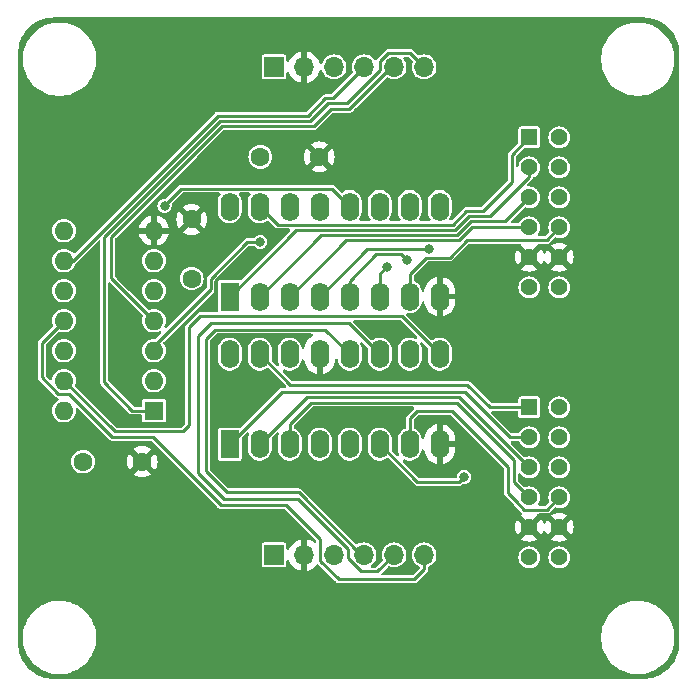
<source format=gbr>
%TF.GenerationSoftware,KiCad,Pcbnew,8.0.6*%
%TF.CreationDate,2024-10-19T21:44:56+02:00*%
%TF.ProjectId,595-PM-EXT,3539352d-504d-42d4-9558-542e6b696361,rev?*%
%TF.SameCoordinates,Original*%
%TF.FileFunction,Copper,L1,Top*%
%TF.FilePolarity,Positive*%
%FSLAX46Y46*%
G04 Gerber Fmt 4.6, Leading zero omitted, Abs format (unit mm)*
G04 Created by KiCad (PCBNEW 8.0.6) date 2024-10-19 21:44:56*
%MOMM*%
%LPD*%
G01*
G04 APERTURE LIST*
%TA.AperFunction,ComponentPad*%
%ADD10C,1.600000*%
%TD*%
%TA.AperFunction,ComponentPad*%
%ADD11R,1.600000X2.400000*%
%TD*%
%TA.AperFunction,ComponentPad*%
%ADD12O,1.600000X2.400000*%
%TD*%
%TA.AperFunction,ComponentPad*%
%ADD13R,1.600000X1.600000*%
%TD*%
%TA.AperFunction,ComponentPad*%
%ADD14O,1.600000X1.600000*%
%TD*%
%TA.AperFunction,ComponentPad*%
%ADD15R,1.700000X1.700000*%
%TD*%
%TA.AperFunction,ComponentPad*%
%ADD16O,1.700000X1.700000*%
%TD*%
%TA.AperFunction,ComponentPad*%
%ADD17R,1.431000X1.431000*%
%TD*%
%TA.AperFunction,ComponentPad*%
%ADD18C,1.431000*%
%TD*%
%TA.AperFunction,ViaPad*%
%ADD19C,0.800000*%
%TD*%
%TA.AperFunction,Conductor*%
%ADD20C,0.250000*%
%TD*%
G04 APERTURE END LIST*
D10*
%TO.P,C1,1*%
%TO.N,VDD*%
X120300000Y-61300000D03*
%TO.P,C1,2*%
%TO.N,GND*%
X125300000Y-61300000D03*
%TD*%
D11*
%TO.P,U1,1,QB*%
%TO.N,/QB*%
X117725000Y-73125000D03*
D12*
%TO.P,U1,2,QC*%
%TO.N,/QC*%
X120265000Y-73125000D03*
%TO.P,U1,3,QD*%
%TO.N,/QD*%
X122805000Y-73125000D03*
%TO.P,U1,4,QE*%
%TO.N,/QE*%
X125345000Y-73125000D03*
%TO.P,U1,5,QF*%
%TO.N,/QF*%
X127885000Y-73125000D03*
%TO.P,U1,6,QG*%
%TO.N,/QG*%
X130425000Y-73125000D03*
%TO.P,U1,7,QH*%
%TO.N,/QH*%
X132965000Y-73125000D03*
%TO.P,U1,8,GND*%
%TO.N,GND*%
X135505000Y-73125000D03*
%TO.P,U1,9,QH'*%
%TO.N,Net-(U1-QH')*%
X135505000Y-65505000D03*
%TO.P,U1,10,~{SRCLR}*%
%TO.N,VDD*%
X132965000Y-65505000D03*
%TO.P,U1,11,SRCLK*%
%TO.N,/SRCLKO*%
X130425000Y-65505000D03*
%TO.P,U1,12,RCLK*%
%TO.N,/RCLKO*%
X127885000Y-65505000D03*
%TO.P,U1,13,~{OE}*%
%TO.N,GND*%
X125345000Y-65505000D03*
%TO.P,U1,14,SER*%
%TO.N,Net-(U1-SER)*%
X122805000Y-65505000D03*
%TO.P,U1,15,QA*%
%TO.N,/QA*%
X120265000Y-65505000D03*
%TO.P,U1,16,VCC*%
%TO.N,VDD*%
X117725000Y-65505000D03*
%TD*%
D13*
%TO.P,U3,1*%
%TO.N,/SER*%
X111300000Y-82780000D03*
D14*
%TO.P,U3,2*%
%TO.N,VDD*%
X111300000Y-80240000D03*
%TO.P,U3,3*%
%TO.N,Net-(U1-SER)*%
X111300000Y-77700000D03*
%TO.P,U3,4*%
%TO.N,/SRCLK*%
X111300000Y-75160000D03*
%TO.P,U3,5*%
%TO.N,VDD*%
X111300000Y-72620000D03*
%TO.P,U3,6*%
%TO.N,/SRCLKO*%
X111300000Y-70080000D03*
%TO.P,U3,7,GND*%
%TO.N,GND*%
X111300000Y-67540000D03*
%TO.P,U3,8*%
%TO.N,/RCLKO*%
X103680000Y-67540000D03*
%TO.P,U3,9*%
%TO.N,/RCLK*%
X103680000Y-70080000D03*
%TO.P,U3,10*%
%TO.N,VDD*%
X103680000Y-72620000D03*
%TO.P,U3,11*%
%TO.N,/SERO*%
X103680000Y-75160000D03*
%TO.P,U3,12*%
%TO.N,VDD*%
X103680000Y-77700000D03*
%TO.P,U3,13*%
%TO.N,/SER`*%
X103680000Y-80240000D03*
%TO.P,U3,14,VCC*%
%TO.N,VDD*%
X103680000Y-82780000D03*
%TD*%
D15*
%TO.P,J4,1,Pin_1*%
%TO.N,VDD*%
X121470000Y-95000000D03*
D16*
%TO.P,J4,2,Pin_2*%
%TO.N,GND*%
X124010000Y-95000000D03*
%TO.P,J4,3,Pin_3*%
%TO.N,unconnected-(J4-Pin_3-Pad3)*%
X126550000Y-95000000D03*
%TO.P,J4,4,Pin_4*%
%TO.N,/RCLKO*%
X129090000Y-95000000D03*
%TO.P,J4,5,Pin_5*%
%TO.N,/SRCLKO*%
X131630000Y-95000000D03*
%TO.P,J4,6,Pin_6*%
%TO.N,/SERO*%
X134170000Y-95000000D03*
%TD*%
D10*
%TO.P,C3,1*%
%TO.N,VDD*%
X105300000Y-87100000D03*
%TO.P,C3,2*%
%TO.N,GND*%
X110300000Y-87100000D03*
%TD*%
%TO.P,C2,1*%
%TO.N,VDD*%
X114500000Y-71600000D03*
%TO.P,C2,2*%
%TO.N,GND*%
X114500000Y-66600000D03*
%TD*%
D15*
%TO.P,J3,1,Pin_1*%
%TO.N,VDD*%
X121470000Y-53680000D03*
D16*
%TO.P,J3,2,Pin_2*%
%TO.N,GND*%
X124010000Y-53680000D03*
%TO.P,J3,3,Pin_3*%
%TO.N,unconnected-(J3-Pin_3-Pad3)*%
X126550000Y-53680000D03*
%TO.P,J3,4,Pin_4*%
%TO.N,/RCLK*%
X129090000Y-53680000D03*
%TO.P,J3,5,Pin_5*%
%TO.N,/SRCLK*%
X131630000Y-53680000D03*
%TO.P,J3,6,Pin_6*%
%TO.N,/SER*%
X134170000Y-53680000D03*
%TD*%
D17*
%TO.P,J2,1,IO1*%
%TO.N,/QA`*%
X143080000Y-82500000D03*
D18*
%TO.P,J2,2,IO2*%
%TO.N,/QB`*%
X143080000Y-85040000D03*
%TO.P,J2,3,IO3*%
%TO.N,/QC`*%
X143080000Y-87580000D03*
%TO.P,J2,4,IO4*%
%TO.N,/QD`*%
X143080000Y-90120000D03*
%TO.P,J2,5,GND*%
%TO.N,GND*%
X143080000Y-92660000D03*
%TO.P,J2,6,VCC*%
%TO.N,VDD*%
X143080000Y-95200000D03*
%TO.P,J2,7,IO5*%
%TO.N,/QE`*%
X145620000Y-82500000D03*
%TO.P,J2,8,IO6*%
%TO.N,/QF`*%
X145620000Y-85040000D03*
%TO.P,J2,9,IO7*%
%TO.N,/QG`*%
X145620000Y-87580000D03*
%TO.P,J2,10,IO8*%
%TO.N,/QH`*%
X145620000Y-90120000D03*
%TO.P,J2,11,GND*%
%TO.N,GND*%
X145620000Y-92660000D03*
%TO.P,J2,12,VCC*%
%TO.N,VDD*%
X145620000Y-95200000D03*
%TD*%
D11*
%TO.P,U2,1,QB*%
%TO.N,/QB`*%
X117720000Y-85620000D03*
D12*
%TO.P,U2,2,QC*%
%TO.N,/QC`*%
X120260000Y-85620000D03*
%TO.P,U2,3,QD*%
%TO.N,/QD`*%
X122800000Y-85620000D03*
%TO.P,U2,4,QE*%
%TO.N,/QE`*%
X125340000Y-85620000D03*
%TO.P,U2,5,QF*%
%TO.N,/QF`*%
X127880000Y-85620000D03*
%TO.P,U2,6,QG*%
%TO.N,/QG`*%
X130420000Y-85620000D03*
%TO.P,U2,7,QH*%
%TO.N,/QH`*%
X132960000Y-85620000D03*
%TO.P,U2,8,GND*%
%TO.N,GND*%
X135500000Y-85620000D03*
%TO.P,U2,9,QH'*%
%TO.N,/SER`*%
X135500000Y-78000000D03*
%TO.P,U2,10,~{SRCLR}*%
%TO.N,VDD*%
X132960000Y-78000000D03*
%TO.P,U2,11,SRCLK*%
%TO.N,/SRCLKO*%
X130420000Y-78000000D03*
%TO.P,U2,12,RCLK*%
%TO.N,/RCLKO*%
X127880000Y-78000000D03*
%TO.P,U2,13,~{OE}*%
%TO.N,GND*%
X125340000Y-78000000D03*
%TO.P,U2,14,SER*%
%TO.N,Net-(U1-QH')*%
X122800000Y-78000000D03*
%TO.P,U2,15,QA*%
%TO.N,/QA`*%
X120260000Y-78000000D03*
%TO.P,U2,16,VCC*%
%TO.N,VDD*%
X117720000Y-78000000D03*
%TD*%
D17*
%TO.P,J1,1,IO1*%
%TO.N,/QA*%
X143080000Y-59640000D03*
D18*
%TO.P,J1,2,IO2*%
%TO.N,/QB*%
X143080000Y-62180000D03*
%TO.P,J1,3,IO3*%
%TO.N,/QC*%
X143080000Y-64720000D03*
%TO.P,J1,4,IO4*%
%TO.N,/QD*%
X143080000Y-67260000D03*
%TO.P,J1,5,GND*%
%TO.N,GND*%
X143080000Y-69800000D03*
%TO.P,J1,6,VCC*%
%TO.N,VDD*%
X143080000Y-72340000D03*
%TO.P,J1,7,IO5*%
%TO.N,/QE*%
X145620000Y-59640000D03*
%TO.P,J1,8,IO6*%
%TO.N,/QF*%
X145620000Y-62180000D03*
%TO.P,J1,9,IO7*%
%TO.N,/QG*%
X145620000Y-64720000D03*
%TO.P,J1,10,IO8*%
%TO.N,/QH*%
X145620000Y-67260000D03*
%TO.P,J1,11,GND*%
%TO.N,GND*%
X145620000Y-69800000D03*
%TO.P,J1,12,VCC*%
%TO.N,VDD*%
X145620000Y-72340000D03*
%TD*%
D19*
%TO.N,/QG*%
X131000000Y-70600000D03*
%TO.N,/QF*%
X132700000Y-70000000D03*
%TO.N,/QE*%
X134600000Y-69105000D03*
%TO.N,GND*%
X144900000Y-78000000D03*
X130700000Y-91600000D03*
X142100000Y-78000000D03*
X124000000Y-79750000D03*
X128900000Y-91600000D03*
X128600000Y-57500000D03*
X147500000Y-78000000D03*
X129900000Y-75700000D03*
%TO.N,/QG`*%
X137550000Y-88400000D03*
%TO.N,/RCLKO*%
X112200000Y-65450000D03*
%TO.N,Net-(U1-SER)*%
X120300000Y-68500000D03*
%TD*%
D20*
%TO.N,/QG*%
X130425000Y-73125000D02*
X130425000Y-71175000D01*
X130425000Y-71175000D02*
X131000000Y-70600000D01*
%TO.N,/QF*%
X127885000Y-71815000D02*
X130145000Y-69555000D01*
X127885000Y-73125000D02*
X127885000Y-71815000D01*
X130145000Y-69555000D02*
X132255000Y-69555000D01*
X132255000Y-69555000D02*
X132700000Y-70000000D01*
%TO.N,/QD*%
X137140923Y-68380000D02*
X138260923Y-67260000D01*
X122805000Y-73125000D02*
X127550000Y-68380000D01*
X127550000Y-68380000D02*
X137140923Y-68380000D01*
X143080000Y-67260000D02*
X143080000Y-66730000D01*
X138260923Y-67260000D02*
X143080000Y-67260000D01*
%TO.N,/QA*%
X141600000Y-61120000D02*
X143080000Y-59640000D01*
X139200000Y-65850000D02*
X141600000Y-63450000D01*
X141600000Y-63450000D02*
X141600000Y-61120000D01*
X120265000Y-65505000D02*
X121790000Y-67030000D01*
X121790000Y-67030000D02*
X136581735Y-67030000D01*
X137761735Y-65850000D02*
X139200000Y-65850000D01*
X136581735Y-67030000D02*
X137761735Y-65850000D01*
%TO.N,/QH*%
X132965000Y-73125000D02*
X132965000Y-71235000D01*
X132965000Y-71235000D02*
X134370000Y-69830000D01*
X144540000Y-68340000D02*
X145620000Y-67260000D01*
X134370000Y-69830000D02*
X136327319Y-69830000D01*
X136327319Y-69830000D02*
X137817319Y-68340000D01*
X137817319Y-68340000D02*
X144540000Y-68340000D01*
%TO.N,/QC*%
X136954527Y-67930000D02*
X138134527Y-66750000D01*
X141050000Y-66750000D02*
X143080000Y-64720000D01*
X120265000Y-73125000D02*
X125460000Y-67930000D01*
X138134527Y-66750000D02*
X141050000Y-66750000D01*
X125460000Y-67930000D02*
X136954527Y-67930000D01*
%TO.N,/QB*%
X117725000Y-73125000D02*
X123370000Y-67480000D01*
X137948131Y-66300000D02*
X139750000Y-66300000D01*
X143080000Y-62970000D02*
X143080000Y-62180000D01*
X139750000Y-66300000D02*
X143080000Y-62970000D01*
X136768131Y-67480000D02*
X137948131Y-66300000D01*
X123370000Y-67480000D02*
X136768131Y-67480000D01*
%TO.N,/QE*%
X129365000Y-69105000D02*
X134600000Y-69105000D01*
X125345000Y-73125000D02*
X129365000Y-69105000D01*
%TO.N,GND*%
X124000000Y-79750000D02*
X125100000Y-79750000D01*
X125100000Y-79750000D02*
X125340000Y-79510000D01*
X125340000Y-79510000D02*
X125340000Y-78000000D01*
%TO.N,/QB`*%
X122141802Y-81198198D02*
X137598198Y-81198198D01*
X141440000Y-85040000D02*
X143080000Y-85040000D01*
X137598198Y-81198198D02*
X141440000Y-85040000D01*
X117720000Y-85620000D02*
X122141802Y-81198198D01*
%TO.N,/QA`*%
X139750000Y-82500000D02*
X137850000Y-80600000D01*
X122860000Y-80600000D02*
X120260000Y-78000000D01*
X137850000Y-80600000D02*
X122860000Y-80600000D01*
X143080000Y-82500000D02*
X139750000Y-82500000D01*
%TO.N,/QH`*%
X141300000Y-87550000D02*
X136550000Y-82800000D01*
X142649010Y-91160500D02*
X142039500Y-90550990D01*
X142039500Y-90550990D02*
X142039500Y-90539500D01*
X133600000Y-82800000D02*
X132960000Y-83440000D01*
X136550000Y-82800000D02*
X133600000Y-82800000D01*
X141300000Y-89800000D02*
X141300000Y-87550000D01*
X145620000Y-90120000D02*
X144579500Y-91160500D01*
X132960000Y-83440000D02*
X132960000Y-85620000D01*
X142039500Y-90539500D02*
X141300000Y-89800000D01*
X144579500Y-91160500D02*
X142649010Y-91160500D01*
%TO.N,/QD`*%
X122800000Y-83900000D02*
X122800000Y-85620000D01*
X141800000Y-88840000D02*
X141800000Y-86936396D01*
X136961802Y-82098198D02*
X124601802Y-82098198D01*
X124601802Y-82098198D02*
X122800000Y-83900000D01*
X141800000Y-86936396D02*
X136961802Y-82098198D01*
X143080000Y-90120000D02*
X141800000Y-88840000D01*
%TO.N,/QG`*%
X133600000Y-88800000D02*
X130420000Y-85620000D01*
X137150000Y-88800000D02*
X133600000Y-88800000D01*
X137550000Y-88400000D02*
X137150000Y-88800000D01*
%TO.N,/QC`*%
X120260000Y-85620000D02*
X124231802Y-81648198D01*
X124231802Y-81648198D02*
X137148198Y-81648198D01*
X137148198Y-81648198D02*
X143080000Y-87580000D01*
%TO.N,/SER*%
X111300000Y-82780000D02*
X109480000Y-82780000D01*
X107100000Y-68050000D02*
X116900000Y-58250000D01*
X127663299Y-56775000D02*
X130455000Y-53983299D01*
X130455000Y-53193299D02*
X131143299Y-52505000D01*
X130455000Y-53983299D02*
X130455000Y-53193299D01*
X109480000Y-82780000D02*
X107100000Y-80400000D01*
X125999695Y-56775000D02*
X127663299Y-56775000D01*
X131143299Y-52505000D02*
X132995000Y-52505000D01*
X116900000Y-58250000D02*
X124524695Y-58250000D01*
X107100000Y-80400000D02*
X107100000Y-68050000D01*
X132995000Y-52505000D02*
X134170000Y-53680000D01*
X124524695Y-58250000D02*
X125999695Y-56775000D01*
%TO.N,/SRCLK*%
X126325000Y-57225000D02*
X127849695Y-57225000D01*
X107700000Y-68086396D02*
X117086396Y-58700000D01*
X117086396Y-58700000D02*
X124850000Y-58700000D01*
X131394695Y-53680000D02*
X131630000Y-53680000D01*
X111300000Y-75160000D02*
X107700000Y-71560000D01*
X107700000Y-71560000D02*
X107700000Y-68086396D01*
X124850000Y-58700000D02*
X126325000Y-57225000D01*
X127849695Y-57225000D02*
X131394695Y-53680000D01*
%TO.N,/RCLK*%
X129090000Y-53680000D02*
X126445000Y-56325000D01*
X104420000Y-70080000D02*
X103680000Y-70080000D01*
X116700000Y-57800000D02*
X104420000Y-70080000D01*
X126445000Y-56325000D02*
X125813299Y-56325000D01*
X124338299Y-57800000D02*
X116700000Y-57800000D01*
X125813299Y-56325000D02*
X124338299Y-57800000D01*
%TO.N,/SERO*%
X134170000Y-96230000D02*
X133350000Y-97050000D01*
X116950000Y-90750000D02*
X111200000Y-85000000D01*
X111200000Y-85000000D02*
X107780991Y-85000000D01*
X101800000Y-77040000D02*
X103680000Y-75160000D01*
X125375000Y-95486701D02*
X125375000Y-93625000D01*
X134170000Y-95000000D02*
X134170000Y-96230000D01*
X107780991Y-85000000D02*
X104145991Y-81365000D01*
X104145991Y-81365000D02*
X103214009Y-81365000D01*
X101800000Y-79950991D02*
X101800000Y-77040000D01*
X126938299Y-97050000D02*
X125375000Y-95486701D01*
X103214009Y-81365000D02*
X101800000Y-79950991D01*
X125375000Y-93625000D02*
X122500000Y-90750000D01*
X133350000Y-97050000D02*
X126938299Y-97050000D01*
X122500000Y-90750000D02*
X116950000Y-90750000D01*
%TO.N,/SRCLKO*%
X117200000Y-90300000D02*
X115000000Y-88100000D01*
X127725000Y-95296701D02*
X127725000Y-94513299D01*
X123511701Y-90300000D02*
X117200000Y-90300000D01*
X128828299Y-96400000D02*
X127725000Y-95296701D01*
X115000000Y-76500000D02*
X116100000Y-75400000D01*
X115000000Y-88100000D02*
X115000000Y-76500000D01*
X127725000Y-94513299D02*
X123511701Y-90300000D01*
X127820000Y-75400000D02*
X130420000Y-78000000D01*
X131630000Y-95000000D02*
X130230000Y-96400000D01*
X116100000Y-75400000D02*
X127820000Y-75400000D01*
X130230000Y-96400000D02*
X128828299Y-96400000D01*
%TO.N,/RCLKO*%
X117500000Y-89700000D02*
X123548097Y-89700000D01*
X126360000Y-63980000D02*
X127885000Y-65505000D01*
X115700000Y-87900000D02*
X117500000Y-89700000D01*
X128848097Y-95000000D02*
X129090000Y-95000000D01*
X116481802Y-75918198D02*
X115700000Y-76700000D01*
X127880000Y-78000000D02*
X125798198Y-75918198D01*
X113620000Y-63980000D02*
X126360000Y-63980000D01*
X123548097Y-89700000D02*
X128848097Y-95000000D01*
X125798198Y-75918198D02*
X116481802Y-75918198D01*
X115700000Y-76700000D02*
X115700000Y-87900000D01*
X112200000Y-65450000D02*
X112200000Y-65400000D01*
X112200000Y-65400000D02*
X113620000Y-63980000D01*
%TO.N,Net-(U1-SER)*%
X119200000Y-68500000D02*
X120300000Y-68500000D01*
X111300000Y-77700000D02*
X111300000Y-77300000D01*
X111300000Y-77300000D02*
X116100000Y-72500000D01*
X116100000Y-71600000D02*
X119200000Y-68500000D01*
X116100000Y-72500000D02*
X116100000Y-71600000D01*
%TO.N,/SER`*%
X114300000Y-75700000D02*
X115200000Y-74800000D01*
X114300000Y-84000000D02*
X114300000Y-75700000D01*
X115200000Y-74800000D02*
X132300000Y-74800000D01*
X132300000Y-74800000D02*
X135500000Y-78000000D01*
X103680000Y-80240000D02*
X107990000Y-84550000D01*
X107990000Y-84550000D02*
X113750000Y-84550000D01*
X113750000Y-84550000D02*
X114300000Y-84000000D01*
%TD*%
%TA.AperFunction,Conductor*%
%TO.N,GND*%
G36*
X152760855Y-49500011D02*
G01*
X152922269Y-49502274D01*
X152934390Y-49503041D01*
X153238553Y-49537312D01*
X153255992Y-49539277D01*
X153269700Y-49541606D01*
X153584366Y-49613426D01*
X153597725Y-49617273D01*
X153902392Y-49723881D01*
X153915228Y-49729199D01*
X154206025Y-49869239D01*
X154218195Y-49875965D01*
X154491486Y-50047685D01*
X154502827Y-50055732D01*
X154755173Y-50256971D01*
X154765541Y-50266237D01*
X154993762Y-50494458D01*
X155003028Y-50504826D01*
X155204267Y-50757172D01*
X155212314Y-50768513D01*
X155384034Y-51041804D01*
X155390760Y-51053974D01*
X155530798Y-51344766D01*
X155536120Y-51357613D01*
X155642724Y-51662270D01*
X155646573Y-51675633D01*
X155718393Y-51990299D01*
X155720722Y-52004007D01*
X155756957Y-52325597D01*
X155757725Y-52337743D01*
X155759988Y-52499144D01*
X155760000Y-52500882D01*
X155760000Y-102499117D01*
X155759988Y-102500855D01*
X155757725Y-102662256D01*
X155756957Y-102674402D01*
X155720722Y-102995992D01*
X155718393Y-103009700D01*
X155646573Y-103324366D01*
X155642724Y-103337729D01*
X155536120Y-103642386D01*
X155530798Y-103655233D01*
X155390760Y-103946025D01*
X155384034Y-103958195D01*
X155212314Y-104231486D01*
X155204267Y-104242827D01*
X155003028Y-104495173D01*
X154993762Y-104505541D01*
X154765541Y-104733762D01*
X154755173Y-104743028D01*
X154502827Y-104944267D01*
X154491486Y-104952314D01*
X154218195Y-105124034D01*
X154206025Y-105130760D01*
X153915233Y-105270798D01*
X153902386Y-105276120D01*
X153597729Y-105382724D01*
X153584366Y-105386573D01*
X153269700Y-105458393D01*
X153255992Y-105460722D01*
X152934402Y-105496957D01*
X152922256Y-105497725D01*
X152760856Y-105499988D01*
X152759118Y-105500000D01*
X102800882Y-105500000D01*
X102799144Y-105499988D01*
X102637743Y-105497725D01*
X102625597Y-105496957D01*
X102304007Y-105460722D01*
X102290299Y-105458393D01*
X101975633Y-105386573D01*
X101962270Y-105382724D01*
X101657613Y-105276120D01*
X101644766Y-105270798D01*
X101353974Y-105130760D01*
X101341804Y-105124034D01*
X101068513Y-104952314D01*
X101057172Y-104944267D01*
X100804826Y-104743028D01*
X100794458Y-104733762D01*
X100566237Y-104505541D01*
X100556971Y-104495173D01*
X100355730Y-104242824D01*
X100347685Y-104231486D01*
X100175965Y-103958195D01*
X100169239Y-103946025D01*
X100029201Y-103655233D01*
X100023879Y-103642386D01*
X99974801Y-103502130D01*
X99917273Y-103337725D01*
X99913426Y-103324366D01*
X99841606Y-103009700D01*
X99839277Y-102995992D01*
X99837312Y-102978553D01*
X99803041Y-102674390D01*
X99802274Y-102662269D01*
X99800012Y-102500855D01*
X99800000Y-102499117D01*
X99800000Y-101825875D01*
X100199500Y-101825875D01*
X100199500Y-102174124D01*
X100238489Y-102520158D01*
X100238491Y-102520170D01*
X100315982Y-102859684D01*
X100315985Y-102859692D01*
X100430999Y-103188382D01*
X100582092Y-103502130D01*
X100767371Y-103796999D01*
X100767372Y-103797001D01*
X100984487Y-104069256D01*
X101230743Y-104315512D01*
X101502998Y-104532627D01*
X101503001Y-104532628D01*
X101503003Y-104532630D01*
X101797867Y-104717906D01*
X102111621Y-104869002D01*
X102326717Y-104944267D01*
X102440307Y-104984014D01*
X102440315Y-104984017D01*
X102440318Y-104984017D01*
X102440319Y-104984018D01*
X102779829Y-105061509D01*
X103125876Y-105100499D01*
X103125877Y-105100500D01*
X103125880Y-105100500D01*
X103474123Y-105100500D01*
X103474123Y-105100499D01*
X103820171Y-105061509D01*
X104159681Y-104984018D01*
X104488379Y-104869002D01*
X104802133Y-104717906D01*
X105096997Y-104532630D01*
X105143967Y-104495173D01*
X105369256Y-104315512D01*
X105369258Y-104315509D01*
X105369263Y-104315506D01*
X105615506Y-104069263D01*
X105704080Y-103958195D01*
X105832627Y-103797001D01*
X105832628Y-103796999D01*
X105832630Y-103796997D01*
X106017906Y-103502133D01*
X106169002Y-103188379D01*
X106284018Y-102859681D01*
X106361509Y-102520171D01*
X106400500Y-102174120D01*
X106400500Y-101825880D01*
X106400499Y-101825875D01*
X149159500Y-101825875D01*
X149159500Y-102174124D01*
X149198489Y-102520158D01*
X149198491Y-102520170D01*
X149275982Y-102859684D01*
X149275985Y-102859692D01*
X149390999Y-103188382D01*
X149542092Y-103502130D01*
X149727371Y-103796999D01*
X149727372Y-103797001D01*
X149944487Y-104069256D01*
X150190743Y-104315512D01*
X150462998Y-104532627D01*
X150463001Y-104532628D01*
X150463003Y-104532630D01*
X150757867Y-104717906D01*
X151071621Y-104869002D01*
X151286717Y-104944267D01*
X151400307Y-104984014D01*
X151400315Y-104984017D01*
X151400318Y-104984017D01*
X151400319Y-104984018D01*
X151739829Y-105061509D01*
X152085876Y-105100499D01*
X152085877Y-105100500D01*
X152085880Y-105100500D01*
X152434123Y-105100500D01*
X152434123Y-105100499D01*
X152780171Y-105061509D01*
X153119681Y-104984018D01*
X153448379Y-104869002D01*
X153762133Y-104717906D01*
X154056997Y-104532630D01*
X154103967Y-104495173D01*
X154329256Y-104315512D01*
X154329258Y-104315509D01*
X154329263Y-104315506D01*
X154575506Y-104069263D01*
X154664080Y-103958195D01*
X154792627Y-103797001D01*
X154792628Y-103796999D01*
X154792630Y-103796997D01*
X154977906Y-103502133D01*
X155129002Y-103188379D01*
X155244018Y-102859681D01*
X155321509Y-102520171D01*
X155360500Y-102174120D01*
X155360500Y-101825880D01*
X155321509Y-101479829D01*
X155244018Y-101140319D01*
X155129002Y-100811621D01*
X154977906Y-100497867D01*
X154792630Y-100203003D01*
X154792628Y-100203000D01*
X154792627Y-100202998D01*
X154575512Y-99930743D01*
X154329256Y-99684487D01*
X154057001Y-99467372D01*
X154056999Y-99467371D01*
X153762130Y-99282092D01*
X153448382Y-99130999D01*
X153119692Y-99015985D01*
X153119684Y-99015982D01*
X152865048Y-98957863D01*
X152780171Y-98938491D01*
X152780167Y-98938490D01*
X152780158Y-98938489D01*
X152434124Y-98899500D01*
X152434120Y-98899500D01*
X152085880Y-98899500D01*
X152085875Y-98899500D01*
X151739841Y-98938489D01*
X151739829Y-98938491D01*
X151400315Y-99015982D01*
X151400307Y-99015985D01*
X151071617Y-99130999D01*
X150757869Y-99282092D01*
X150463000Y-99467371D01*
X150462998Y-99467372D01*
X150190743Y-99684487D01*
X149944487Y-99930743D01*
X149727372Y-100202998D01*
X149727371Y-100203000D01*
X149542092Y-100497869D01*
X149390999Y-100811617D01*
X149275985Y-101140307D01*
X149275982Y-101140315D01*
X149198491Y-101479829D01*
X149198489Y-101479841D01*
X149159500Y-101825875D01*
X106400499Y-101825875D01*
X106361509Y-101479829D01*
X106284018Y-101140319D01*
X106169002Y-100811621D01*
X106017906Y-100497867D01*
X105832630Y-100203003D01*
X105832628Y-100203000D01*
X105832627Y-100202998D01*
X105615512Y-99930743D01*
X105369256Y-99684487D01*
X105097001Y-99467372D01*
X105096999Y-99467371D01*
X104802130Y-99282092D01*
X104488382Y-99130999D01*
X104159692Y-99015985D01*
X104159684Y-99015982D01*
X103905048Y-98957863D01*
X103820171Y-98938491D01*
X103820167Y-98938490D01*
X103820158Y-98938489D01*
X103474124Y-98899500D01*
X103474120Y-98899500D01*
X103125880Y-98899500D01*
X103125875Y-98899500D01*
X102779841Y-98938489D01*
X102779829Y-98938491D01*
X102440315Y-99015982D01*
X102440307Y-99015985D01*
X102111617Y-99130999D01*
X101797869Y-99282092D01*
X101503000Y-99467371D01*
X101502998Y-99467372D01*
X101230743Y-99684487D01*
X100984487Y-99930743D01*
X100767372Y-100202998D01*
X100767371Y-100203000D01*
X100582092Y-100497869D01*
X100430999Y-100811617D01*
X100315985Y-101140307D01*
X100315982Y-101140315D01*
X100238491Y-101479829D01*
X100238489Y-101479841D01*
X100199500Y-101825875D01*
X99800000Y-101825875D01*
X99800000Y-87100000D01*
X104294659Y-87100000D01*
X104313975Y-87296129D01*
X104313976Y-87296132D01*
X104361729Y-87453553D01*
X104371188Y-87484733D01*
X104464086Y-87658532D01*
X104464090Y-87658539D01*
X104589116Y-87810883D01*
X104741460Y-87935909D01*
X104741467Y-87935913D01*
X104915266Y-88028811D01*
X104915269Y-88028811D01*
X104915273Y-88028814D01*
X105103868Y-88086024D01*
X105300000Y-88105341D01*
X105496132Y-88086024D01*
X105684727Y-88028814D01*
X105712119Y-88014173D01*
X105823528Y-87954623D01*
X105858538Y-87935910D01*
X106010883Y-87810883D01*
X106135910Y-87658538D01*
X106195893Y-87546317D01*
X106228811Y-87484733D01*
X106228811Y-87484732D01*
X106228814Y-87484727D01*
X106286024Y-87296132D01*
X106305341Y-87100000D01*
X106305341Y-87099997D01*
X108995034Y-87099997D01*
X108995034Y-87100002D01*
X109014858Y-87326599D01*
X109014860Y-87326610D01*
X109073730Y-87546317D01*
X109073735Y-87546331D01*
X109169863Y-87752478D01*
X109220974Y-87825472D01*
X109900000Y-87146446D01*
X109900000Y-87152661D01*
X109927259Y-87254394D01*
X109979920Y-87345606D01*
X110054394Y-87420080D01*
X110145606Y-87472741D01*
X110247339Y-87500000D01*
X110253553Y-87500000D01*
X109574526Y-88179025D01*
X109647513Y-88230132D01*
X109647521Y-88230136D01*
X109853668Y-88326264D01*
X109853682Y-88326269D01*
X110073389Y-88385139D01*
X110073400Y-88385141D01*
X110299998Y-88404966D01*
X110300002Y-88404966D01*
X110526599Y-88385141D01*
X110526610Y-88385139D01*
X110746317Y-88326269D01*
X110746331Y-88326264D01*
X110952478Y-88230136D01*
X111025471Y-88179024D01*
X110346447Y-87500000D01*
X110352661Y-87500000D01*
X110454394Y-87472741D01*
X110545606Y-87420080D01*
X110620080Y-87345606D01*
X110672741Y-87254394D01*
X110700000Y-87152661D01*
X110700000Y-87146447D01*
X111379024Y-87825471D01*
X111430136Y-87752478D01*
X111526264Y-87546331D01*
X111526269Y-87546317D01*
X111585139Y-87326610D01*
X111585141Y-87326599D01*
X111604966Y-87100002D01*
X111604966Y-87099997D01*
X111585141Y-86873400D01*
X111585139Y-86873389D01*
X111526269Y-86653682D01*
X111526264Y-86653668D01*
X111430136Y-86447521D01*
X111430132Y-86447513D01*
X111379025Y-86374526D01*
X110700000Y-87053551D01*
X110700000Y-87047339D01*
X110672741Y-86945606D01*
X110620080Y-86854394D01*
X110545606Y-86779920D01*
X110454394Y-86727259D01*
X110352661Y-86700000D01*
X110346448Y-86700000D01*
X111025472Y-86020974D01*
X110952478Y-85969863D01*
X110746331Y-85873735D01*
X110746317Y-85873730D01*
X110526610Y-85814860D01*
X110526599Y-85814858D01*
X110300002Y-85795034D01*
X110299998Y-85795034D01*
X110073400Y-85814858D01*
X110073389Y-85814860D01*
X109853682Y-85873730D01*
X109853673Y-85873734D01*
X109647516Y-85969866D01*
X109647512Y-85969868D01*
X109574526Y-86020973D01*
X109574526Y-86020974D01*
X110253553Y-86700000D01*
X110247339Y-86700000D01*
X110145606Y-86727259D01*
X110054394Y-86779920D01*
X109979920Y-86854394D01*
X109927259Y-86945606D01*
X109900000Y-87047339D01*
X109900000Y-87053552D01*
X109220974Y-86374526D01*
X109220973Y-86374526D01*
X109169868Y-86447512D01*
X109169866Y-86447516D01*
X109073734Y-86653673D01*
X109073730Y-86653682D01*
X109014860Y-86873389D01*
X109014858Y-86873400D01*
X108995034Y-87099997D01*
X106305341Y-87099997D01*
X106286024Y-86903868D01*
X106228814Y-86715273D01*
X106228811Y-86715269D01*
X106228811Y-86715266D01*
X106135913Y-86541467D01*
X106135909Y-86541460D01*
X106010883Y-86389116D01*
X105858539Y-86264090D01*
X105858532Y-86264086D01*
X105684733Y-86171188D01*
X105684727Y-86171186D01*
X105552048Y-86130938D01*
X105496129Y-86113975D01*
X105300000Y-86094659D01*
X105103870Y-86113975D01*
X104915266Y-86171188D01*
X104741467Y-86264086D01*
X104741460Y-86264090D01*
X104589116Y-86389116D01*
X104464090Y-86541460D01*
X104464086Y-86541467D01*
X104371188Y-86715266D01*
X104313975Y-86903870D01*
X104294659Y-87100000D01*
X99800000Y-87100000D01*
X99800000Y-76997147D01*
X101474500Y-76997147D01*
X101474500Y-79993843D01*
X101496682Y-80076631D01*
X101506234Y-80093175D01*
X101539535Y-80150853D01*
X101539536Y-80150854D01*
X101539537Y-80150855D01*
X102949203Y-81560520D01*
X102949213Y-81560531D01*
X102953543Y-81564861D01*
X102953544Y-81564862D01*
X103014147Y-81625465D01*
X103039233Y-81639948D01*
X103051259Y-81646891D01*
X103051261Y-81646893D01*
X103088368Y-81668317D01*
X103088370Y-81668318D01*
X103150973Y-81685093D01*
X103210633Y-81721457D01*
X103241162Y-81784304D01*
X103232867Y-81853679D01*
X103188382Y-81907557D01*
X103177333Y-81914225D01*
X103121464Y-81944088D01*
X103121460Y-81944090D01*
X102969116Y-82069116D01*
X102844090Y-82221460D01*
X102844086Y-82221467D01*
X102751188Y-82395266D01*
X102693975Y-82583870D01*
X102674659Y-82780000D01*
X102693975Y-82976129D01*
X102693976Y-82976132D01*
X102726489Y-83083314D01*
X102751188Y-83164733D01*
X102844086Y-83338532D01*
X102844090Y-83338539D01*
X102969116Y-83490883D01*
X103121460Y-83615909D01*
X103121467Y-83615913D01*
X103295266Y-83708811D01*
X103295269Y-83708811D01*
X103295273Y-83708814D01*
X103483868Y-83766024D01*
X103680000Y-83785341D01*
X103876132Y-83766024D01*
X104064727Y-83708814D01*
X104238538Y-83615910D01*
X104390883Y-83490883D01*
X104515910Y-83338538D01*
X104608814Y-83164727D01*
X104666024Y-82976132D01*
X104685341Y-82780000D01*
X104673934Y-82664187D01*
X104686953Y-82595545D01*
X104735017Y-82544834D01*
X104802868Y-82528159D01*
X104868963Y-82550815D01*
X104885018Y-82564355D01*
X106222156Y-83901492D01*
X107520525Y-85199861D01*
X107520526Y-85199862D01*
X107581129Y-85260465D01*
X107581131Y-85260466D01*
X107581135Y-85260469D01*
X107649467Y-85299920D01*
X107655353Y-85303318D01*
X107738138Y-85325500D01*
X107823844Y-85325500D01*
X111013811Y-85325500D01*
X111080850Y-85345185D01*
X111101492Y-85361819D01*
X116750138Y-91010465D01*
X116824361Y-91053318D01*
X116907147Y-91075500D01*
X122313811Y-91075500D01*
X122380850Y-91095185D01*
X122401492Y-91111819D01*
X125013181Y-93723508D01*
X125046666Y-93784831D01*
X125049500Y-93811189D01*
X125049500Y-93841619D01*
X125029815Y-93908658D01*
X124977011Y-93954413D01*
X124907853Y-93964357D01*
X124854376Y-93943194D01*
X124687578Y-93826399D01*
X124473492Y-93726570D01*
X124473486Y-93726567D01*
X124260000Y-93669364D01*
X124260000Y-94566988D01*
X124202993Y-94534075D01*
X124075826Y-94500000D01*
X123944174Y-94500000D01*
X123817007Y-94534075D01*
X123760000Y-94566988D01*
X123760000Y-93669364D01*
X123759999Y-93669364D01*
X123546513Y-93726567D01*
X123546507Y-93726570D01*
X123332422Y-93826399D01*
X123332420Y-93826400D01*
X123138926Y-93961886D01*
X123138920Y-93961891D01*
X122971891Y-94128920D01*
X122971886Y-94128926D01*
X122836400Y-94322420D01*
X122836399Y-94322422D01*
X122756882Y-94492948D01*
X122710710Y-94545387D01*
X122643516Y-94564539D01*
X122576635Y-94544323D01*
X122531300Y-94491158D01*
X122520500Y-94440543D01*
X122520500Y-94130249D01*
X122520499Y-94130247D01*
X122508868Y-94071770D01*
X122508867Y-94071769D01*
X122464552Y-94005447D01*
X122398230Y-93961132D01*
X122398229Y-93961131D01*
X122339752Y-93949500D01*
X122339748Y-93949500D01*
X120600252Y-93949500D01*
X120600247Y-93949500D01*
X120541770Y-93961131D01*
X120541769Y-93961132D01*
X120475447Y-94005447D01*
X120431132Y-94071769D01*
X120431131Y-94071770D01*
X120419500Y-94130247D01*
X120419500Y-95869752D01*
X120431131Y-95928229D01*
X120431132Y-95928230D01*
X120475447Y-95994552D01*
X120541769Y-96038867D01*
X120541770Y-96038868D01*
X120600247Y-96050499D01*
X120600250Y-96050500D01*
X120600252Y-96050500D01*
X122339750Y-96050500D01*
X122339751Y-96050499D01*
X122354568Y-96047552D01*
X122398229Y-96038868D01*
X122398229Y-96038867D01*
X122398231Y-96038867D01*
X122464552Y-95994552D01*
X122508867Y-95928231D01*
X122508867Y-95928229D01*
X122508868Y-95928229D01*
X122518922Y-95877682D01*
X122520500Y-95869748D01*
X122520500Y-95559456D01*
X122540185Y-95492417D01*
X122592989Y-95446662D01*
X122662147Y-95436718D01*
X122725703Y-95465743D01*
X122756882Y-95507051D01*
X122836400Y-95677578D01*
X122971894Y-95871082D01*
X123138917Y-96038105D01*
X123332421Y-96173600D01*
X123546507Y-96273429D01*
X123546516Y-96273433D01*
X123760000Y-96330634D01*
X123760000Y-95433012D01*
X123817007Y-95465925D01*
X123944174Y-95500000D01*
X124075826Y-95500000D01*
X124202993Y-95465925D01*
X124260000Y-95433012D01*
X124260000Y-96330633D01*
X124473483Y-96273433D01*
X124473492Y-96273429D01*
X124687578Y-96173600D01*
X124881082Y-96038105D01*
X125048106Y-95871082D01*
X125066692Y-95844538D01*
X125121268Y-95800912D01*
X125190766Y-95793717D01*
X125253122Y-95825238D01*
X125255950Y-95827978D01*
X126673493Y-97245520D01*
X126673503Y-97245531D01*
X126677833Y-97249861D01*
X126677834Y-97249862D01*
X126738437Y-97310465D01*
X126738439Y-97310466D01*
X126738440Y-97310467D01*
X126812657Y-97353316D01*
X126812658Y-97353317D01*
X126812660Y-97353317D01*
X126812661Y-97353318D01*
X126895446Y-97375501D01*
X126895448Y-97375501D01*
X126988748Y-97375501D01*
X126988764Y-97375500D01*
X133392851Y-97375500D01*
X133392853Y-97375500D01*
X133475639Y-97353318D01*
X133549862Y-97310465D01*
X134430465Y-96429862D01*
X134473318Y-96355639D01*
X134495500Y-96272853D01*
X134495500Y-96187147D01*
X134495500Y-96090583D01*
X134515185Y-96023544D01*
X134567989Y-95977789D01*
X134572049Y-95976021D01*
X134573945Y-95975234D01*
X134573954Y-95975232D01*
X134756450Y-95877685D01*
X134916410Y-95746410D01*
X135047685Y-95586450D01*
X135145232Y-95403954D01*
X135205300Y-95205934D01*
X135205884Y-95200000D01*
X142158954Y-95200000D01*
X142179081Y-95391498D01*
X142179082Y-95391500D01*
X142238580Y-95574616D01*
X142238585Y-95574628D01*
X142334854Y-95741372D01*
X142334856Y-95741374D01*
X142334858Y-95741377D01*
X142339390Y-95746410D01*
X142463694Y-95884466D01*
X142463698Y-95884468D01*
X142463700Y-95884471D01*
X142535428Y-95936584D01*
X142619472Y-95997646D01*
X142619477Y-95997649D01*
X142795375Y-96075965D01*
X142795381Y-96075967D01*
X142983724Y-96116000D01*
X142983725Y-96116000D01*
X143176275Y-96116000D01*
X143176276Y-96116000D01*
X143364619Y-96075967D01*
X143364621Y-96075965D01*
X143364624Y-96075965D01*
X143482362Y-96023544D01*
X143540523Y-95997649D01*
X143696300Y-95884471D01*
X143702411Y-95877685D01*
X143749633Y-95825238D01*
X143825142Y-95741377D01*
X143921417Y-95574623D01*
X143980919Y-95391496D01*
X144001046Y-95200000D01*
X144698954Y-95200000D01*
X144719081Y-95391498D01*
X144719082Y-95391500D01*
X144778580Y-95574616D01*
X144778585Y-95574628D01*
X144874854Y-95741372D01*
X144874856Y-95741374D01*
X144874858Y-95741377D01*
X144879390Y-95746410D01*
X145003694Y-95884466D01*
X145003698Y-95884468D01*
X145003700Y-95884471D01*
X145075428Y-95936584D01*
X145159472Y-95997646D01*
X145159477Y-95997649D01*
X145335375Y-96075965D01*
X145335381Y-96075967D01*
X145523724Y-96116000D01*
X145523725Y-96116000D01*
X145716275Y-96116000D01*
X145716276Y-96116000D01*
X145904619Y-96075967D01*
X145904621Y-96075965D01*
X145904624Y-96075965D01*
X146022362Y-96023544D01*
X146080523Y-95997649D01*
X146236300Y-95884471D01*
X146242411Y-95877685D01*
X146289633Y-95825238D01*
X146365142Y-95741377D01*
X146461417Y-95574623D01*
X146520919Y-95391496D01*
X146541046Y-95200000D01*
X146520919Y-95008504D01*
X146461417Y-94825377D01*
X146461414Y-94825371D01*
X146365145Y-94658627D01*
X146365143Y-94658625D01*
X146365142Y-94658623D01*
X146280429Y-94564539D01*
X146236305Y-94515533D01*
X146236301Y-94515530D01*
X146236300Y-94515529D01*
X146184374Y-94477803D01*
X146080527Y-94402353D01*
X146080522Y-94402350D01*
X145904624Y-94324034D01*
X145904618Y-94324032D01*
X145756308Y-94292508D01*
X145716276Y-94284000D01*
X145523724Y-94284000D01*
X145490709Y-94291017D01*
X145335381Y-94324032D01*
X145335375Y-94324034D01*
X145159477Y-94402350D01*
X145159472Y-94402353D01*
X145003701Y-94515528D01*
X145003694Y-94515533D01*
X144874857Y-94658624D01*
X144874854Y-94658627D01*
X144778585Y-94825371D01*
X144778580Y-94825383D01*
X144719082Y-95008499D01*
X144719081Y-95008501D01*
X144698954Y-95200000D01*
X144001046Y-95200000D01*
X143980919Y-95008504D01*
X143921417Y-94825377D01*
X143921414Y-94825371D01*
X143825145Y-94658627D01*
X143825143Y-94658625D01*
X143825142Y-94658623D01*
X143740429Y-94564539D01*
X143696305Y-94515533D01*
X143696301Y-94515530D01*
X143696300Y-94515529D01*
X143644374Y-94477803D01*
X143540527Y-94402353D01*
X143540522Y-94402350D01*
X143364624Y-94324034D01*
X143364618Y-94324032D01*
X143216308Y-94292508D01*
X143176276Y-94284000D01*
X142983724Y-94284000D01*
X142950709Y-94291017D01*
X142795381Y-94324032D01*
X142795375Y-94324034D01*
X142619477Y-94402350D01*
X142619472Y-94402353D01*
X142463701Y-94515528D01*
X142463694Y-94515533D01*
X142334857Y-94658624D01*
X142334854Y-94658627D01*
X142238585Y-94825371D01*
X142238580Y-94825383D01*
X142179082Y-95008499D01*
X142179081Y-95008501D01*
X142158954Y-95200000D01*
X135205884Y-95200000D01*
X135225583Y-95000000D01*
X135205300Y-94794066D01*
X135145232Y-94596046D01*
X135047685Y-94413550D01*
X134941367Y-94284000D01*
X134916410Y-94253589D01*
X134766121Y-94130252D01*
X134756450Y-94122315D01*
X134573954Y-94024768D01*
X134375934Y-93964700D01*
X134375932Y-93964699D01*
X134375934Y-93964699D01*
X134170000Y-93944417D01*
X133964067Y-93964699D01*
X133766043Y-94024769D01*
X133678114Y-94071769D01*
X133583550Y-94122315D01*
X133583548Y-94122316D01*
X133583547Y-94122317D01*
X133423589Y-94253589D01*
X133292317Y-94413547D01*
X133194769Y-94596043D01*
X133134699Y-94794067D01*
X133114417Y-95000000D01*
X133134699Y-95205932D01*
X133134700Y-95205934D01*
X133194768Y-95403954D01*
X133292315Y-95586450D01*
X133292317Y-95586452D01*
X133423589Y-95746410D01*
X133481234Y-95793717D01*
X133583550Y-95877685D01*
X133747884Y-95965524D01*
X133797727Y-96014486D01*
X133813187Y-96082623D01*
X133789355Y-96148303D01*
X133777110Y-96162562D01*
X133251492Y-96688181D01*
X133190169Y-96721666D01*
X133163811Y-96724500D01*
X130665189Y-96724500D01*
X130598150Y-96704815D01*
X130552395Y-96652011D01*
X130542451Y-96582853D01*
X130571476Y-96519297D01*
X130577508Y-96512819D01*
X130660466Y-96429861D01*
X131089006Y-96001319D01*
X131150327Y-95967836D01*
X131220018Y-95972820D01*
X131224144Y-95974444D01*
X131226041Y-95975230D01*
X131226043Y-95975230D01*
X131226046Y-95975232D01*
X131424066Y-96035300D01*
X131424065Y-96035300D01*
X131442529Y-96037118D01*
X131630000Y-96055583D01*
X131835934Y-96035300D01*
X132033954Y-95975232D01*
X132216450Y-95877685D01*
X132376410Y-95746410D01*
X132507685Y-95586450D01*
X132605232Y-95403954D01*
X132665300Y-95205934D01*
X132685583Y-95000000D01*
X132665300Y-94794066D01*
X132605232Y-94596046D01*
X132507685Y-94413550D01*
X132401367Y-94284000D01*
X132376410Y-94253589D01*
X132226121Y-94130252D01*
X132216450Y-94122315D01*
X132033954Y-94024768D01*
X131835934Y-93964700D01*
X131835932Y-93964699D01*
X131835934Y-93964699D01*
X131630000Y-93944417D01*
X131424067Y-93964699D01*
X131226043Y-94024769D01*
X131138114Y-94071769D01*
X131043550Y-94122315D01*
X131043548Y-94122316D01*
X131043547Y-94122317D01*
X130883589Y-94253589D01*
X130752317Y-94413547D01*
X130654769Y-94596043D01*
X130594699Y-94794067D01*
X130574417Y-95000000D01*
X130594699Y-95205932D01*
X130654769Y-95403958D01*
X130655561Y-95405869D01*
X130655677Y-95406949D01*
X130656537Y-95409784D01*
X130655999Y-95409947D01*
X130663024Y-95475339D01*
X130631744Y-95537816D01*
X130628677Y-95540994D01*
X130131492Y-96038181D01*
X130070169Y-96071666D01*
X130043811Y-96074500D01*
X129783188Y-96074500D01*
X129716149Y-96054815D01*
X129670394Y-96002011D01*
X129660450Y-95932853D01*
X129689475Y-95869297D01*
X129704523Y-95854647D01*
X129778766Y-95793717D01*
X129836410Y-95746410D01*
X129967685Y-95586450D01*
X130065232Y-95403954D01*
X130125300Y-95205934D01*
X130145583Y-95000000D01*
X130125300Y-94794066D01*
X130065232Y-94596046D01*
X129967685Y-94413550D01*
X129861367Y-94284000D01*
X129836410Y-94253589D01*
X129686121Y-94130252D01*
X129676450Y-94122315D01*
X129493954Y-94024768D01*
X129295934Y-93964700D01*
X129295932Y-93964699D01*
X129295934Y-93964699D01*
X129090000Y-93944417D01*
X128884067Y-93964699D01*
X128686041Y-94024769D01*
X128537205Y-94104324D01*
X128468802Y-94118566D01*
X128403558Y-94093566D01*
X128391071Y-94082647D01*
X123747961Y-89439537D01*
X123747959Y-89439535D01*
X123710847Y-89418108D01*
X123673737Y-89396682D01*
X123632343Y-89385591D01*
X123590950Y-89374500D01*
X123590949Y-89374500D01*
X117686189Y-89374500D01*
X117619150Y-89354815D01*
X117598508Y-89338181D01*
X116061819Y-87801492D01*
X116028334Y-87740169D01*
X116025500Y-87713811D01*
X116025500Y-78498543D01*
X116719499Y-78498543D01*
X116757947Y-78691829D01*
X116757950Y-78691839D01*
X116833364Y-78873907D01*
X116833371Y-78873920D01*
X116942860Y-79037781D01*
X116942863Y-79037785D01*
X117082214Y-79177136D01*
X117082218Y-79177139D01*
X117246079Y-79286628D01*
X117246092Y-79286635D01*
X117428160Y-79362049D01*
X117428165Y-79362051D01*
X117428169Y-79362051D01*
X117428170Y-79362052D01*
X117621456Y-79400500D01*
X117621459Y-79400500D01*
X117818543Y-79400500D01*
X117968037Y-79370763D01*
X118011835Y-79362051D01*
X118193914Y-79286632D01*
X118357782Y-79177139D01*
X118497139Y-79037782D01*
X118606632Y-78873914D01*
X118682051Y-78691835D01*
X118694632Y-78628582D01*
X118720500Y-78498543D01*
X118720500Y-77501456D01*
X118682052Y-77308170D01*
X118682051Y-77308169D01*
X118682051Y-77308165D01*
X118676839Y-77295581D01*
X118606635Y-77126092D01*
X118606628Y-77126079D01*
X118497139Y-76962218D01*
X118497136Y-76962214D01*
X118357785Y-76822863D01*
X118357781Y-76822860D01*
X118193920Y-76713371D01*
X118193907Y-76713364D01*
X118011839Y-76637950D01*
X118011829Y-76637947D01*
X117818543Y-76599500D01*
X117818541Y-76599500D01*
X117621459Y-76599500D01*
X117621457Y-76599500D01*
X117428170Y-76637947D01*
X117428160Y-76637950D01*
X117246092Y-76713364D01*
X117246079Y-76713371D01*
X117082218Y-76822860D01*
X117082214Y-76822863D01*
X116942863Y-76962214D01*
X116942860Y-76962218D01*
X116833371Y-77126079D01*
X116833364Y-77126092D01*
X116757950Y-77308160D01*
X116757947Y-77308170D01*
X116719500Y-77501456D01*
X116719500Y-77501459D01*
X116719500Y-78498541D01*
X116719500Y-78498543D01*
X116719499Y-78498543D01*
X116025500Y-78498543D01*
X116025500Y-76886189D01*
X116045185Y-76819150D01*
X116061819Y-76798508D01*
X116580310Y-76280017D01*
X116641633Y-76246532D01*
X116667991Y-76243698D01*
X124621898Y-76243698D01*
X124688937Y-76263383D01*
X124734692Y-76316187D01*
X124744636Y-76385345D01*
X124715611Y-76448901D01*
X124678193Y-76478183D01*
X124658650Y-76488140D01*
X124493105Y-76608417D01*
X124493104Y-76608417D01*
X124348417Y-76753104D01*
X124348417Y-76753105D01*
X124228140Y-76918650D01*
X124135244Y-77100968D01*
X124072010Y-77295581D01*
X124042124Y-77484269D01*
X124012194Y-77547403D01*
X123952883Y-77584334D01*
X123883020Y-77583336D01*
X123824788Y-77544726D01*
X123798034Y-77489061D01*
X123762052Y-77308172D01*
X123762052Y-77308170D01*
X123762051Y-77308165D01*
X123756839Y-77295581D01*
X123686635Y-77126092D01*
X123686628Y-77126079D01*
X123577139Y-76962218D01*
X123577136Y-76962214D01*
X123437785Y-76822863D01*
X123437781Y-76822860D01*
X123273920Y-76713371D01*
X123273907Y-76713364D01*
X123091839Y-76637950D01*
X123091829Y-76637947D01*
X122898543Y-76599500D01*
X122898541Y-76599500D01*
X122701459Y-76599500D01*
X122701457Y-76599500D01*
X122508170Y-76637947D01*
X122508160Y-76637950D01*
X122326092Y-76713364D01*
X122326079Y-76713371D01*
X122162218Y-76822860D01*
X122162214Y-76822863D01*
X122022863Y-76962214D01*
X122022860Y-76962218D01*
X121913371Y-77126079D01*
X121913364Y-77126092D01*
X121837950Y-77308160D01*
X121837947Y-77308170D01*
X121799500Y-77501456D01*
X121799500Y-77501459D01*
X121799500Y-78498541D01*
X121799500Y-78498543D01*
X121799499Y-78498543D01*
X121837947Y-78691829D01*
X121837950Y-78691839D01*
X121900463Y-78842761D01*
X121907932Y-78912231D01*
X121876656Y-78974710D01*
X121816567Y-79010361D01*
X121746742Y-79007867D01*
X121698221Y-78977894D01*
X121296819Y-78576492D01*
X121263334Y-78515169D01*
X121260500Y-78488811D01*
X121260500Y-77501456D01*
X121222052Y-77308170D01*
X121222051Y-77308169D01*
X121222051Y-77308165D01*
X121216839Y-77295581D01*
X121146635Y-77126092D01*
X121146628Y-77126079D01*
X121037139Y-76962218D01*
X121037136Y-76962214D01*
X120897785Y-76822863D01*
X120897781Y-76822860D01*
X120733920Y-76713371D01*
X120733907Y-76713364D01*
X120551839Y-76637950D01*
X120551829Y-76637947D01*
X120358543Y-76599500D01*
X120358541Y-76599500D01*
X120161459Y-76599500D01*
X120161457Y-76599500D01*
X119968170Y-76637947D01*
X119968160Y-76637950D01*
X119786092Y-76713364D01*
X119786079Y-76713371D01*
X119622218Y-76822860D01*
X119622214Y-76822863D01*
X119482863Y-76962214D01*
X119482860Y-76962218D01*
X119373371Y-77126079D01*
X119373364Y-77126092D01*
X119297950Y-77308160D01*
X119297947Y-77308170D01*
X119259500Y-77501456D01*
X119259500Y-77501459D01*
X119259500Y-78498541D01*
X119259500Y-78498543D01*
X119259499Y-78498543D01*
X119297947Y-78691829D01*
X119297950Y-78691839D01*
X119373364Y-78873907D01*
X119373371Y-78873920D01*
X119482860Y-79037781D01*
X119482863Y-79037785D01*
X119622214Y-79177136D01*
X119622218Y-79177139D01*
X119786079Y-79286628D01*
X119786092Y-79286635D01*
X119968160Y-79362049D01*
X119968165Y-79362051D01*
X119968169Y-79362051D01*
X119968170Y-79362052D01*
X120161456Y-79400500D01*
X120161459Y-79400500D01*
X120358543Y-79400500D01*
X120508037Y-79370763D01*
X120551835Y-79362051D01*
X120733914Y-79286632D01*
X120860543Y-79202020D01*
X120927220Y-79181143D01*
X120994600Y-79199627D01*
X121017115Y-79217442D01*
X122460690Y-80661017D01*
X122494175Y-80722340D01*
X122489191Y-80792032D01*
X122447319Y-80847965D01*
X122381855Y-80872382D01*
X122373009Y-80872698D01*
X122098949Y-80872698D01*
X122016164Y-80894880D01*
X122016157Y-80894883D01*
X121941946Y-80937728D01*
X121941938Y-80937734D01*
X118687059Y-84192612D01*
X118625736Y-84226097D01*
X118575188Y-84226549D01*
X118539748Y-84219500D01*
X116900252Y-84219500D01*
X116900247Y-84219500D01*
X116841770Y-84231131D01*
X116841769Y-84231132D01*
X116775447Y-84275447D01*
X116731132Y-84341769D01*
X116731131Y-84341770D01*
X116719500Y-84400247D01*
X116719500Y-86839752D01*
X116731131Y-86898229D01*
X116731132Y-86898230D01*
X116775447Y-86964552D01*
X116841769Y-87008867D01*
X116841770Y-87008868D01*
X116900247Y-87020499D01*
X116900250Y-87020500D01*
X116900252Y-87020500D01*
X118539750Y-87020500D01*
X118539751Y-87020499D01*
X118554568Y-87017552D01*
X118598229Y-87008868D01*
X118598229Y-87008867D01*
X118598231Y-87008867D01*
X118664552Y-86964552D01*
X118708867Y-86898231D01*
X118708867Y-86898229D01*
X118708868Y-86898229D01*
X118720499Y-86839752D01*
X118720500Y-86839750D01*
X118720500Y-85131189D01*
X118740185Y-85064150D01*
X118756819Y-85043508D01*
X118951828Y-84848499D01*
X119158223Y-84642103D01*
X119219544Y-84608620D01*
X119289235Y-84613604D01*
X119345169Y-84655475D01*
X119369586Y-84720940D01*
X119360464Y-84777238D01*
X119332832Y-84843946D01*
X119297949Y-84928165D01*
X119297948Y-84928168D01*
X119297948Y-84928169D01*
X119297947Y-84928170D01*
X119259500Y-85121456D01*
X119259500Y-85121459D01*
X119259500Y-86118541D01*
X119259500Y-86118543D01*
X119259499Y-86118543D01*
X119297947Y-86311829D01*
X119297950Y-86311839D01*
X119373364Y-86493907D01*
X119373371Y-86493920D01*
X119482860Y-86657781D01*
X119482863Y-86657785D01*
X119622214Y-86797136D01*
X119622218Y-86797139D01*
X119786079Y-86906628D01*
X119786092Y-86906635D01*
X119880178Y-86945606D01*
X119968165Y-86982051D01*
X119968169Y-86982051D01*
X119968170Y-86982052D01*
X120161456Y-87020500D01*
X120161459Y-87020500D01*
X120358543Y-87020500D01*
X120508037Y-86990763D01*
X120551835Y-86982051D01*
X120733914Y-86906632D01*
X120897782Y-86797139D01*
X121037139Y-86657782D01*
X121146632Y-86493914D01*
X121222051Y-86311835D01*
X121234632Y-86248582D01*
X121260500Y-86118543D01*
X121260500Y-85131188D01*
X121280185Y-85064149D01*
X121296819Y-85043507D01*
X121491827Y-84848499D01*
X121698225Y-84642101D01*
X121759545Y-84608618D01*
X121829236Y-84613602D01*
X121885170Y-84655473D01*
X121909587Y-84720938D01*
X121900464Y-84777236D01*
X121837950Y-84928160D01*
X121837947Y-84928170D01*
X121799500Y-85121456D01*
X121799500Y-85121459D01*
X121799500Y-86118541D01*
X121799500Y-86118543D01*
X121799499Y-86118543D01*
X121837947Y-86311829D01*
X121837950Y-86311839D01*
X121913364Y-86493907D01*
X121913371Y-86493920D01*
X122022860Y-86657781D01*
X122022863Y-86657785D01*
X122162214Y-86797136D01*
X122162218Y-86797139D01*
X122326079Y-86906628D01*
X122326092Y-86906635D01*
X122420178Y-86945606D01*
X122508165Y-86982051D01*
X122508169Y-86982051D01*
X122508170Y-86982052D01*
X122701456Y-87020500D01*
X122701459Y-87020500D01*
X122898543Y-87020500D01*
X123048037Y-86990763D01*
X123091835Y-86982051D01*
X123273914Y-86906632D01*
X123437782Y-86797139D01*
X123577139Y-86657782D01*
X123686632Y-86493914D01*
X123762051Y-86311835D01*
X123774632Y-86248582D01*
X123800500Y-86118543D01*
X124339499Y-86118543D01*
X124377947Y-86311829D01*
X124377950Y-86311839D01*
X124453364Y-86493907D01*
X124453371Y-86493920D01*
X124562860Y-86657781D01*
X124562863Y-86657785D01*
X124702214Y-86797136D01*
X124702218Y-86797139D01*
X124866079Y-86906628D01*
X124866092Y-86906635D01*
X124960178Y-86945606D01*
X125048165Y-86982051D01*
X125048169Y-86982051D01*
X125048170Y-86982052D01*
X125241456Y-87020500D01*
X125241459Y-87020500D01*
X125438543Y-87020500D01*
X125588037Y-86990763D01*
X125631835Y-86982051D01*
X125813914Y-86906632D01*
X125977782Y-86797139D01*
X126117139Y-86657782D01*
X126226632Y-86493914D01*
X126302051Y-86311835D01*
X126314632Y-86248582D01*
X126340500Y-86118543D01*
X126879499Y-86118543D01*
X126917947Y-86311829D01*
X126917950Y-86311839D01*
X126993364Y-86493907D01*
X126993371Y-86493920D01*
X127102860Y-86657781D01*
X127102863Y-86657785D01*
X127242214Y-86797136D01*
X127242218Y-86797139D01*
X127406079Y-86906628D01*
X127406092Y-86906635D01*
X127500178Y-86945606D01*
X127588165Y-86982051D01*
X127588169Y-86982051D01*
X127588170Y-86982052D01*
X127781456Y-87020500D01*
X127781459Y-87020500D01*
X127978543Y-87020500D01*
X128128037Y-86990763D01*
X128171835Y-86982051D01*
X128353914Y-86906632D01*
X128517782Y-86797139D01*
X128657139Y-86657782D01*
X128766632Y-86493914D01*
X128842051Y-86311835D01*
X128854632Y-86248582D01*
X128880500Y-86118543D01*
X128880500Y-85121456D01*
X128842052Y-84928170D01*
X128842051Y-84928169D01*
X128842051Y-84928165D01*
X128809055Y-84848504D01*
X128766635Y-84746092D01*
X128766628Y-84746079D01*
X128657139Y-84582218D01*
X128657136Y-84582214D01*
X128517785Y-84442863D01*
X128517781Y-84442860D01*
X128353920Y-84333371D01*
X128353907Y-84333364D01*
X128171839Y-84257950D01*
X128171829Y-84257947D01*
X127978543Y-84219500D01*
X127978541Y-84219500D01*
X127781459Y-84219500D01*
X127781457Y-84219500D01*
X127588170Y-84257947D01*
X127588160Y-84257950D01*
X127406092Y-84333364D01*
X127406079Y-84333371D01*
X127242218Y-84442860D01*
X127242214Y-84442863D01*
X127102863Y-84582214D01*
X127102860Y-84582218D01*
X126993371Y-84746079D01*
X126993364Y-84746092D01*
X126917950Y-84928160D01*
X126917947Y-84928170D01*
X126879500Y-85121456D01*
X126879500Y-85121459D01*
X126879500Y-86118541D01*
X126879500Y-86118543D01*
X126879499Y-86118543D01*
X126340500Y-86118543D01*
X126340500Y-85121456D01*
X126302052Y-84928170D01*
X126302051Y-84928169D01*
X126302051Y-84928165D01*
X126269055Y-84848504D01*
X126226635Y-84746092D01*
X126226628Y-84746079D01*
X126117139Y-84582218D01*
X126117136Y-84582214D01*
X125977785Y-84442863D01*
X125977781Y-84442860D01*
X125813920Y-84333371D01*
X125813907Y-84333364D01*
X125631839Y-84257950D01*
X125631829Y-84257947D01*
X125438543Y-84219500D01*
X125438541Y-84219500D01*
X125241459Y-84219500D01*
X125241457Y-84219500D01*
X125048170Y-84257947D01*
X125048160Y-84257950D01*
X124866092Y-84333364D01*
X124866079Y-84333371D01*
X124702218Y-84442860D01*
X124702214Y-84442863D01*
X124562863Y-84582214D01*
X124562860Y-84582218D01*
X124453371Y-84746079D01*
X124453364Y-84746092D01*
X124377950Y-84928160D01*
X124377947Y-84928170D01*
X124339500Y-85121456D01*
X124339500Y-85121459D01*
X124339500Y-86118541D01*
X124339500Y-86118543D01*
X124339499Y-86118543D01*
X123800500Y-86118543D01*
X123800500Y-85121456D01*
X123762052Y-84928170D01*
X123762051Y-84928169D01*
X123762051Y-84928165D01*
X123729055Y-84848504D01*
X123686635Y-84746092D01*
X123686628Y-84746079D01*
X123577139Y-84582218D01*
X123577136Y-84582214D01*
X123437785Y-84442863D01*
X123437781Y-84442860D01*
X123273920Y-84333371D01*
X123273910Y-84333366D01*
X123202047Y-84303599D01*
X123147643Y-84259757D01*
X123125579Y-84193463D01*
X123125500Y-84189038D01*
X123125500Y-84086188D01*
X123145185Y-84019149D01*
X123161819Y-83998507D01*
X124700309Y-82460017D01*
X124761632Y-82426532D01*
X124787990Y-82423698D01*
X133216613Y-82423698D01*
X133283652Y-82443383D01*
X133329407Y-82496187D01*
X133339351Y-82565345D01*
X133310326Y-82628901D01*
X133304294Y-82635379D01*
X132699537Y-83240135D01*
X132699535Y-83240138D01*
X132656683Y-83314358D01*
X132656682Y-83314360D01*
X132656682Y-83314361D01*
X132644439Y-83360052D01*
X132644438Y-83360053D01*
X132634500Y-83397143D01*
X132634500Y-84189038D01*
X132614815Y-84256077D01*
X132562011Y-84301832D01*
X132557953Y-84303599D01*
X132486089Y-84333366D01*
X132486079Y-84333371D01*
X132322218Y-84442860D01*
X132322214Y-84442863D01*
X132182863Y-84582214D01*
X132182860Y-84582218D01*
X132073371Y-84746079D01*
X132073364Y-84746092D01*
X131997950Y-84928160D01*
X131997947Y-84928170D01*
X131959500Y-85121456D01*
X131959500Y-85121459D01*
X131959500Y-86118541D01*
X131959500Y-86118543D01*
X131959499Y-86118543D01*
X131997947Y-86311829D01*
X131997950Y-86311839D01*
X132060463Y-86462761D01*
X132067932Y-86532231D01*
X132036656Y-86594710D01*
X131976567Y-86630361D01*
X131906742Y-86627867D01*
X131858221Y-86597894D01*
X131456819Y-86196492D01*
X131423334Y-86135169D01*
X131420500Y-86108811D01*
X131420500Y-85121456D01*
X131382052Y-84928170D01*
X131382051Y-84928169D01*
X131382051Y-84928165D01*
X131349055Y-84848504D01*
X131306635Y-84746092D01*
X131306628Y-84746079D01*
X131197139Y-84582218D01*
X131197136Y-84582214D01*
X131057785Y-84442863D01*
X131057781Y-84442860D01*
X130893920Y-84333371D01*
X130893907Y-84333364D01*
X130711839Y-84257950D01*
X130711829Y-84257947D01*
X130518543Y-84219500D01*
X130518541Y-84219500D01*
X130321459Y-84219500D01*
X130321457Y-84219500D01*
X130128170Y-84257947D01*
X130128160Y-84257950D01*
X129946092Y-84333364D01*
X129946079Y-84333371D01*
X129782218Y-84442860D01*
X129782214Y-84442863D01*
X129642863Y-84582214D01*
X129642860Y-84582218D01*
X129533371Y-84746079D01*
X129533364Y-84746092D01*
X129457950Y-84928160D01*
X129457947Y-84928170D01*
X129419500Y-85121456D01*
X129419500Y-85121459D01*
X129419500Y-86118541D01*
X129419500Y-86118543D01*
X129419499Y-86118543D01*
X129457947Y-86311829D01*
X129457950Y-86311839D01*
X129533364Y-86493907D01*
X129533371Y-86493920D01*
X129642860Y-86657781D01*
X129642863Y-86657785D01*
X129782214Y-86797136D01*
X129782218Y-86797139D01*
X129946079Y-86906628D01*
X129946092Y-86906635D01*
X130040178Y-86945606D01*
X130128165Y-86982051D01*
X130128169Y-86982051D01*
X130128170Y-86982052D01*
X130321456Y-87020500D01*
X130321459Y-87020500D01*
X130518543Y-87020500D01*
X130668037Y-86990763D01*
X130711835Y-86982051D01*
X130893914Y-86906632D01*
X131020543Y-86822020D01*
X131087220Y-86801143D01*
X131154600Y-86819627D01*
X131177115Y-86837442D01*
X133400138Y-89060465D01*
X133474361Y-89103318D01*
X133557147Y-89125500D01*
X133557149Y-89125500D01*
X137192851Y-89125500D01*
X137192853Y-89125500D01*
X137275639Y-89103318D01*
X137349862Y-89060465D01*
X137378315Y-89032011D01*
X137439637Y-88998526D01*
X137482181Y-88996753D01*
X137550000Y-89005682D01*
X137706762Y-88985044D01*
X137852841Y-88924536D01*
X137978282Y-88828282D01*
X138074536Y-88702841D01*
X138135044Y-88556762D01*
X138155682Y-88400000D01*
X138152739Y-88377649D01*
X138135044Y-88243239D01*
X138135044Y-88243238D01*
X138074536Y-88097159D01*
X137978282Y-87971718D01*
X137852841Y-87875464D01*
X137706762Y-87814956D01*
X137706760Y-87814955D01*
X137550001Y-87794318D01*
X137549999Y-87794318D01*
X137393239Y-87814955D01*
X137393237Y-87814956D01*
X137247160Y-87875463D01*
X137121718Y-87971718D01*
X137025463Y-88097160D01*
X136964956Y-88243237D01*
X136964955Y-88243239D01*
X136948704Y-88366685D01*
X136920438Y-88430582D01*
X136862113Y-88469053D01*
X136825765Y-88474500D01*
X133786189Y-88474500D01*
X133719150Y-88454815D01*
X133698508Y-88438181D01*
X132382105Y-87121778D01*
X132348620Y-87060455D01*
X132353604Y-86990763D01*
X132395476Y-86934830D01*
X132460940Y-86910413D01*
X132517238Y-86919536D01*
X132625918Y-86964552D01*
X132668165Y-86982051D01*
X132668169Y-86982051D01*
X132668170Y-86982052D01*
X132861456Y-87020500D01*
X132861459Y-87020500D01*
X133058543Y-87020500D01*
X133208037Y-86990763D01*
X133251835Y-86982051D01*
X133433914Y-86906632D01*
X133597782Y-86797139D01*
X133737139Y-86657782D01*
X133846632Y-86493914D01*
X133922051Y-86311835D01*
X133958034Y-86130937D01*
X133990419Y-86069027D01*
X134051134Y-86034453D01*
X134120904Y-86038192D01*
X134177576Y-86079059D01*
X134202124Y-86135731D01*
X134232009Y-86324417D01*
X134295244Y-86519031D01*
X134388140Y-86701349D01*
X134508417Y-86866894D01*
X134508417Y-86866895D01*
X134653104Y-87011582D01*
X134818650Y-87131859D01*
X135000968Y-87224754D01*
X135195578Y-87287988D01*
X135250000Y-87296607D01*
X135250000Y-85935686D01*
X135254394Y-85940080D01*
X135345606Y-85992741D01*
X135447339Y-86020000D01*
X135552661Y-86020000D01*
X135654394Y-85992741D01*
X135745606Y-85940080D01*
X135750000Y-85935686D01*
X135750000Y-87296606D01*
X135804421Y-87287988D01*
X135999031Y-87224754D01*
X136181349Y-87131859D01*
X136346894Y-87011582D01*
X136346895Y-87011582D01*
X136491582Y-86866895D01*
X136491582Y-86866894D01*
X136611859Y-86701349D01*
X136704755Y-86519031D01*
X136767990Y-86324417D01*
X136800000Y-86122317D01*
X136800000Y-85870000D01*
X135815686Y-85870000D01*
X135820080Y-85865606D01*
X135872741Y-85774394D01*
X135900000Y-85672661D01*
X135900000Y-85567339D01*
X135872741Y-85465606D01*
X135820080Y-85374394D01*
X135815686Y-85370000D01*
X136800000Y-85370000D01*
X136800000Y-85117682D01*
X136767990Y-84915582D01*
X136704755Y-84720968D01*
X136611859Y-84538650D01*
X136491582Y-84373105D01*
X136491582Y-84373104D01*
X136346895Y-84228417D01*
X136181349Y-84108140D01*
X135999029Y-84015244D01*
X135804413Y-83952009D01*
X135750000Y-83943390D01*
X135750000Y-85304314D01*
X135745606Y-85299920D01*
X135654394Y-85247259D01*
X135552661Y-85220000D01*
X135447339Y-85220000D01*
X135345606Y-85247259D01*
X135254394Y-85299920D01*
X135250000Y-85304314D01*
X135250000Y-83943390D01*
X135195586Y-83952009D01*
X135000970Y-84015244D01*
X134818650Y-84108140D01*
X134653105Y-84228417D01*
X134653104Y-84228417D01*
X134508417Y-84373104D01*
X134508417Y-84373105D01*
X134388140Y-84538650D01*
X134295244Y-84720968D01*
X134232010Y-84915581D01*
X134202124Y-85104269D01*
X134172194Y-85167403D01*
X134112883Y-85204334D01*
X134043020Y-85203336D01*
X133984788Y-85164726D01*
X133958034Y-85109061D01*
X133944297Y-85040000D01*
X133922051Y-84928165D01*
X133889055Y-84848504D01*
X133846635Y-84746092D01*
X133846628Y-84746079D01*
X133737139Y-84582218D01*
X133737136Y-84582214D01*
X133597785Y-84442863D01*
X133597781Y-84442860D01*
X133433920Y-84333371D01*
X133433910Y-84333366D01*
X133362047Y-84303599D01*
X133307643Y-84259757D01*
X133285579Y-84193463D01*
X133285500Y-84189038D01*
X133285500Y-83626188D01*
X133305185Y-83559149D01*
X133321819Y-83538507D01*
X133698507Y-83161819D01*
X133759830Y-83128334D01*
X133786188Y-83125500D01*
X136363811Y-83125500D01*
X136430850Y-83145185D01*
X136451492Y-83161819D01*
X140938181Y-87648508D01*
X140971666Y-87709831D01*
X140974500Y-87736189D01*
X140974500Y-89842852D01*
X140996682Y-89925640D01*
X141018108Y-89962750D01*
X141039535Y-89999862D01*
X141039537Y-89999864D01*
X141751795Y-90712122D01*
X141771498Y-90737799D01*
X141779035Y-90750852D01*
X141779037Y-90750854D01*
X142449148Y-91420965D01*
X142449161Y-91420975D01*
X142449169Y-91420986D01*
X142454895Y-91426712D01*
X142454001Y-91427605D01*
X142490362Y-91477404D01*
X142494514Y-91547150D01*
X142460299Y-91608070D01*
X142444795Y-91620922D01*
X142415200Y-91641644D01*
X142415199Y-91641646D01*
X142983250Y-92209697D01*
X142902447Y-92231349D01*
X142797554Y-92291909D01*
X142711909Y-92377554D01*
X142651349Y-92482447D01*
X142629697Y-92563250D01*
X142061646Y-91995199D01*
X142061645Y-91995200D01*
X142023326Y-92049926D01*
X142023325Y-92049928D01*
X141933443Y-92242680D01*
X141933438Y-92242694D01*
X141878395Y-92448119D01*
X141878393Y-92448128D01*
X141859857Y-92659999D01*
X141859857Y-92660000D01*
X141878393Y-92871871D01*
X141878395Y-92871880D01*
X141933438Y-93077305D01*
X141933443Y-93077319D01*
X142023323Y-93270068D01*
X142023324Y-93270070D01*
X142061646Y-93324800D01*
X142629697Y-92756748D01*
X142651349Y-92837553D01*
X142711909Y-92942446D01*
X142797554Y-93028091D01*
X142902447Y-93088651D01*
X142983249Y-93110302D01*
X142415198Y-93678352D01*
X142469929Y-93716675D01*
X142469931Y-93716676D01*
X142662680Y-93806556D01*
X142662694Y-93806561D01*
X142868119Y-93861604D01*
X142868128Y-93861606D01*
X143079999Y-93880143D01*
X143080001Y-93880143D01*
X143291871Y-93861606D01*
X143291880Y-93861604D01*
X143497305Y-93806561D01*
X143497319Y-93806556D01*
X143690069Y-93716676D01*
X143690076Y-93716672D01*
X143744800Y-93678352D01*
X143176750Y-93110302D01*
X143257553Y-93088651D01*
X143362446Y-93028091D01*
X143448091Y-92942446D01*
X143508651Y-92837553D01*
X143530302Y-92756749D01*
X144098352Y-93324799D01*
X144136672Y-93270076D01*
X144136676Y-93270069D01*
X144226556Y-93077319D01*
X144226562Y-93077303D01*
X144230225Y-93063633D01*
X144266589Y-93003972D01*
X144329436Y-92973442D01*
X144398812Y-92981736D01*
X144452690Y-93026221D01*
X144469775Y-93063633D01*
X144473437Y-93077303D01*
X144473443Y-93077319D01*
X144563323Y-93270068D01*
X144563324Y-93270070D01*
X144601646Y-93324800D01*
X145169697Y-92756748D01*
X145191349Y-92837553D01*
X145251909Y-92942446D01*
X145337554Y-93028091D01*
X145442447Y-93088651D01*
X145523249Y-93110302D01*
X144955198Y-93678352D01*
X145009929Y-93716675D01*
X145009931Y-93716676D01*
X145202680Y-93806556D01*
X145202694Y-93806561D01*
X145408119Y-93861604D01*
X145408128Y-93861606D01*
X145619999Y-93880143D01*
X145620001Y-93880143D01*
X145831871Y-93861606D01*
X145831880Y-93861604D01*
X146037305Y-93806561D01*
X146037319Y-93806556D01*
X146230069Y-93716676D01*
X146230076Y-93716672D01*
X146284800Y-93678352D01*
X145716750Y-93110302D01*
X145797553Y-93088651D01*
X145902446Y-93028091D01*
X145988091Y-92942446D01*
X146048651Y-92837553D01*
X146070302Y-92756749D01*
X146638352Y-93324799D01*
X146676672Y-93270076D01*
X146676676Y-93270069D01*
X146766556Y-93077319D01*
X146766561Y-93077305D01*
X146821604Y-92871880D01*
X146821606Y-92871871D01*
X146840143Y-92660000D01*
X146840143Y-92659999D01*
X146821606Y-92448128D01*
X146821604Y-92448119D01*
X146766561Y-92242694D01*
X146766556Y-92242680D01*
X146676676Y-92049932D01*
X146676675Y-92049930D01*
X146638352Y-91995199D01*
X146070302Y-92563249D01*
X146048651Y-92482447D01*
X145988091Y-92377554D01*
X145902446Y-92291909D01*
X145797553Y-92231349D01*
X145716748Y-92209697D01*
X146284800Y-91641646D01*
X146230070Y-91603324D01*
X146230068Y-91603323D01*
X146037319Y-91513443D01*
X146037305Y-91513438D01*
X145831880Y-91458395D01*
X145831871Y-91458393D01*
X145620001Y-91439857D01*
X145619999Y-91439857D01*
X145408128Y-91458393D01*
X145408119Y-91458395D01*
X145202694Y-91513438D01*
X145202680Y-91513443D01*
X145009928Y-91603325D01*
X145009926Y-91603326D01*
X144955200Y-91641645D01*
X144955199Y-91641646D01*
X145523250Y-92209697D01*
X145442447Y-92231349D01*
X145337554Y-92291909D01*
X145251909Y-92377554D01*
X145191349Y-92482447D01*
X145169697Y-92563250D01*
X144601646Y-91995199D01*
X144601645Y-91995200D01*
X144563326Y-92049926D01*
X144563325Y-92049928D01*
X144473443Y-92242680D01*
X144473439Y-92242692D01*
X144469775Y-92256368D01*
X144433410Y-92316028D01*
X144370562Y-92346557D01*
X144301187Y-92338262D01*
X144247309Y-92293777D01*
X144230225Y-92256368D01*
X144226560Y-92242692D01*
X144226556Y-92242680D01*
X144136676Y-92049932D01*
X144136675Y-92049930D01*
X144098352Y-91995199D01*
X143530302Y-92563249D01*
X143508651Y-92482447D01*
X143448091Y-92377554D01*
X143362446Y-92291909D01*
X143257553Y-92231349D01*
X143176748Y-92209697D01*
X143744800Y-91641646D01*
X143742977Y-91620808D01*
X143756743Y-91552308D01*
X143805358Y-91502125D01*
X143866505Y-91486000D01*
X144622351Y-91486000D01*
X144622353Y-91486000D01*
X144705139Y-91463818D01*
X144779362Y-91420965D01*
X145184462Y-91015863D01*
X145245783Y-90982380D01*
X145315474Y-90987364D01*
X145322576Y-90990266D01*
X145335381Y-90995967D01*
X145523724Y-91036000D01*
X145523725Y-91036000D01*
X145716275Y-91036000D01*
X145716276Y-91036000D01*
X145904619Y-90995967D01*
X145904621Y-90995965D01*
X145904624Y-90995965D01*
X145995277Y-90955603D01*
X146080523Y-90917649D01*
X146236300Y-90804471D01*
X146241514Y-90798681D01*
X146274081Y-90762511D01*
X146365142Y-90661377D01*
X146374491Y-90645185D01*
X146461414Y-90494628D01*
X146461413Y-90494628D01*
X146461417Y-90494623D01*
X146520919Y-90311496D01*
X146541046Y-90120000D01*
X146520919Y-89928504D01*
X146461417Y-89745377D01*
X146459050Y-89741277D01*
X146365145Y-89578627D01*
X146365143Y-89578625D01*
X146365142Y-89578623D01*
X146314678Y-89522577D01*
X146236305Y-89435533D01*
X146236301Y-89435530D01*
X146236300Y-89435529D01*
X146182831Y-89396682D01*
X146080527Y-89322353D01*
X146080522Y-89322350D01*
X145904624Y-89244034D01*
X145904618Y-89244032D01*
X145756308Y-89212508D01*
X145716276Y-89204000D01*
X145523724Y-89204000D01*
X145490709Y-89211017D01*
X145335381Y-89244032D01*
X145335375Y-89244034D01*
X145159477Y-89322350D01*
X145159472Y-89322353D01*
X145003701Y-89435528D01*
X145003694Y-89435533D01*
X144874857Y-89578624D01*
X144874854Y-89578627D01*
X144778585Y-89745371D01*
X144778580Y-89745383D01*
X144719082Y-89928499D01*
X144719081Y-89928501D01*
X144698954Y-90120000D01*
X144719081Y-90311498D01*
X144719082Y-90311500D01*
X144756687Y-90427235D01*
X144758682Y-90497076D01*
X144726437Y-90553234D01*
X144480990Y-90798682D01*
X144419670Y-90832166D01*
X144393311Y-90835000D01*
X143939675Y-90835000D01*
X143872636Y-90815315D01*
X143826881Y-90762511D01*
X143816937Y-90693353D01*
X143832288Y-90649000D01*
X143887578Y-90553234D01*
X143921417Y-90494623D01*
X143980919Y-90311496D01*
X144001046Y-90120000D01*
X143980919Y-89928504D01*
X143921417Y-89745377D01*
X143919050Y-89741277D01*
X143825145Y-89578627D01*
X143825143Y-89578625D01*
X143825142Y-89578623D01*
X143774678Y-89522577D01*
X143696305Y-89435533D01*
X143696301Y-89435530D01*
X143696300Y-89435529D01*
X143642831Y-89396682D01*
X143540527Y-89322353D01*
X143540522Y-89322350D01*
X143364624Y-89244034D01*
X143364618Y-89244032D01*
X143216308Y-89212508D01*
X143176276Y-89204000D01*
X142983724Y-89204000D01*
X142943692Y-89212508D01*
X142795382Y-89244032D01*
X142795377Y-89244034D01*
X142782572Y-89249735D01*
X142713322Y-89259016D01*
X142650047Y-89229385D01*
X142644461Y-89224134D01*
X142161819Y-88741492D01*
X142128334Y-88680169D01*
X142125500Y-88653811D01*
X142125500Y-88211892D01*
X142145185Y-88144853D01*
X142197989Y-88099098D01*
X142267147Y-88089154D01*
X142330703Y-88118179D01*
X142341650Y-88128920D01*
X142444582Y-88243239D01*
X142463700Y-88264471D01*
X142546963Y-88324965D01*
X142619472Y-88377646D01*
X142619477Y-88377649D01*
X142795375Y-88455965D01*
X142795381Y-88455967D01*
X142983724Y-88496000D01*
X142983725Y-88496000D01*
X143176275Y-88496000D01*
X143176276Y-88496000D01*
X143364619Y-88455967D01*
X143364621Y-88455965D01*
X143364624Y-88455965D01*
X143479168Y-88404966D01*
X143540523Y-88377649D01*
X143696300Y-88264471D01*
X143825142Y-88121377D01*
X143921417Y-87954623D01*
X143980919Y-87771496D01*
X144001046Y-87580000D01*
X144698954Y-87580000D01*
X144719081Y-87771498D01*
X144719082Y-87771500D01*
X144778580Y-87954616D01*
X144778585Y-87954628D01*
X144874854Y-88121372D01*
X144874856Y-88121374D01*
X144874858Y-88121377D01*
X144881650Y-88128920D01*
X145003694Y-88264466D01*
X145003698Y-88264468D01*
X145003700Y-88264471D01*
X145086963Y-88324965D01*
X145159472Y-88377646D01*
X145159477Y-88377649D01*
X145335375Y-88455965D01*
X145335381Y-88455967D01*
X145523724Y-88496000D01*
X145523725Y-88496000D01*
X145716275Y-88496000D01*
X145716276Y-88496000D01*
X145904619Y-88455967D01*
X145904621Y-88455965D01*
X145904624Y-88455965D01*
X146019168Y-88404966D01*
X146080523Y-88377649D01*
X146236300Y-88264471D01*
X146365142Y-88121377D01*
X146461417Y-87954623D01*
X146520919Y-87771496D01*
X146541046Y-87580000D01*
X146520919Y-87388504D01*
X146461417Y-87205377D01*
X146461414Y-87205371D01*
X146365145Y-87038627D01*
X146365143Y-87038625D01*
X146365142Y-87038623D01*
X146314203Y-86982049D01*
X146236305Y-86895533D01*
X146236301Y-86895530D01*
X146236300Y-86895529D01*
X146159529Y-86839752D01*
X146080527Y-86782353D01*
X146080522Y-86782350D01*
X145904624Y-86704034D01*
X145904618Y-86704032D01*
X145756308Y-86672508D01*
X145716276Y-86664000D01*
X145523724Y-86664000D01*
X145490709Y-86671017D01*
X145335381Y-86704032D01*
X145335375Y-86704034D01*
X145159477Y-86782350D01*
X145159472Y-86782353D01*
X145003701Y-86895528D01*
X145003694Y-86895533D01*
X144874857Y-87038624D01*
X144874854Y-87038627D01*
X144778585Y-87205371D01*
X144778580Y-87205383D01*
X144719082Y-87388499D01*
X144719081Y-87388501D01*
X144698954Y-87580000D01*
X144001046Y-87580000D01*
X143980919Y-87388504D01*
X143921417Y-87205377D01*
X143921414Y-87205371D01*
X143825145Y-87038627D01*
X143825143Y-87038625D01*
X143825142Y-87038623D01*
X143774203Y-86982049D01*
X143696305Y-86895533D01*
X143696301Y-86895530D01*
X143696300Y-86895529D01*
X143619529Y-86839752D01*
X143540527Y-86782353D01*
X143540522Y-86782350D01*
X143364624Y-86704034D01*
X143364618Y-86704032D01*
X143216308Y-86672508D01*
X143176276Y-86664000D01*
X142983724Y-86664000D01*
X142943692Y-86672508D01*
X142795382Y-86704032D01*
X142795377Y-86704034D01*
X142782569Y-86709736D01*
X142713318Y-86719016D01*
X142650044Y-86689383D01*
X142644460Y-86684134D01*
X141537507Y-85577181D01*
X141504022Y-85515858D01*
X141509006Y-85446166D01*
X141550878Y-85390233D01*
X141616342Y-85365816D01*
X141625188Y-85365500D01*
X142138630Y-85365500D01*
X142205669Y-85385185D01*
X142246017Y-85427500D01*
X142256794Y-85446166D01*
X142334858Y-85581377D01*
X142379738Y-85631221D01*
X142463694Y-85724466D01*
X142463698Y-85724468D01*
X142463700Y-85724471D01*
X142546963Y-85784965D01*
X142619472Y-85837646D01*
X142619477Y-85837649D01*
X142795375Y-85915965D01*
X142795381Y-85915967D01*
X142983724Y-85956000D01*
X142983725Y-85956000D01*
X143176275Y-85956000D01*
X143176276Y-85956000D01*
X143364619Y-85915967D01*
X143364621Y-85915965D01*
X143364624Y-85915965D01*
X143467862Y-85870000D01*
X143540523Y-85837649D01*
X143696300Y-85724471D01*
X143825142Y-85581377D01*
X143921417Y-85414623D01*
X143980919Y-85231496D01*
X144001046Y-85040000D01*
X144698954Y-85040000D01*
X144719081Y-85231498D01*
X144719082Y-85231500D01*
X144778580Y-85414616D01*
X144778585Y-85414628D01*
X144874854Y-85581372D01*
X144874856Y-85581374D01*
X144874858Y-85581377D01*
X144919738Y-85631221D01*
X145003694Y-85724466D01*
X145003698Y-85724468D01*
X145003700Y-85724471D01*
X145086963Y-85784965D01*
X145159472Y-85837646D01*
X145159477Y-85837649D01*
X145335375Y-85915965D01*
X145335381Y-85915967D01*
X145523724Y-85956000D01*
X145523725Y-85956000D01*
X145716275Y-85956000D01*
X145716276Y-85956000D01*
X145904619Y-85915967D01*
X145904621Y-85915965D01*
X145904624Y-85915965D01*
X146007862Y-85870000D01*
X146080523Y-85837649D01*
X146236300Y-85724471D01*
X146365142Y-85581377D01*
X146461417Y-85414623D01*
X146520919Y-85231496D01*
X146541046Y-85040000D01*
X146520919Y-84848504D01*
X146461417Y-84665377D01*
X146461414Y-84665371D01*
X146365145Y-84498627D01*
X146365143Y-84498625D01*
X146365142Y-84498623D01*
X146308794Y-84436042D01*
X146236305Y-84355533D01*
X146236301Y-84355530D01*
X146236300Y-84355529D01*
X146155268Y-84296656D01*
X146080527Y-84242353D01*
X146080522Y-84242350D01*
X145904624Y-84164034D01*
X145904618Y-84164032D01*
X145756308Y-84132508D01*
X145716276Y-84124000D01*
X145523724Y-84124000D01*
X145490709Y-84131017D01*
X145335381Y-84164032D01*
X145335375Y-84164034D01*
X145159477Y-84242350D01*
X145159472Y-84242353D01*
X145003701Y-84355528D01*
X145003694Y-84355533D01*
X144874857Y-84498624D01*
X144874854Y-84498627D01*
X144778585Y-84665371D01*
X144778580Y-84665383D01*
X144719082Y-84848499D01*
X144719081Y-84848501D01*
X144698954Y-85040000D01*
X144001046Y-85040000D01*
X143980919Y-84848504D01*
X143921417Y-84665377D01*
X143921414Y-84665371D01*
X143825145Y-84498627D01*
X143825143Y-84498625D01*
X143825142Y-84498623D01*
X143768794Y-84436042D01*
X143696305Y-84355533D01*
X143696301Y-84355530D01*
X143696300Y-84355529D01*
X143615268Y-84296656D01*
X143540527Y-84242353D01*
X143540522Y-84242350D01*
X143364624Y-84164034D01*
X143364618Y-84164032D01*
X143216308Y-84132508D01*
X143176276Y-84124000D01*
X142983724Y-84124000D01*
X142950709Y-84131017D01*
X142795381Y-84164032D01*
X142795375Y-84164034D01*
X142619477Y-84242350D01*
X142619472Y-84242353D01*
X142463701Y-84355528D01*
X142463694Y-84355533D01*
X142334857Y-84498624D01*
X142246017Y-84652500D01*
X142195450Y-84700716D01*
X142138630Y-84714500D01*
X141626189Y-84714500D01*
X141559150Y-84694815D01*
X141538508Y-84678181D01*
X139897508Y-83037181D01*
X139864023Y-82975858D01*
X139869007Y-82906166D01*
X139910879Y-82850233D01*
X139976343Y-82825816D01*
X139985189Y-82825500D01*
X142040000Y-82825500D01*
X142107039Y-82845185D01*
X142152794Y-82897989D01*
X142164000Y-82949500D01*
X142164000Y-83235252D01*
X142175631Y-83293729D01*
X142175632Y-83293730D01*
X142219947Y-83360052D01*
X142286269Y-83404367D01*
X142286270Y-83404368D01*
X142344747Y-83415999D01*
X142344750Y-83416000D01*
X142344752Y-83416000D01*
X143815250Y-83416000D01*
X143815251Y-83415999D01*
X143830068Y-83413052D01*
X143873729Y-83404368D01*
X143873729Y-83404367D01*
X143873731Y-83404367D01*
X143940052Y-83360052D01*
X143984367Y-83293731D01*
X143984367Y-83293729D01*
X143984368Y-83293729D01*
X143995999Y-83235252D01*
X143996000Y-83235250D01*
X143996000Y-82500000D01*
X144698954Y-82500000D01*
X144719081Y-82691498D01*
X144719082Y-82691500D01*
X144778580Y-82874616D01*
X144778585Y-82874628D01*
X144874854Y-83041372D01*
X144874856Y-83041374D01*
X144874858Y-83041377D01*
X144912618Y-83083314D01*
X145003694Y-83184466D01*
X145003698Y-83184468D01*
X145003700Y-83184471D01*
X145086963Y-83244965D01*
X145159472Y-83297646D01*
X145159477Y-83297649D01*
X145335375Y-83375965D01*
X145335381Y-83375967D01*
X145523724Y-83416000D01*
X145523725Y-83416000D01*
X145716275Y-83416000D01*
X145716276Y-83416000D01*
X145904619Y-83375967D01*
X145904621Y-83375965D01*
X145904624Y-83375965D01*
X146042994Y-83314358D01*
X146080523Y-83297649D01*
X146236300Y-83184471D01*
X146242137Y-83177989D01*
X146271673Y-83145185D01*
X146365142Y-83041377D01*
X146461417Y-82874623D01*
X146520919Y-82691496D01*
X146541046Y-82500000D01*
X146520919Y-82308504D01*
X146461417Y-82125377D01*
X146456892Y-82117539D01*
X146365145Y-81958627D01*
X146365143Y-81958625D01*
X146365142Y-81958623D01*
X146314678Y-81902577D01*
X146236305Y-81815533D01*
X146236301Y-81815530D01*
X146236300Y-81815529D01*
X146166404Y-81764747D01*
X146080527Y-81702353D01*
X146080522Y-81702350D01*
X145904624Y-81624034D01*
X145904618Y-81624032D01*
X145756308Y-81592508D01*
X145716276Y-81584000D01*
X145523724Y-81584000D01*
X145490709Y-81591017D01*
X145335381Y-81624032D01*
X145335375Y-81624034D01*
X145159477Y-81702350D01*
X145159472Y-81702353D01*
X145003701Y-81815528D01*
X145003694Y-81815533D01*
X144874857Y-81958624D01*
X144874854Y-81958627D01*
X144778585Y-82125371D01*
X144778580Y-82125383D01*
X144719082Y-82308499D01*
X144719081Y-82308501D01*
X144698954Y-82500000D01*
X143996000Y-82500000D01*
X143996000Y-81764749D01*
X143995999Y-81764747D01*
X143984368Y-81706270D01*
X143984367Y-81706269D01*
X143940052Y-81639947D01*
X143873730Y-81595632D01*
X143873729Y-81595631D01*
X143815252Y-81584000D01*
X143815248Y-81584000D01*
X142344752Y-81584000D01*
X142344747Y-81584000D01*
X142286270Y-81595631D01*
X142286269Y-81595632D01*
X142219947Y-81639947D01*
X142175632Y-81706269D01*
X142175631Y-81706270D01*
X142164000Y-81764747D01*
X142164000Y-82050500D01*
X142144315Y-82117539D01*
X142091511Y-82163294D01*
X142040000Y-82174500D01*
X139936188Y-82174500D01*
X139869149Y-82154815D01*
X139848507Y-82138181D01*
X138955667Y-81245341D01*
X138049862Y-80339535D01*
X138012750Y-80318108D01*
X137975640Y-80296682D01*
X137934246Y-80285591D01*
X137892853Y-80274500D01*
X137892852Y-80274500D01*
X123046189Y-80274500D01*
X122979150Y-80254815D01*
X122958508Y-80238181D01*
X122222105Y-79501778D01*
X122188620Y-79440455D01*
X122193604Y-79370763D01*
X122235476Y-79314830D01*
X122300940Y-79290413D01*
X122357238Y-79299536D01*
X122508160Y-79362049D01*
X122508165Y-79362051D01*
X122508169Y-79362051D01*
X122508170Y-79362052D01*
X122701456Y-79400500D01*
X122701459Y-79400500D01*
X122898543Y-79400500D01*
X123048037Y-79370763D01*
X123091835Y-79362051D01*
X123273914Y-79286632D01*
X123437782Y-79177139D01*
X123577139Y-79037782D01*
X123686632Y-78873914D01*
X123762051Y-78691835D01*
X123798034Y-78510937D01*
X123830419Y-78449027D01*
X123891134Y-78414453D01*
X123960904Y-78418192D01*
X124017576Y-78459059D01*
X124042124Y-78515731D01*
X124072009Y-78704417D01*
X124135244Y-78899031D01*
X124228140Y-79081349D01*
X124348417Y-79246894D01*
X124348417Y-79246895D01*
X124493104Y-79391582D01*
X124658650Y-79511859D01*
X124840968Y-79604754D01*
X125035578Y-79667988D01*
X125090000Y-79676607D01*
X125090000Y-78315686D01*
X125094394Y-78320080D01*
X125185606Y-78372741D01*
X125287339Y-78400000D01*
X125392661Y-78400000D01*
X125494394Y-78372741D01*
X125585606Y-78320080D01*
X125590000Y-78315686D01*
X125590000Y-79676606D01*
X125644421Y-79667988D01*
X125839031Y-79604754D01*
X126021349Y-79511859D01*
X126186894Y-79391582D01*
X126186895Y-79391582D01*
X126331582Y-79246895D01*
X126331582Y-79246894D01*
X126451859Y-79081349D01*
X126544755Y-78899031D01*
X126607990Y-78704417D01*
X126637875Y-78515731D01*
X126667804Y-78452596D01*
X126727116Y-78415665D01*
X126796978Y-78416663D01*
X126855211Y-78455273D01*
X126881965Y-78510937D01*
X126917947Y-78691829D01*
X126917950Y-78691839D01*
X126993364Y-78873907D01*
X126993371Y-78873920D01*
X127102860Y-79037781D01*
X127102863Y-79037785D01*
X127242214Y-79177136D01*
X127242218Y-79177139D01*
X127406079Y-79286628D01*
X127406092Y-79286635D01*
X127588160Y-79362049D01*
X127588165Y-79362051D01*
X127588169Y-79362051D01*
X127588170Y-79362052D01*
X127781456Y-79400500D01*
X127781459Y-79400500D01*
X127978543Y-79400500D01*
X128128037Y-79370763D01*
X128171835Y-79362051D01*
X128353914Y-79286632D01*
X128517782Y-79177139D01*
X128657139Y-79037782D01*
X128766632Y-78873914D01*
X128842051Y-78691835D01*
X128854632Y-78628582D01*
X128880500Y-78498543D01*
X128880500Y-77501456D01*
X128842052Y-77308170D01*
X128842051Y-77308169D01*
X128842051Y-77308165D01*
X128836839Y-77295581D01*
X128779536Y-77157238D01*
X128772067Y-77087769D01*
X128803342Y-77025290D01*
X128863432Y-76989638D01*
X128933257Y-76992132D01*
X128981778Y-77022105D01*
X129383181Y-77423508D01*
X129416666Y-77484831D01*
X129419500Y-77511189D01*
X129419500Y-78498541D01*
X129419500Y-78498543D01*
X129419499Y-78498543D01*
X129457947Y-78691829D01*
X129457950Y-78691839D01*
X129533364Y-78873907D01*
X129533371Y-78873920D01*
X129642860Y-79037781D01*
X129642863Y-79037785D01*
X129782214Y-79177136D01*
X129782218Y-79177139D01*
X129946079Y-79286628D01*
X129946092Y-79286635D01*
X130128160Y-79362049D01*
X130128165Y-79362051D01*
X130128169Y-79362051D01*
X130128170Y-79362052D01*
X130321456Y-79400500D01*
X130321459Y-79400500D01*
X130518543Y-79400500D01*
X130668037Y-79370763D01*
X130711835Y-79362051D01*
X130893914Y-79286632D01*
X131057782Y-79177139D01*
X131197139Y-79037782D01*
X131306632Y-78873914D01*
X131382051Y-78691835D01*
X131394632Y-78628582D01*
X131420500Y-78498543D01*
X131420500Y-77501456D01*
X131382052Y-77308170D01*
X131382051Y-77308169D01*
X131382051Y-77308165D01*
X131376839Y-77295581D01*
X131306635Y-77126092D01*
X131306628Y-77126079D01*
X131197139Y-76962218D01*
X131197136Y-76962214D01*
X131057785Y-76822863D01*
X131057781Y-76822860D01*
X130893920Y-76713371D01*
X130893907Y-76713364D01*
X130711839Y-76637950D01*
X130711829Y-76637947D01*
X130518543Y-76599500D01*
X130518541Y-76599500D01*
X130321459Y-76599500D01*
X130321457Y-76599500D01*
X130128170Y-76637947D01*
X130128160Y-76637950D01*
X129946092Y-76713364D01*
X129946081Y-76713370D01*
X129819455Y-76797979D01*
X129752778Y-76818856D01*
X129685398Y-76800371D01*
X129662884Y-76782557D01*
X128217508Y-75337181D01*
X128184023Y-75275858D01*
X128189007Y-75206166D01*
X128230879Y-75150233D01*
X128296343Y-75125816D01*
X128305189Y-75125500D01*
X132113811Y-75125500D01*
X132180850Y-75145185D01*
X132201492Y-75161819D01*
X133537894Y-76498221D01*
X133571379Y-76559544D01*
X133566395Y-76629236D01*
X133524523Y-76685169D01*
X133459059Y-76709586D01*
X133402761Y-76700463D01*
X133251839Y-76637950D01*
X133251829Y-76637947D01*
X133058543Y-76599500D01*
X133058541Y-76599500D01*
X132861459Y-76599500D01*
X132861457Y-76599500D01*
X132668170Y-76637947D01*
X132668160Y-76637950D01*
X132486092Y-76713364D01*
X132486079Y-76713371D01*
X132322218Y-76822860D01*
X132322214Y-76822863D01*
X132182863Y-76962214D01*
X132182860Y-76962218D01*
X132073371Y-77126079D01*
X132073364Y-77126092D01*
X131997950Y-77308160D01*
X131997947Y-77308170D01*
X131959500Y-77501456D01*
X131959500Y-77501459D01*
X131959500Y-78498541D01*
X131959500Y-78498543D01*
X131959499Y-78498543D01*
X131997947Y-78691829D01*
X131997950Y-78691839D01*
X132073364Y-78873907D01*
X132073371Y-78873920D01*
X132182860Y-79037781D01*
X132182863Y-79037785D01*
X132322214Y-79177136D01*
X132322218Y-79177139D01*
X132486079Y-79286628D01*
X132486092Y-79286635D01*
X132668160Y-79362049D01*
X132668165Y-79362051D01*
X132668169Y-79362051D01*
X132668170Y-79362052D01*
X132861456Y-79400500D01*
X132861459Y-79400500D01*
X133058543Y-79400500D01*
X133208037Y-79370763D01*
X133251835Y-79362051D01*
X133433914Y-79286632D01*
X133597782Y-79177139D01*
X133737139Y-79037782D01*
X133846632Y-78873914D01*
X133922051Y-78691835D01*
X133934632Y-78628582D01*
X133960500Y-78498543D01*
X133960500Y-77501456D01*
X133922052Y-77308170D01*
X133922051Y-77308169D01*
X133922051Y-77308165D01*
X133916839Y-77295581D01*
X133859536Y-77157238D01*
X133852067Y-77087769D01*
X133883342Y-77025290D01*
X133943432Y-76989638D01*
X134013257Y-76992132D01*
X134061778Y-77022105D01*
X134463181Y-77423508D01*
X134496666Y-77484831D01*
X134499500Y-77511189D01*
X134499500Y-78498541D01*
X134499500Y-78498543D01*
X134499499Y-78498543D01*
X134537947Y-78691829D01*
X134537950Y-78691839D01*
X134613364Y-78873907D01*
X134613371Y-78873920D01*
X134722860Y-79037781D01*
X134722863Y-79037785D01*
X134862214Y-79177136D01*
X134862218Y-79177139D01*
X135026079Y-79286628D01*
X135026092Y-79286635D01*
X135208160Y-79362049D01*
X135208165Y-79362051D01*
X135208169Y-79362051D01*
X135208170Y-79362052D01*
X135401456Y-79400500D01*
X135401459Y-79400500D01*
X135598543Y-79400500D01*
X135748037Y-79370763D01*
X135791835Y-79362051D01*
X135973914Y-79286632D01*
X136137782Y-79177139D01*
X136277139Y-79037782D01*
X136386632Y-78873914D01*
X136462051Y-78691835D01*
X136474632Y-78628582D01*
X136500500Y-78498543D01*
X136500500Y-77501456D01*
X136462052Y-77308170D01*
X136462051Y-77308169D01*
X136462051Y-77308165D01*
X136456839Y-77295581D01*
X136386635Y-77126092D01*
X136386628Y-77126079D01*
X136277139Y-76962218D01*
X136277136Y-76962214D01*
X136137785Y-76822863D01*
X136137781Y-76822860D01*
X135973920Y-76713371D01*
X135973907Y-76713364D01*
X135791839Y-76637950D01*
X135791829Y-76637947D01*
X135598543Y-76599500D01*
X135598541Y-76599500D01*
X135401459Y-76599500D01*
X135401457Y-76599500D01*
X135208170Y-76637947D01*
X135208160Y-76637950D01*
X135026092Y-76713364D01*
X135026081Y-76713370D01*
X134899455Y-76797979D01*
X134832778Y-76818856D01*
X134765398Y-76800371D01*
X134742884Y-76782557D01*
X132680360Y-74720033D01*
X132646875Y-74658710D01*
X132651859Y-74589018D01*
X132693731Y-74533085D01*
X132759195Y-74508668D01*
X132792229Y-74510734D01*
X132847088Y-74521646D01*
X132866458Y-74525500D01*
X132866459Y-74525500D01*
X133063543Y-74525500D01*
X133208417Y-74496682D01*
X133256835Y-74487051D01*
X133438914Y-74411632D01*
X133602782Y-74302139D01*
X133742139Y-74162782D01*
X133851632Y-73998914D01*
X133927051Y-73816835D01*
X133963034Y-73635937D01*
X133995419Y-73574027D01*
X134056134Y-73539453D01*
X134125904Y-73543192D01*
X134182576Y-73584059D01*
X134207124Y-73640731D01*
X134237009Y-73829417D01*
X134300244Y-74024031D01*
X134393140Y-74206349D01*
X134513417Y-74371894D01*
X134513417Y-74371895D01*
X134658104Y-74516582D01*
X134823650Y-74636859D01*
X135005968Y-74729754D01*
X135200578Y-74792988D01*
X135255000Y-74801607D01*
X135255000Y-73440686D01*
X135259394Y-73445080D01*
X135350606Y-73497741D01*
X135452339Y-73525000D01*
X135557661Y-73525000D01*
X135659394Y-73497741D01*
X135750606Y-73445080D01*
X135755000Y-73440686D01*
X135755000Y-74801606D01*
X135809421Y-74792988D01*
X136004031Y-74729754D01*
X136186349Y-74636859D01*
X136351894Y-74516582D01*
X136351895Y-74516582D01*
X136496582Y-74371895D01*
X136496582Y-74371894D01*
X136616859Y-74206349D01*
X136709755Y-74024031D01*
X136772990Y-73829417D01*
X136805000Y-73627317D01*
X136805000Y-73375000D01*
X135820686Y-73375000D01*
X135825080Y-73370606D01*
X135877741Y-73279394D01*
X135905000Y-73177661D01*
X135905000Y-73072339D01*
X135877741Y-72970606D01*
X135825080Y-72879394D01*
X135820686Y-72875000D01*
X136805000Y-72875000D01*
X136805000Y-72622682D01*
X136772990Y-72420582D01*
X136746807Y-72340000D01*
X142158954Y-72340000D01*
X142179081Y-72531498D01*
X142179082Y-72531500D01*
X142238580Y-72714616D01*
X142238585Y-72714628D01*
X142334854Y-72881372D01*
X142334856Y-72881374D01*
X142334858Y-72881377D01*
X142379738Y-72931221D01*
X142463694Y-73024466D01*
X142463698Y-73024468D01*
X142463700Y-73024471D01*
X142529585Y-73072339D01*
X142619472Y-73137646D01*
X142619477Y-73137649D01*
X142795375Y-73215965D01*
X142795381Y-73215967D01*
X142983724Y-73256000D01*
X142983725Y-73256000D01*
X143176275Y-73256000D01*
X143176276Y-73256000D01*
X143364619Y-73215967D01*
X143364621Y-73215965D01*
X143364624Y-73215965D01*
X143450655Y-73177661D01*
X143540523Y-73137649D01*
X143696300Y-73024471D01*
X143825142Y-72881377D01*
X143921417Y-72714623D01*
X143980919Y-72531496D01*
X144001046Y-72340000D01*
X144698954Y-72340000D01*
X144719081Y-72531498D01*
X144719082Y-72531500D01*
X144778580Y-72714616D01*
X144778585Y-72714628D01*
X144874854Y-72881372D01*
X144874856Y-72881374D01*
X144874858Y-72881377D01*
X144919738Y-72931221D01*
X145003694Y-73024466D01*
X145003698Y-73024468D01*
X145003700Y-73024471D01*
X145069585Y-73072339D01*
X145159472Y-73137646D01*
X145159477Y-73137649D01*
X145335375Y-73215965D01*
X145335381Y-73215967D01*
X145523724Y-73256000D01*
X145523725Y-73256000D01*
X145716275Y-73256000D01*
X145716276Y-73256000D01*
X145904619Y-73215967D01*
X145904621Y-73215965D01*
X145904624Y-73215965D01*
X145990655Y-73177661D01*
X146080523Y-73137649D01*
X146236300Y-73024471D01*
X146365142Y-72881377D01*
X146461417Y-72714623D01*
X146520919Y-72531496D01*
X146541046Y-72340000D01*
X146520919Y-72148504D01*
X146461417Y-71965377D01*
X146461414Y-71965371D01*
X146365145Y-71798627D01*
X146365143Y-71798625D01*
X146365142Y-71798623D01*
X146307700Y-71734827D01*
X146236305Y-71655533D01*
X146236301Y-71655530D01*
X146236300Y-71655529D01*
X146177956Y-71613140D01*
X146080527Y-71542353D01*
X146080522Y-71542350D01*
X145904624Y-71464034D01*
X145904618Y-71464032D01*
X145756308Y-71432508D01*
X145716276Y-71424000D01*
X145523724Y-71424000D01*
X145490709Y-71431017D01*
X145335381Y-71464032D01*
X145335375Y-71464034D01*
X145159477Y-71542350D01*
X145159472Y-71542353D01*
X145003701Y-71655528D01*
X145003694Y-71655533D01*
X144874857Y-71798624D01*
X144874854Y-71798627D01*
X144778585Y-71965371D01*
X144778580Y-71965383D01*
X144719082Y-72148499D01*
X144719081Y-72148501D01*
X144698954Y-72340000D01*
X144001046Y-72340000D01*
X143980919Y-72148504D01*
X143921417Y-71965377D01*
X143921414Y-71965371D01*
X143825145Y-71798627D01*
X143825143Y-71798625D01*
X143825142Y-71798623D01*
X143767700Y-71734827D01*
X143696305Y-71655533D01*
X143696301Y-71655530D01*
X143696300Y-71655529D01*
X143637956Y-71613140D01*
X143540527Y-71542353D01*
X143540522Y-71542350D01*
X143364624Y-71464034D01*
X143364618Y-71464032D01*
X143216308Y-71432508D01*
X143176276Y-71424000D01*
X142983724Y-71424000D01*
X142950709Y-71431017D01*
X142795381Y-71464032D01*
X142795375Y-71464034D01*
X142619477Y-71542350D01*
X142619472Y-71542353D01*
X142463701Y-71655528D01*
X142463694Y-71655533D01*
X142334857Y-71798624D01*
X142334854Y-71798627D01*
X142238585Y-71965371D01*
X142238580Y-71965383D01*
X142179082Y-72148499D01*
X142179081Y-72148501D01*
X142158954Y-72340000D01*
X136746807Y-72340000D01*
X136709755Y-72225968D01*
X136616859Y-72043650D01*
X136496582Y-71878105D01*
X136496582Y-71878104D01*
X136351895Y-71733417D01*
X136186349Y-71613140D01*
X136004029Y-71520244D01*
X135809413Y-71457009D01*
X135755000Y-71448390D01*
X135755000Y-72809314D01*
X135750606Y-72804920D01*
X135659394Y-72752259D01*
X135557661Y-72725000D01*
X135452339Y-72725000D01*
X135350606Y-72752259D01*
X135259394Y-72804920D01*
X135255000Y-72809314D01*
X135255000Y-71448390D01*
X135200586Y-71457009D01*
X135005970Y-71520244D01*
X134823650Y-71613140D01*
X134658105Y-71733417D01*
X134658104Y-71733417D01*
X134513417Y-71878104D01*
X134513417Y-71878105D01*
X134393140Y-72043650D01*
X134300244Y-72225968D01*
X134237010Y-72420581D01*
X134207124Y-72609269D01*
X134177194Y-72672403D01*
X134117883Y-72709334D01*
X134048020Y-72708336D01*
X133989788Y-72669726D01*
X133963034Y-72614061D01*
X133949994Y-72548507D01*
X133927051Y-72433165D01*
X133864535Y-72282236D01*
X133851635Y-72251092D01*
X133851628Y-72251079D01*
X133742139Y-72087218D01*
X133742136Y-72087214D01*
X133602785Y-71947863D01*
X133602781Y-71947860D01*
X133438920Y-71838371D01*
X133438910Y-71838366D01*
X133367047Y-71808599D01*
X133312643Y-71764757D01*
X133290579Y-71698463D01*
X133290500Y-71694038D01*
X133290500Y-71421189D01*
X133310185Y-71354150D01*
X133326819Y-71333508D01*
X134468508Y-70191819D01*
X134529831Y-70158334D01*
X134556189Y-70155500D01*
X136370170Y-70155500D01*
X136370172Y-70155500D01*
X136452958Y-70133318D01*
X136527181Y-70090465D01*
X137915827Y-68701819D01*
X137977150Y-68668334D01*
X138003508Y-68665500D01*
X142290039Y-68665500D01*
X142357078Y-68685185D01*
X142402833Y-68737989D01*
X142409344Y-68775791D01*
X142983250Y-69349697D01*
X142902447Y-69371349D01*
X142797554Y-69431909D01*
X142711909Y-69517554D01*
X142651349Y-69622447D01*
X142629697Y-69703250D01*
X142061646Y-69135199D01*
X142061645Y-69135200D01*
X142023326Y-69189926D01*
X142023325Y-69189928D01*
X141933443Y-69382680D01*
X141933438Y-69382694D01*
X141878395Y-69588119D01*
X141878393Y-69588128D01*
X141859857Y-69799999D01*
X141859857Y-69800000D01*
X141878393Y-70011871D01*
X141878395Y-70011880D01*
X141933438Y-70217305D01*
X141933443Y-70217319D01*
X142023323Y-70410068D01*
X142023324Y-70410070D01*
X142061646Y-70464800D01*
X142629697Y-69896748D01*
X142651349Y-69977553D01*
X142711909Y-70082446D01*
X142797554Y-70168091D01*
X142902447Y-70228651D01*
X142983249Y-70250302D01*
X142415198Y-70818352D01*
X142469929Y-70856675D01*
X142469931Y-70856676D01*
X142662680Y-70946556D01*
X142662694Y-70946561D01*
X142868119Y-71001604D01*
X142868128Y-71001606D01*
X143079999Y-71020143D01*
X143080001Y-71020143D01*
X143291871Y-71001606D01*
X143291880Y-71001604D01*
X143497305Y-70946561D01*
X143497319Y-70946556D01*
X143690069Y-70856676D01*
X143690076Y-70856672D01*
X143744800Y-70818352D01*
X143176750Y-70250302D01*
X143257553Y-70228651D01*
X143362446Y-70168091D01*
X143448091Y-70082446D01*
X143508651Y-69977553D01*
X143530302Y-69896749D01*
X144098352Y-70464799D01*
X144136672Y-70410076D01*
X144136676Y-70410069D01*
X144226556Y-70217319D01*
X144226562Y-70217303D01*
X144230225Y-70203633D01*
X144266589Y-70143972D01*
X144329436Y-70113442D01*
X144398812Y-70121736D01*
X144452690Y-70166221D01*
X144469775Y-70203633D01*
X144473437Y-70217303D01*
X144473443Y-70217319D01*
X144563323Y-70410068D01*
X144563324Y-70410070D01*
X144601646Y-70464800D01*
X145169697Y-69896748D01*
X145191349Y-69977553D01*
X145251909Y-70082446D01*
X145337554Y-70168091D01*
X145442447Y-70228651D01*
X145523249Y-70250302D01*
X144955198Y-70818352D01*
X145009929Y-70856675D01*
X145009931Y-70856676D01*
X145202680Y-70946556D01*
X145202694Y-70946561D01*
X145408119Y-71001604D01*
X145408128Y-71001606D01*
X145619999Y-71020143D01*
X145620001Y-71020143D01*
X145831871Y-71001606D01*
X145831880Y-71001604D01*
X146037305Y-70946561D01*
X146037319Y-70946556D01*
X146230069Y-70856676D01*
X146230076Y-70856672D01*
X146284800Y-70818352D01*
X145716750Y-70250302D01*
X145797553Y-70228651D01*
X145902446Y-70168091D01*
X145988091Y-70082446D01*
X146048651Y-69977553D01*
X146070302Y-69896749D01*
X146638352Y-70464799D01*
X146676672Y-70410076D01*
X146676676Y-70410069D01*
X146766556Y-70217319D01*
X146766561Y-70217305D01*
X146821604Y-70011880D01*
X146821606Y-70011871D01*
X146840143Y-69800000D01*
X146840143Y-69799999D01*
X146821606Y-69588128D01*
X146821604Y-69588119D01*
X146766561Y-69382694D01*
X146766556Y-69382680D01*
X146676676Y-69189932D01*
X146676675Y-69189930D01*
X146638352Y-69135199D01*
X146070302Y-69703249D01*
X146048651Y-69622447D01*
X145988091Y-69517554D01*
X145902446Y-69431909D01*
X145797553Y-69371349D01*
X145716748Y-69349697D01*
X146284800Y-68781646D01*
X146230070Y-68743324D01*
X146230068Y-68743323D01*
X146037319Y-68653443D01*
X146037305Y-68653438D01*
X145831880Y-68598395D01*
X145831871Y-68598393D01*
X145620001Y-68579857D01*
X145619999Y-68579857D01*
X145408128Y-68598393D01*
X145408119Y-68598395D01*
X145202694Y-68653438D01*
X145202680Y-68653443D01*
X145009928Y-68743325D01*
X145009926Y-68743326D01*
X144955200Y-68781645D01*
X144955199Y-68781646D01*
X145523250Y-69349697D01*
X145442447Y-69371349D01*
X145337554Y-69431909D01*
X145251909Y-69517554D01*
X145191349Y-69622447D01*
X145169697Y-69703250D01*
X144601646Y-69135199D01*
X144601645Y-69135200D01*
X144563326Y-69189926D01*
X144563325Y-69189928D01*
X144473443Y-69382680D01*
X144473439Y-69382692D01*
X144469775Y-69396368D01*
X144433410Y-69456028D01*
X144370562Y-69486557D01*
X144301187Y-69478262D01*
X144247309Y-69433777D01*
X144230225Y-69396368D01*
X144226560Y-69382692D01*
X144226556Y-69382680D01*
X144136676Y-69189932D01*
X144136675Y-69189930D01*
X144098352Y-69135199D01*
X143530302Y-69703249D01*
X143508651Y-69622447D01*
X143448091Y-69517554D01*
X143362446Y-69431909D01*
X143257553Y-69371349D01*
X143176748Y-69349697D01*
X143751537Y-68774909D01*
X143760199Y-68731808D01*
X143808815Y-68681625D01*
X143869961Y-68665500D01*
X144582851Y-68665500D01*
X144582853Y-68665500D01*
X144665639Y-68643318D01*
X144739862Y-68600465D01*
X145184462Y-68155863D01*
X145245783Y-68122380D01*
X145315474Y-68127364D01*
X145322576Y-68130266D01*
X145335381Y-68135967D01*
X145523724Y-68176000D01*
X145523725Y-68176000D01*
X145716275Y-68176000D01*
X145716276Y-68176000D01*
X145904619Y-68135967D01*
X145904621Y-68135965D01*
X145904624Y-68135965D01*
X146048921Y-68071719D01*
X146080523Y-68057649D01*
X146236300Y-67944471D01*
X146240455Y-67939857D01*
X146281458Y-67894318D01*
X146365142Y-67801377D01*
X146371711Y-67790000D01*
X146426908Y-67694394D01*
X146461417Y-67634623D01*
X146520919Y-67451496D01*
X146541046Y-67260000D01*
X146520919Y-67068504D01*
X146461417Y-66885377D01*
X146461414Y-66885371D01*
X146365145Y-66718627D01*
X146365143Y-66718625D01*
X146365142Y-66718623D01*
X146305750Y-66652661D01*
X146236305Y-66575533D01*
X146236301Y-66575530D01*
X146236300Y-66575529D01*
X146165660Y-66524206D01*
X146080527Y-66462353D01*
X146080522Y-66462350D01*
X145904624Y-66384034D01*
X145904618Y-66384032D01*
X145753965Y-66352011D01*
X145716276Y-66344000D01*
X145523724Y-66344000D01*
X145490709Y-66351017D01*
X145335381Y-66384032D01*
X145335375Y-66384034D01*
X145159477Y-66462350D01*
X145159472Y-66462353D01*
X145003701Y-66575528D01*
X145003694Y-66575533D01*
X144874857Y-66718624D01*
X144874854Y-66718627D01*
X144778585Y-66885371D01*
X144778580Y-66885383D01*
X144719082Y-67068499D01*
X144719081Y-67068501D01*
X144698954Y-67260000D01*
X144719081Y-67451498D01*
X144719082Y-67451500D01*
X144756687Y-67567236D01*
X144758682Y-67637077D01*
X144726437Y-67693235D01*
X144441492Y-67978181D01*
X144380169Y-68011666D01*
X144353811Y-68014500D01*
X143911754Y-68014500D01*
X143844715Y-67994815D01*
X143798960Y-67942011D01*
X143789016Y-67872853D01*
X143818041Y-67809297D01*
X143819602Y-67807530D01*
X143820563Y-67806461D01*
X143825142Y-67801377D01*
X143831711Y-67790000D01*
X143886908Y-67694394D01*
X143921417Y-67634623D01*
X143980919Y-67451496D01*
X144001046Y-67260000D01*
X143980919Y-67068504D01*
X143921417Y-66885377D01*
X143921414Y-66885371D01*
X143825145Y-66718627D01*
X143825143Y-66718625D01*
X143825142Y-66718623D01*
X143765750Y-66652661D01*
X143696305Y-66575533D01*
X143696301Y-66575530D01*
X143696300Y-66575529D01*
X143625660Y-66524206D01*
X143540527Y-66462353D01*
X143540522Y-66462350D01*
X143364624Y-66384034D01*
X143364618Y-66384032D01*
X143213965Y-66352011D01*
X143176276Y-66344000D01*
X142983724Y-66344000D01*
X142950709Y-66351017D01*
X142795381Y-66384032D01*
X142795375Y-66384034D01*
X142619477Y-66462350D01*
X142619472Y-66462353D01*
X142463701Y-66575528D01*
X142463694Y-66575533D01*
X142334857Y-66718624D01*
X142246017Y-66872500D01*
X142195450Y-66920716D01*
X142138630Y-66934500D01*
X141625189Y-66934500D01*
X141558150Y-66914815D01*
X141512395Y-66862011D01*
X141502451Y-66792853D01*
X141531476Y-66729297D01*
X141537508Y-66722819D01*
X141797977Y-66462350D01*
X142644462Y-65615863D01*
X142705783Y-65582380D01*
X142775474Y-65587364D01*
X142782576Y-65590266D01*
X142795381Y-65595967D01*
X142983724Y-65636000D01*
X142983725Y-65636000D01*
X143176275Y-65636000D01*
X143176276Y-65636000D01*
X143364619Y-65595967D01*
X143364621Y-65595965D01*
X143364624Y-65595965D01*
X143525135Y-65524500D01*
X143540523Y-65517649D01*
X143696300Y-65404471D01*
X143825142Y-65261377D01*
X143921417Y-65094623D01*
X143980919Y-64911496D01*
X144001046Y-64720000D01*
X144698954Y-64720000D01*
X144719081Y-64911498D01*
X144719082Y-64911500D01*
X144778580Y-65094616D01*
X144778585Y-65094628D01*
X144874854Y-65261372D01*
X144874856Y-65261374D01*
X144874858Y-65261377D01*
X144903545Y-65293237D01*
X145003694Y-65404466D01*
X145003698Y-65404468D01*
X145003700Y-65404471D01*
X145066363Y-65449998D01*
X145159472Y-65517646D01*
X145159477Y-65517649D01*
X145335375Y-65595965D01*
X145335381Y-65595967D01*
X145523724Y-65636000D01*
X145523725Y-65636000D01*
X145716275Y-65636000D01*
X145716276Y-65636000D01*
X145904619Y-65595967D01*
X145904621Y-65595965D01*
X145904624Y-65595965D01*
X146065135Y-65524500D01*
X146080523Y-65517649D01*
X146236300Y-65404471D01*
X146365142Y-65261377D01*
X146461417Y-65094623D01*
X146520919Y-64911496D01*
X146541046Y-64720000D01*
X146520919Y-64528504D01*
X146461417Y-64345377D01*
X146459363Y-64341819D01*
X146365145Y-64178627D01*
X146365143Y-64178625D01*
X146365142Y-64178623D01*
X146298402Y-64104500D01*
X146236305Y-64035533D01*
X146236301Y-64035530D01*
X146236300Y-64035529D01*
X146184374Y-63997803D01*
X146080527Y-63922353D01*
X146080522Y-63922350D01*
X145904624Y-63844034D01*
X145904618Y-63844032D01*
X145756308Y-63812508D01*
X145716276Y-63804000D01*
X145523724Y-63804000D01*
X145490709Y-63811017D01*
X145335381Y-63844032D01*
X145335375Y-63844034D01*
X145159477Y-63922350D01*
X145159472Y-63922353D01*
X145003701Y-64035528D01*
X145003694Y-64035533D01*
X144874857Y-64178624D01*
X144874854Y-64178627D01*
X144778585Y-64345371D01*
X144778580Y-64345383D01*
X144719082Y-64528499D01*
X144719081Y-64528501D01*
X144698954Y-64720000D01*
X144001046Y-64720000D01*
X143980919Y-64528504D01*
X143921417Y-64345377D01*
X143919363Y-64341819D01*
X143825145Y-64178627D01*
X143825143Y-64178625D01*
X143825142Y-64178623D01*
X143758402Y-64104500D01*
X143696305Y-64035533D01*
X143696301Y-64035530D01*
X143696300Y-64035529D01*
X143644374Y-63997803D01*
X143540527Y-63922353D01*
X143540522Y-63922350D01*
X143364624Y-63844034D01*
X143364618Y-63844032D01*
X143216308Y-63812508D01*
X143176276Y-63804000D01*
X143005688Y-63804000D01*
X142938649Y-63784315D01*
X142892894Y-63731511D01*
X142882950Y-63662353D01*
X142911975Y-63598797D01*
X142918007Y-63592319D01*
X143340465Y-63169862D01*
X143383318Y-63095639D01*
X143383319Y-63095633D01*
X143386430Y-63088127D01*
X143388320Y-63088910D01*
X143418967Y-63038618D01*
X143451948Y-63017084D01*
X143540523Y-62977649D01*
X143696300Y-62864471D01*
X143825142Y-62721377D01*
X143921417Y-62554623D01*
X143980919Y-62371496D01*
X144001046Y-62180000D01*
X144698954Y-62180000D01*
X144719081Y-62371498D01*
X144719082Y-62371500D01*
X144778580Y-62554616D01*
X144778585Y-62554628D01*
X144874854Y-62721372D01*
X144874856Y-62721374D01*
X144874858Y-62721377D01*
X144919738Y-62771221D01*
X145003694Y-62864466D01*
X145003698Y-62864468D01*
X145003700Y-62864471D01*
X145086963Y-62924965D01*
X145159472Y-62977646D01*
X145159477Y-62977649D01*
X145335375Y-63055965D01*
X145335381Y-63055967D01*
X145523724Y-63096000D01*
X145523725Y-63096000D01*
X145716275Y-63096000D01*
X145716276Y-63096000D01*
X145904619Y-63055967D01*
X145904621Y-63055965D01*
X145904624Y-63055965D01*
X145963875Y-63029584D01*
X146080523Y-62977649D01*
X146236300Y-62864471D01*
X146365142Y-62721377D01*
X146461417Y-62554623D01*
X146520919Y-62371496D01*
X146541046Y-62180000D01*
X146520919Y-61988504D01*
X146461417Y-61805377D01*
X146400578Y-61700000D01*
X146365145Y-61638627D01*
X146365143Y-61638625D01*
X146365142Y-61638623D01*
X146314678Y-61582577D01*
X146236305Y-61495533D01*
X146236301Y-61495530D01*
X146236300Y-61495529D01*
X146179682Y-61454394D01*
X146080527Y-61382353D01*
X146080522Y-61382350D01*
X145904624Y-61304034D01*
X145904618Y-61304032D01*
X145756308Y-61272508D01*
X145716276Y-61264000D01*
X145523724Y-61264000D01*
X145490709Y-61271017D01*
X145335381Y-61304032D01*
X145335375Y-61304034D01*
X145159477Y-61382350D01*
X145159472Y-61382353D01*
X145003701Y-61495528D01*
X145003694Y-61495533D01*
X144874857Y-61638624D01*
X144874854Y-61638627D01*
X144778585Y-61805371D01*
X144778580Y-61805383D01*
X144719082Y-61988499D01*
X144719081Y-61988501D01*
X144698954Y-62180000D01*
X144001046Y-62180000D01*
X143980919Y-61988504D01*
X143921417Y-61805377D01*
X143860578Y-61700000D01*
X143825145Y-61638627D01*
X143825143Y-61638625D01*
X143825142Y-61638623D01*
X143774678Y-61582577D01*
X143696305Y-61495533D01*
X143696301Y-61495530D01*
X143696300Y-61495529D01*
X143639682Y-61454394D01*
X143540527Y-61382353D01*
X143540522Y-61382350D01*
X143364624Y-61304034D01*
X143364618Y-61304032D01*
X143216308Y-61272508D01*
X143176276Y-61264000D01*
X142983724Y-61264000D01*
X142950709Y-61271017D01*
X142795381Y-61304032D01*
X142795375Y-61304034D01*
X142619477Y-61382350D01*
X142619472Y-61382353D01*
X142463701Y-61495528D01*
X142463694Y-61495533D01*
X142334857Y-61638624D01*
X142334854Y-61638627D01*
X142238585Y-61805371D01*
X142238580Y-61805383D01*
X142179082Y-61988499D01*
X142179081Y-61988501D01*
X142179081Y-61988504D01*
X142172820Y-62048070D01*
X142146236Y-62112683D01*
X142088939Y-62152668D01*
X142019120Y-62155328D01*
X141958946Y-62119818D01*
X141927523Y-62057414D01*
X141925500Y-62035107D01*
X141925500Y-61306189D01*
X141945185Y-61239150D01*
X141961819Y-61218508D01*
X142588008Y-60592319D01*
X142649331Y-60558834D01*
X142675689Y-60556000D01*
X143815250Y-60556000D01*
X143815251Y-60555999D01*
X143830068Y-60553052D01*
X143873729Y-60544368D01*
X143873729Y-60544367D01*
X143873731Y-60544367D01*
X143940052Y-60500052D01*
X143984367Y-60433731D01*
X143984367Y-60433729D01*
X143984368Y-60433729D01*
X143995999Y-60375252D01*
X143996000Y-60375250D01*
X143996000Y-59640000D01*
X144698954Y-59640000D01*
X144719081Y-59831498D01*
X144719082Y-59831500D01*
X144778580Y-60014616D01*
X144778585Y-60014628D01*
X144874854Y-60181372D01*
X144874856Y-60181374D01*
X144874858Y-60181377D01*
X144910510Y-60220973D01*
X145003694Y-60324466D01*
X145003698Y-60324468D01*
X145003700Y-60324471D01*
X145086963Y-60384965D01*
X145159472Y-60437646D01*
X145159477Y-60437649D01*
X145335375Y-60515965D01*
X145335381Y-60515967D01*
X145523724Y-60556000D01*
X145523725Y-60556000D01*
X145716275Y-60556000D01*
X145716276Y-60556000D01*
X145904619Y-60515967D01*
X145904621Y-60515965D01*
X145904624Y-60515965D01*
X145963875Y-60489584D01*
X146080523Y-60437649D01*
X146236300Y-60324471D01*
X146365142Y-60181377D01*
X146461417Y-60014623D01*
X146520919Y-59831496D01*
X146541046Y-59640000D01*
X146520919Y-59448504D01*
X146461417Y-59265377D01*
X146461414Y-59265371D01*
X146365145Y-59098627D01*
X146365143Y-59098625D01*
X146365142Y-59098623D01*
X146299301Y-59025499D01*
X146236305Y-58955533D01*
X146236301Y-58955530D01*
X146236300Y-58955529D01*
X146166404Y-58904747D01*
X146080527Y-58842353D01*
X146080522Y-58842350D01*
X145904624Y-58764034D01*
X145904618Y-58764032D01*
X145756308Y-58732508D01*
X145716276Y-58724000D01*
X145523724Y-58724000D01*
X145490709Y-58731017D01*
X145335381Y-58764032D01*
X145335375Y-58764034D01*
X145159477Y-58842350D01*
X145159472Y-58842353D01*
X145003701Y-58955528D01*
X145003694Y-58955533D01*
X144874857Y-59098624D01*
X144874854Y-59098627D01*
X144778585Y-59265371D01*
X144778580Y-59265383D01*
X144719082Y-59448499D01*
X144719081Y-59448501D01*
X144698954Y-59640000D01*
X143996000Y-59640000D01*
X143996000Y-58904749D01*
X143995999Y-58904747D01*
X143984368Y-58846270D01*
X143984367Y-58846269D01*
X143940052Y-58779947D01*
X143873730Y-58735632D01*
X143873729Y-58735631D01*
X143815252Y-58724000D01*
X143815248Y-58724000D01*
X142344752Y-58724000D01*
X142344747Y-58724000D01*
X142286270Y-58735631D01*
X142286269Y-58735632D01*
X142219947Y-58779947D01*
X142175632Y-58846269D01*
X142175631Y-58846270D01*
X142164000Y-58904747D01*
X142164000Y-60044311D01*
X142144315Y-60111350D01*
X142127681Y-60131992D01*
X141339537Y-60920135D01*
X141339533Y-60920141D01*
X141296681Y-60994361D01*
X141296682Y-60994362D01*
X141274500Y-61077147D01*
X141274500Y-63263811D01*
X141254815Y-63330850D01*
X141238181Y-63351492D01*
X139101492Y-65488181D01*
X139040169Y-65521666D01*
X139013811Y-65524500D01*
X137718882Y-65524500D01*
X137636094Y-65546682D01*
X137561873Y-65589535D01*
X137561870Y-65589537D01*
X136514944Y-66636463D01*
X136453621Y-66669948D01*
X136383929Y-66664964D01*
X136327996Y-66623092D01*
X136303579Y-66557628D01*
X136318431Y-66489355D01*
X136324161Y-66479891D01*
X136391632Y-66378914D01*
X136467051Y-66196835D01*
X136489994Y-66081493D01*
X136505500Y-66003543D01*
X136505500Y-65006456D01*
X136467052Y-64813170D01*
X136467051Y-64813169D01*
X136467051Y-64813165D01*
X136393053Y-64634516D01*
X136391635Y-64631092D01*
X136391628Y-64631079D01*
X136282139Y-64467218D01*
X136282136Y-64467214D01*
X136142785Y-64327863D01*
X136142781Y-64327860D01*
X135978920Y-64218371D01*
X135978907Y-64218364D01*
X135796839Y-64142950D01*
X135796829Y-64142947D01*
X135603543Y-64104500D01*
X135603541Y-64104500D01*
X135406459Y-64104500D01*
X135406457Y-64104500D01*
X135213170Y-64142947D01*
X135213160Y-64142950D01*
X135031092Y-64218364D01*
X135031079Y-64218371D01*
X134867218Y-64327860D01*
X134867214Y-64327863D01*
X134727863Y-64467214D01*
X134727860Y-64467218D01*
X134618371Y-64631079D01*
X134618364Y-64631092D01*
X134542950Y-64813160D01*
X134542947Y-64813170D01*
X134504500Y-65006456D01*
X134504500Y-65006459D01*
X134504500Y-66003541D01*
X134504500Y-66003543D01*
X134504499Y-66003543D01*
X134542947Y-66196829D01*
X134542950Y-66196839D01*
X134618364Y-66378907D01*
X134618371Y-66378920D01*
X134707031Y-66511609D01*
X134727909Y-66578287D01*
X134709424Y-66645667D01*
X134657445Y-66692357D01*
X134603929Y-66704500D01*
X133866071Y-66704500D01*
X133799032Y-66684815D01*
X133753277Y-66632011D01*
X133743333Y-66562853D01*
X133762969Y-66511609D01*
X133851628Y-66378920D01*
X133851628Y-66378919D01*
X133851632Y-66378914D01*
X133927051Y-66196835D01*
X133949994Y-66081493D01*
X133965500Y-66003543D01*
X133965500Y-65006456D01*
X133927052Y-64813170D01*
X133927051Y-64813169D01*
X133927051Y-64813165D01*
X133853053Y-64634516D01*
X133851635Y-64631092D01*
X133851628Y-64631079D01*
X133742139Y-64467218D01*
X133742136Y-64467214D01*
X133602785Y-64327863D01*
X133602781Y-64327860D01*
X133438920Y-64218371D01*
X133438907Y-64218364D01*
X133256839Y-64142950D01*
X133256829Y-64142947D01*
X133063543Y-64104500D01*
X133063541Y-64104500D01*
X132866459Y-64104500D01*
X132866457Y-64104500D01*
X132673170Y-64142947D01*
X132673160Y-64142950D01*
X132491092Y-64218364D01*
X132491079Y-64218371D01*
X132327218Y-64327860D01*
X132327214Y-64327863D01*
X132187863Y-64467214D01*
X132187860Y-64467218D01*
X132078371Y-64631079D01*
X132078364Y-64631092D01*
X132002950Y-64813160D01*
X132002947Y-64813170D01*
X131964500Y-65006456D01*
X131964500Y-65006459D01*
X131964500Y-66003541D01*
X131964500Y-66003543D01*
X131964499Y-66003543D01*
X132002947Y-66196829D01*
X132002950Y-66196839D01*
X132078364Y-66378907D01*
X132078371Y-66378920D01*
X132167031Y-66511609D01*
X132187909Y-66578287D01*
X132169424Y-66645667D01*
X132117445Y-66692357D01*
X132063929Y-66704500D01*
X131326071Y-66704500D01*
X131259032Y-66684815D01*
X131213277Y-66632011D01*
X131203333Y-66562853D01*
X131222969Y-66511609D01*
X131311628Y-66378920D01*
X131311628Y-66378919D01*
X131311632Y-66378914D01*
X131387051Y-66196835D01*
X131409994Y-66081493D01*
X131425500Y-66003543D01*
X131425500Y-65006456D01*
X131387052Y-64813170D01*
X131387051Y-64813169D01*
X131387051Y-64813165D01*
X131313053Y-64634516D01*
X131311635Y-64631092D01*
X131311628Y-64631079D01*
X131202139Y-64467218D01*
X131202136Y-64467214D01*
X131062785Y-64327863D01*
X131062781Y-64327860D01*
X130898920Y-64218371D01*
X130898907Y-64218364D01*
X130716839Y-64142950D01*
X130716829Y-64142947D01*
X130523543Y-64104500D01*
X130523541Y-64104500D01*
X130326459Y-64104500D01*
X130326457Y-64104500D01*
X130133170Y-64142947D01*
X130133160Y-64142950D01*
X129951092Y-64218364D01*
X129951079Y-64218371D01*
X129787218Y-64327860D01*
X129787214Y-64327863D01*
X129647863Y-64467214D01*
X129647860Y-64467218D01*
X129538371Y-64631079D01*
X129538364Y-64631092D01*
X129462950Y-64813160D01*
X129462947Y-64813170D01*
X129424500Y-65006456D01*
X129424500Y-65006459D01*
X129424500Y-66003541D01*
X129424500Y-66003543D01*
X129424499Y-66003543D01*
X129462947Y-66196829D01*
X129462950Y-66196839D01*
X129538364Y-66378907D01*
X129538371Y-66378920D01*
X129627031Y-66511609D01*
X129647909Y-66578287D01*
X129629424Y-66645667D01*
X129577445Y-66692357D01*
X129523929Y-66704500D01*
X128786071Y-66704500D01*
X128719032Y-66684815D01*
X128673277Y-66632011D01*
X128663333Y-66562853D01*
X128682969Y-66511609D01*
X128771628Y-66378920D01*
X128771628Y-66378919D01*
X128771632Y-66378914D01*
X128847051Y-66196835D01*
X128869994Y-66081493D01*
X128885500Y-66003543D01*
X128885500Y-65006456D01*
X128847052Y-64813170D01*
X128847051Y-64813169D01*
X128847051Y-64813165D01*
X128773053Y-64634516D01*
X128771635Y-64631092D01*
X128771628Y-64631079D01*
X128662139Y-64467218D01*
X128662136Y-64467214D01*
X128522785Y-64327863D01*
X128522781Y-64327860D01*
X128358920Y-64218371D01*
X128358907Y-64218364D01*
X128176839Y-64142950D01*
X128176829Y-64142947D01*
X127983543Y-64104500D01*
X127983541Y-64104500D01*
X127786459Y-64104500D01*
X127786457Y-64104500D01*
X127593170Y-64142947D01*
X127593160Y-64142950D01*
X127411092Y-64218364D01*
X127411079Y-64218371D01*
X127284456Y-64302979D01*
X127217778Y-64323857D01*
X127150398Y-64305372D01*
X127127884Y-64287558D01*
X126875859Y-64035533D01*
X126559862Y-63719535D01*
X126522750Y-63698108D01*
X126485640Y-63676682D01*
X126432161Y-63662353D01*
X126402853Y-63654500D01*
X113662853Y-63654500D01*
X113577147Y-63654500D01*
X113494359Y-63676682D01*
X113420138Y-63719535D01*
X113420135Y-63719537D01*
X112327500Y-64812171D01*
X112266177Y-64845656D01*
X112223635Y-64847429D01*
X112200003Y-64844318D01*
X112199999Y-64844318D01*
X112043239Y-64864955D01*
X112043237Y-64864956D01*
X111897160Y-64925463D01*
X111771718Y-65021718D01*
X111675463Y-65147160D01*
X111614956Y-65293237D01*
X111614955Y-65293239D01*
X111594318Y-65449998D01*
X111594318Y-65450001D01*
X111614955Y-65606760D01*
X111614956Y-65606762D01*
X111675464Y-65752841D01*
X111771718Y-65878282D01*
X111897159Y-65974536D01*
X112043238Y-66035044D01*
X112067712Y-66038266D01*
X112199999Y-66055682D01*
X112200000Y-66055682D01*
X112200001Y-66055682D01*
X112252254Y-66048802D01*
X112356762Y-66035044D01*
X112502841Y-65974536D01*
X112628282Y-65878282D01*
X112724536Y-65752841D01*
X112785044Y-65606762D01*
X112805682Y-65450000D01*
X112790936Y-65337995D01*
X112801701Y-65268963D01*
X112826191Y-65234134D01*
X113718508Y-64341819D01*
X113779831Y-64308334D01*
X113806189Y-64305500D01*
X116823929Y-64305500D01*
X116890968Y-64325185D01*
X116936723Y-64377989D01*
X116946667Y-64447147D01*
X116927031Y-64498391D01*
X116838371Y-64631079D01*
X116838364Y-64631092D01*
X116762950Y-64813160D01*
X116762947Y-64813170D01*
X116724500Y-65006456D01*
X116724500Y-65006459D01*
X116724500Y-66003541D01*
X116724500Y-66003543D01*
X116724499Y-66003543D01*
X116762947Y-66196829D01*
X116762950Y-66196839D01*
X116838364Y-66378907D01*
X116838371Y-66378920D01*
X116947860Y-66542781D01*
X116947863Y-66542785D01*
X117087214Y-66682136D01*
X117087218Y-66682139D01*
X117251079Y-66791628D01*
X117251092Y-66791635D01*
X117420997Y-66862011D01*
X117433165Y-66867051D01*
X117433169Y-66867051D01*
X117433170Y-66867052D01*
X117626456Y-66905500D01*
X117626459Y-66905500D01*
X117823543Y-66905500D01*
X117989441Y-66872500D01*
X118016835Y-66867051D01*
X118198914Y-66791632D01*
X118362782Y-66682139D01*
X118502139Y-66542782D01*
X118611632Y-66378914D01*
X118687051Y-66196835D01*
X118709994Y-66081493D01*
X118725500Y-66003543D01*
X118725500Y-65006456D01*
X118687052Y-64813170D01*
X118687051Y-64813169D01*
X118687051Y-64813165D01*
X118613053Y-64634516D01*
X118611635Y-64631092D01*
X118611628Y-64631079D01*
X118522969Y-64498391D01*
X118502091Y-64431713D01*
X118520576Y-64364333D01*
X118572555Y-64317643D01*
X118626071Y-64305500D01*
X119363929Y-64305500D01*
X119430968Y-64325185D01*
X119476723Y-64377989D01*
X119486667Y-64447147D01*
X119467031Y-64498391D01*
X119378371Y-64631079D01*
X119378364Y-64631092D01*
X119302950Y-64813160D01*
X119302947Y-64813170D01*
X119264500Y-65006456D01*
X119264500Y-65006459D01*
X119264500Y-66003541D01*
X119264500Y-66003543D01*
X119264499Y-66003543D01*
X119302947Y-66196829D01*
X119302950Y-66196839D01*
X119378364Y-66378907D01*
X119378371Y-66378920D01*
X119487860Y-66542781D01*
X119487863Y-66542785D01*
X119627214Y-66682136D01*
X119627218Y-66682139D01*
X119791079Y-66791628D01*
X119791092Y-66791635D01*
X119960997Y-66862011D01*
X119973165Y-66867051D01*
X119973169Y-66867051D01*
X119973170Y-66867052D01*
X120166456Y-66905500D01*
X120166459Y-66905500D01*
X120363543Y-66905500D01*
X120529441Y-66872500D01*
X120556835Y-66867051D01*
X120738914Y-66791632D01*
X120841900Y-66722819D01*
X120865544Y-66707021D01*
X120932222Y-66686143D01*
X120999602Y-66704628D01*
X121022116Y-66722442D01*
X121525194Y-67225520D01*
X121525204Y-67225531D01*
X121529534Y-67229861D01*
X121529535Y-67229862D01*
X121590138Y-67290465D01*
X121611591Y-67302851D01*
X121611594Y-67302854D01*
X121664357Y-67333316D01*
X121664361Y-67333318D01*
X121747147Y-67355501D01*
X121747149Y-67355501D01*
X121840449Y-67355501D01*
X121840465Y-67355500D01*
X122734812Y-67355500D01*
X122801851Y-67375185D01*
X122847606Y-67427989D01*
X122857550Y-67497147D01*
X122828525Y-67560703D01*
X122822493Y-67567181D01*
X118692059Y-71697612D01*
X118630736Y-71731097D01*
X118580188Y-71731549D01*
X118544748Y-71724500D01*
X116905252Y-71724500D01*
X116905247Y-71724500D01*
X116846770Y-71736131D01*
X116846769Y-71736132D01*
X116780447Y-71780447D01*
X116736132Y-71846769D01*
X116736131Y-71846770D01*
X116724500Y-71905247D01*
X116724500Y-74350500D01*
X116704815Y-74417539D01*
X116652011Y-74463294D01*
X116600500Y-74474500D01*
X115157147Y-74474500D01*
X115074359Y-74496682D01*
X115000138Y-74539535D01*
X115000135Y-74539537D01*
X114039537Y-75500135D01*
X114039533Y-75500141D01*
X113996681Y-75574362D01*
X113991769Y-75592696D01*
X113991769Y-75592698D01*
X113974500Y-75657147D01*
X113974500Y-83813811D01*
X113954815Y-83880850D01*
X113938181Y-83901492D01*
X113651492Y-84188181D01*
X113590169Y-84221666D01*
X113563811Y-84224500D01*
X108176189Y-84224500D01*
X108109150Y-84204815D01*
X108088508Y-84188181D01*
X104641873Y-80741546D01*
X104608388Y-80680223D01*
X104610894Y-80617869D01*
X104616356Y-80599864D01*
X104666024Y-80436132D01*
X104685341Y-80240000D01*
X104666024Y-80043868D01*
X104608814Y-79855273D01*
X104608811Y-79855269D01*
X104608811Y-79855266D01*
X104515913Y-79681467D01*
X104515909Y-79681460D01*
X104390883Y-79529116D01*
X104238539Y-79404090D01*
X104238532Y-79404086D01*
X104064733Y-79311188D01*
X104064727Y-79311186D01*
X103876132Y-79253976D01*
X103876129Y-79253975D01*
X103680000Y-79234659D01*
X103483870Y-79253975D01*
X103295266Y-79311188D01*
X103121467Y-79404086D01*
X103121460Y-79404090D01*
X102969116Y-79529116D01*
X102844090Y-79681460D01*
X102844086Y-79681467D01*
X102751188Y-79855266D01*
X102693975Y-80043870D01*
X102689119Y-80093175D01*
X102662957Y-80157962D01*
X102605922Y-80198320D01*
X102536122Y-80201436D01*
X102478035Y-80168700D01*
X102402510Y-80093175D01*
X102161819Y-79852483D01*
X102128334Y-79791160D01*
X102125500Y-79764802D01*
X102125500Y-77700000D01*
X102674659Y-77700000D01*
X102693975Y-77896129D01*
X102751188Y-78084733D01*
X102844086Y-78258532D01*
X102844090Y-78258539D01*
X102969116Y-78410883D01*
X103121460Y-78535909D01*
X103121467Y-78535913D01*
X103295266Y-78628811D01*
X103295269Y-78628811D01*
X103295273Y-78628814D01*
X103483868Y-78686024D01*
X103680000Y-78705341D01*
X103876132Y-78686024D01*
X104064727Y-78628814D01*
X104238538Y-78535910D01*
X104390883Y-78410883D01*
X104515910Y-78258538D01*
X104608814Y-78084727D01*
X104666024Y-77896132D01*
X104685341Y-77700000D01*
X104666024Y-77503868D01*
X104608814Y-77315273D01*
X104608811Y-77315269D01*
X104608811Y-77315266D01*
X104515913Y-77141467D01*
X104515909Y-77141460D01*
X104390883Y-76989116D01*
X104238539Y-76864090D01*
X104238532Y-76864086D01*
X104064733Y-76771188D01*
X104064727Y-76771186D01*
X103876132Y-76713976D01*
X103876129Y-76713975D01*
X103680000Y-76694659D01*
X103483870Y-76713975D01*
X103295266Y-76771188D01*
X103121467Y-76864086D01*
X103121460Y-76864090D01*
X102969116Y-76989116D01*
X102844090Y-77141460D01*
X102844086Y-77141467D01*
X102751188Y-77315266D01*
X102693975Y-77503870D01*
X102674659Y-77700000D01*
X102125500Y-77700000D01*
X102125500Y-77226188D01*
X102145185Y-77159149D01*
X102161814Y-77138511D01*
X103178454Y-76121871D01*
X103239775Y-76088388D01*
X103302126Y-76090892D01*
X103483868Y-76146024D01*
X103680000Y-76165341D01*
X103876132Y-76146024D01*
X104064727Y-76088814D01*
X104119312Y-76059638D01*
X104238532Y-75995913D01*
X104238538Y-75995910D01*
X104390883Y-75870883D01*
X104515910Y-75718538D01*
X104562362Y-75631632D01*
X104608811Y-75544733D01*
X104608811Y-75544732D01*
X104608814Y-75544727D01*
X104666024Y-75356132D01*
X104685341Y-75160000D01*
X104666024Y-74963868D01*
X104608814Y-74775273D01*
X104608811Y-74775269D01*
X104608811Y-74775266D01*
X104515913Y-74601467D01*
X104515909Y-74601460D01*
X104390883Y-74449116D01*
X104238539Y-74324090D01*
X104238532Y-74324086D01*
X104064733Y-74231188D01*
X104064727Y-74231186D01*
X103876132Y-74173976D01*
X103876129Y-74173975D01*
X103680000Y-74154659D01*
X103483870Y-74173975D01*
X103295266Y-74231188D01*
X103121467Y-74324086D01*
X103121460Y-74324090D01*
X102969116Y-74449116D01*
X102844090Y-74601460D01*
X102844086Y-74601467D01*
X102751188Y-74775266D01*
X102693975Y-74963870D01*
X102674659Y-75160000D01*
X102693975Y-75356129D01*
X102693976Y-75356132D01*
X102749106Y-75537870D01*
X102749729Y-75607735D01*
X102718126Y-75661545D01*
X101539537Y-76840135D01*
X101539533Y-76840141D01*
X101525706Y-76864090D01*
X101496682Y-76914361D01*
X101496682Y-76914362D01*
X101483860Y-76962214D01*
X101474500Y-76997147D01*
X99800000Y-76997147D01*
X99800000Y-72620000D01*
X102674659Y-72620000D01*
X102693975Y-72816129D01*
X102693976Y-72816132D01*
X102740835Y-72970606D01*
X102751188Y-73004733D01*
X102844086Y-73178532D01*
X102844090Y-73178539D01*
X102969116Y-73330883D01*
X103121460Y-73455909D01*
X103121467Y-73455913D01*
X103295266Y-73548811D01*
X103295269Y-73548811D01*
X103295273Y-73548814D01*
X103483868Y-73606024D01*
X103680000Y-73625341D01*
X103876132Y-73606024D01*
X104064727Y-73548814D01*
X104238538Y-73455910D01*
X104390883Y-73330883D01*
X104515910Y-73178538D01*
X104608814Y-73004727D01*
X104666024Y-72816132D01*
X104685341Y-72620000D01*
X104666024Y-72423868D01*
X104608814Y-72235273D01*
X104608811Y-72235269D01*
X104608811Y-72235266D01*
X104515913Y-72061467D01*
X104515909Y-72061460D01*
X104390883Y-71909116D01*
X104238539Y-71784090D01*
X104238532Y-71784086D01*
X104064733Y-71691188D01*
X104064727Y-71691186D01*
X103876132Y-71633976D01*
X103876129Y-71633975D01*
X103680000Y-71614659D01*
X103483870Y-71633975D01*
X103295266Y-71691188D01*
X103121467Y-71784086D01*
X103121460Y-71784090D01*
X102969116Y-71909116D01*
X102844090Y-72061460D01*
X102844086Y-72061467D01*
X102751188Y-72235266D01*
X102693975Y-72423870D01*
X102674659Y-72620000D01*
X99800000Y-72620000D01*
X99800000Y-70080000D01*
X102674659Y-70080000D01*
X102693975Y-70276129D01*
X102702078Y-70302841D01*
X102740130Y-70428282D01*
X102751188Y-70464733D01*
X102844086Y-70638532D01*
X102844090Y-70638539D01*
X102969116Y-70790883D01*
X103121460Y-70915909D01*
X103121467Y-70915913D01*
X103295266Y-71008811D01*
X103295269Y-71008811D01*
X103295273Y-71008814D01*
X103483868Y-71066024D01*
X103680000Y-71085341D01*
X103876132Y-71066024D01*
X104064727Y-71008814D01*
X104078213Y-71001606D01*
X104238532Y-70915913D01*
X104238538Y-70915910D01*
X104390883Y-70790883D01*
X104515910Y-70638538D01*
X104608814Y-70464727D01*
X104649096Y-70331933D01*
X104680072Y-70280253D01*
X106562819Y-68397507D01*
X106624142Y-68364022D01*
X106693834Y-68369006D01*
X106749767Y-68410878D01*
X106774184Y-68476342D01*
X106774500Y-68485188D01*
X106774500Y-80442852D01*
X106796682Y-80525640D01*
X106818108Y-80562750D01*
X106839535Y-80599862D01*
X109219534Y-82979861D01*
X109219535Y-82979862D01*
X109280138Y-83040465D01*
X109280140Y-83040466D01*
X109280144Y-83040469D01*
X109354355Y-83083314D01*
X109354362Y-83083318D01*
X109437147Y-83105500D01*
X109522853Y-83105500D01*
X110175500Y-83105500D01*
X110242539Y-83125185D01*
X110288294Y-83177989D01*
X110299500Y-83229500D01*
X110299500Y-83599752D01*
X110311131Y-83658229D01*
X110311132Y-83658230D01*
X110355447Y-83724552D01*
X110421769Y-83768867D01*
X110421770Y-83768868D01*
X110480247Y-83780499D01*
X110480250Y-83780500D01*
X110480252Y-83780500D01*
X112119750Y-83780500D01*
X112119751Y-83780499D01*
X112134568Y-83777552D01*
X112178229Y-83768868D01*
X112178229Y-83768867D01*
X112178231Y-83768867D01*
X112244552Y-83724552D01*
X112288867Y-83658231D01*
X112288867Y-83658229D01*
X112288868Y-83658229D01*
X112300499Y-83599752D01*
X112300500Y-83599750D01*
X112300500Y-81960249D01*
X112300499Y-81960247D01*
X112288868Y-81901770D01*
X112288867Y-81901769D01*
X112244552Y-81835447D01*
X112178230Y-81791132D01*
X112178229Y-81791131D01*
X112119752Y-81779500D01*
X112119748Y-81779500D01*
X110480252Y-81779500D01*
X110480247Y-81779500D01*
X110421770Y-81791131D01*
X110421769Y-81791132D01*
X110355447Y-81835447D01*
X110311132Y-81901769D01*
X110311131Y-81901770D01*
X110299500Y-81960247D01*
X110299500Y-82330500D01*
X110279815Y-82397539D01*
X110227011Y-82443294D01*
X110175500Y-82454500D01*
X109666189Y-82454500D01*
X109599150Y-82434815D01*
X109578508Y-82418181D01*
X107461819Y-80301492D01*
X107428334Y-80240169D01*
X107428316Y-80240000D01*
X110294659Y-80240000D01*
X110313975Y-80436129D01*
X110371188Y-80624733D01*
X110464086Y-80798532D01*
X110464090Y-80798539D01*
X110589116Y-80950883D01*
X110741460Y-81075909D01*
X110741467Y-81075913D01*
X110915266Y-81168811D01*
X110915269Y-81168811D01*
X110915273Y-81168814D01*
X111103868Y-81226024D01*
X111300000Y-81245341D01*
X111496132Y-81226024D01*
X111684727Y-81168814D01*
X111858538Y-81075910D01*
X112010883Y-80950883D01*
X112135910Y-80798538D01*
X112228814Y-80624727D01*
X112286024Y-80436132D01*
X112305341Y-80240000D01*
X112286024Y-80043868D01*
X112228814Y-79855273D01*
X112228811Y-79855269D01*
X112228811Y-79855266D01*
X112135913Y-79681467D01*
X112135909Y-79681460D01*
X112010883Y-79529116D01*
X111858539Y-79404090D01*
X111858532Y-79404086D01*
X111684733Y-79311188D01*
X111684727Y-79311186D01*
X111496132Y-79253976D01*
X111496129Y-79253975D01*
X111300000Y-79234659D01*
X111103870Y-79253975D01*
X110915266Y-79311188D01*
X110741467Y-79404086D01*
X110741460Y-79404090D01*
X110589116Y-79529116D01*
X110464090Y-79681460D01*
X110464086Y-79681467D01*
X110371188Y-79855266D01*
X110313975Y-80043870D01*
X110294659Y-80240000D01*
X107428316Y-80240000D01*
X107425500Y-80213811D01*
X107425500Y-72045188D01*
X107445185Y-71978149D01*
X107497989Y-71932394D01*
X107567147Y-71922450D01*
X107630703Y-71951475D01*
X107637167Y-71957494D01*
X108935674Y-73256000D01*
X110338126Y-74658452D01*
X110371611Y-74719775D01*
X110369106Y-74782128D01*
X110313975Y-74963869D01*
X110294659Y-75160000D01*
X110313975Y-75356129D01*
X110313976Y-75356132D01*
X110369105Y-75537868D01*
X110371188Y-75544733D01*
X110464086Y-75718532D01*
X110464090Y-75718539D01*
X110589116Y-75870883D01*
X110741460Y-75995909D01*
X110741467Y-75995913D01*
X110915266Y-76088811D01*
X110915269Y-76088811D01*
X110915273Y-76088814D01*
X111103868Y-76146024D01*
X111300000Y-76165341D01*
X111496132Y-76146024D01*
X111684727Y-76088814D01*
X111734045Y-76062452D01*
X111802447Y-76048211D01*
X111867691Y-76073210D01*
X111909062Y-76129515D01*
X111913424Y-76199248D01*
X111880179Y-76259492D01*
X111473481Y-76666190D01*
X111412158Y-76699675D01*
X111373647Y-76701912D01*
X111300000Y-76694659D01*
X111103870Y-76713975D01*
X110915266Y-76771188D01*
X110741467Y-76864086D01*
X110741460Y-76864090D01*
X110589116Y-76989116D01*
X110464090Y-77141460D01*
X110464086Y-77141467D01*
X110371188Y-77315266D01*
X110313975Y-77503870D01*
X110294659Y-77700000D01*
X110313975Y-77896129D01*
X110371188Y-78084733D01*
X110464086Y-78258532D01*
X110464090Y-78258539D01*
X110589116Y-78410883D01*
X110741460Y-78535909D01*
X110741467Y-78535913D01*
X110915266Y-78628811D01*
X110915269Y-78628811D01*
X110915273Y-78628814D01*
X111103868Y-78686024D01*
X111300000Y-78705341D01*
X111496132Y-78686024D01*
X111684727Y-78628814D01*
X111858538Y-78535910D01*
X112010883Y-78410883D01*
X112135910Y-78258538D01*
X112228814Y-78084727D01*
X112286024Y-77896132D01*
X112305341Y-77700000D01*
X112286024Y-77503868D01*
X112228814Y-77315273D01*
X112228811Y-77315269D01*
X112228811Y-77315266D01*
X112135913Y-77141467D01*
X112135911Y-77141465D01*
X112135910Y-77141462D01*
X112123291Y-77126086D01*
X112109373Y-77109126D01*
X112082060Y-77044816D01*
X112093851Y-76975948D01*
X112117542Y-76942783D01*
X116360465Y-72699862D01*
X116403318Y-72625639D01*
X116425500Y-72542853D01*
X116425500Y-72457147D01*
X116425500Y-71786189D01*
X116445185Y-71719150D01*
X116461819Y-71698508D01*
X119298508Y-68861819D01*
X119359831Y-68828334D01*
X119386189Y-68825500D01*
X119731701Y-68825500D01*
X119798740Y-68845185D01*
X119830077Y-68874014D01*
X119853960Y-68905140D01*
X119871718Y-68928282D01*
X119997159Y-69024536D01*
X120143238Y-69085044D01*
X120211076Y-69093975D01*
X120299999Y-69105682D01*
X120300000Y-69105682D01*
X120300001Y-69105682D01*
X120388916Y-69093976D01*
X120456762Y-69085044D01*
X120602841Y-69024536D01*
X120728282Y-68928282D01*
X120824536Y-68802841D01*
X120885044Y-68656762D01*
X120905682Y-68500000D01*
X120902567Y-68476342D01*
X120885044Y-68343239D01*
X120885044Y-68343238D01*
X120824536Y-68197159D01*
X120728282Y-68071718D01*
X120602841Y-67975464D01*
X120528017Y-67944471D01*
X120456762Y-67914956D01*
X120456760Y-67914955D01*
X120300001Y-67894318D01*
X120299999Y-67894318D01*
X120143239Y-67914955D01*
X120143237Y-67914956D01*
X119997160Y-67975463D01*
X119871716Y-68071719D01*
X119830077Y-68125986D01*
X119773649Y-68167189D01*
X119731701Y-68174500D01*
X119157147Y-68174500D01*
X119074359Y-68196682D01*
X119000138Y-68239535D01*
X119000135Y-68239537D01*
X115839537Y-71400135D01*
X115839535Y-71400138D01*
X115796682Y-71474359D01*
X115775202Y-71554529D01*
X115775198Y-71554542D01*
X115774500Y-71557145D01*
X115774500Y-72313810D01*
X115754815Y-72380849D01*
X115738181Y-72401491D01*
X112399492Y-75740180D01*
X112338169Y-75773665D01*
X112268477Y-75768681D01*
X112212544Y-75726809D01*
X112188127Y-75661345D01*
X112202453Y-75594046D01*
X112219287Y-75562549D01*
X112228814Y-75544727D01*
X112286024Y-75356132D01*
X112305341Y-75160000D01*
X112286024Y-74963868D01*
X112228814Y-74775273D01*
X112228811Y-74775269D01*
X112228811Y-74775266D01*
X112135913Y-74601467D01*
X112135909Y-74601460D01*
X112010883Y-74449116D01*
X111858539Y-74324090D01*
X111858532Y-74324086D01*
X111684733Y-74231188D01*
X111684727Y-74231186D01*
X111496132Y-74173976D01*
X111496129Y-74173975D01*
X111300000Y-74154659D01*
X111103869Y-74173975D01*
X110922128Y-74229106D01*
X110852261Y-74229729D01*
X110798452Y-74198126D01*
X109220327Y-72620000D01*
X110294659Y-72620000D01*
X110313975Y-72816129D01*
X110313976Y-72816132D01*
X110360835Y-72970606D01*
X110371188Y-73004733D01*
X110464086Y-73178532D01*
X110464090Y-73178539D01*
X110589116Y-73330883D01*
X110741460Y-73455909D01*
X110741467Y-73455913D01*
X110915266Y-73548811D01*
X110915269Y-73548811D01*
X110915273Y-73548814D01*
X111103868Y-73606024D01*
X111300000Y-73625341D01*
X111496132Y-73606024D01*
X111684727Y-73548814D01*
X111858538Y-73455910D01*
X112010883Y-73330883D01*
X112135910Y-73178538D01*
X112228814Y-73004727D01*
X112286024Y-72816132D01*
X112305341Y-72620000D01*
X112286024Y-72423868D01*
X112228814Y-72235273D01*
X112228811Y-72235269D01*
X112228811Y-72235266D01*
X112135913Y-72061467D01*
X112135909Y-72061460D01*
X112010883Y-71909116D01*
X111858539Y-71784090D01*
X111858532Y-71784086D01*
X111684733Y-71691188D01*
X111684727Y-71691186D01*
X111496132Y-71633976D01*
X111496129Y-71633975D01*
X111300000Y-71614659D01*
X111103870Y-71633975D01*
X110915266Y-71691188D01*
X110741467Y-71784086D01*
X110741460Y-71784090D01*
X110589116Y-71909116D01*
X110464090Y-72061460D01*
X110464086Y-72061467D01*
X110371188Y-72235266D01*
X110313975Y-72423870D01*
X110294659Y-72620000D01*
X109220327Y-72620000D01*
X108200327Y-71600000D01*
X113494659Y-71600000D01*
X113513975Y-71796129D01*
X113526787Y-71838364D01*
X113565314Y-71965371D01*
X113571188Y-71984733D01*
X113664086Y-72158532D01*
X113664090Y-72158539D01*
X113789116Y-72310883D01*
X113941460Y-72435909D01*
X113941467Y-72435913D01*
X114115266Y-72528811D01*
X114115269Y-72528811D01*
X114115273Y-72528814D01*
X114303868Y-72586024D01*
X114500000Y-72605341D01*
X114696132Y-72586024D01*
X114884727Y-72528814D01*
X115058538Y-72435910D01*
X115210883Y-72310883D01*
X115335910Y-72158538D01*
X115428814Y-71984727D01*
X115486024Y-71796132D01*
X115505341Y-71600000D01*
X115486024Y-71403868D01*
X115428814Y-71215273D01*
X115428811Y-71215269D01*
X115428811Y-71215266D01*
X115335913Y-71041467D01*
X115335909Y-71041460D01*
X115210883Y-70889116D01*
X115058539Y-70764090D01*
X115058532Y-70764086D01*
X114884733Y-70671188D01*
X114884727Y-70671186D01*
X114696132Y-70613976D01*
X114696129Y-70613975D01*
X114500000Y-70594659D01*
X114303870Y-70613975D01*
X114115266Y-70671188D01*
X113941467Y-70764086D01*
X113941460Y-70764090D01*
X113789116Y-70889116D01*
X113664090Y-71041460D01*
X113664086Y-71041467D01*
X113571188Y-71215266D01*
X113513975Y-71403870D01*
X113494659Y-71600000D01*
X108200327Y-71600000D01*
X108061819Y-71461492D01*
X108028334Y-71400169D01*
X108025500Y-71373811D01*
X108025500Y-70080000D01*
X110294659Y-70080000D01*
X110313975Y-70276129D01*
X110322078Y-70302841D01*
X110360130Y-70428282D01*
X110371188Y-70464733D01*
X110464086Y-70638532D01*
X110464090Y-70638539D01*
X110589116Y-70790883D01*
X110741460Y-70915909D01*
X110741467Y-70915913D01*
X110915266Y-71008811D01*
X110915269Y-71008811D01*
X110915273Y-71008814D01*
X111103868Y-71066024D01*
X111300000Y-71085341D01*
X111496132Y-71066024D01*
X111684727Y-71008814D01*
X111698213Y-71001606D01*
X111858532Y-70915913D01*
X111858538Y-70915910D01*
X112010883Y-70790883D01*
X112135910Y-70638538D01*
X112228814Y-70464727D01*
X112286024Y-70276132D01*
X112305341Y-70080000D01*
X112286024Y-69883868D01*
X112228814Y-69695273D01*
X112228811Y-69695269D01*
X112228811Y-69695266D01*
X112135913Y-69521467D01*
X112135909Y-69521460D01*
X112010883Y-69369116D01*
X111858539Y-69244090D01*
X111858532Y-69244086D01*
X111684733Y-69151188D01*
X111684727Y-69151186D01*
X111532473Y-69105000D01*
X111496129Y-69093975D01*
X111300000Y-69074659D01*
X111103870Y-69093975D01*
X110915266Y-69151188D01*
X110741467Y-69244086D01*
X110741460Y-69244090D01*
X110589116Y-69369116D01*
X110464090Y-69521460D01*
X110464086Y-69521467D01*
X110371188Y-69695266D01*
X110313975Y-69883870D01*
X110294659Y-70080000D01*
X108025500Y-70080000D01*
X108025500Y-68272584D01*
X108045185Y-68205545D01*
X108061819Y-68184903D01*
X108956723Y-67289999D01*
X110021127Y-67289999D01*
X110021128Y-67290000D01*
X110984314Y-67290000D01*
X110979920Y-67294394D01*
X110927259Y-67385606D01*
X110900000Y-67487339D01*
X110900000Y-67592661D01*
X110927259Y-67694394D01*
X110979920Y-67785606D01*
X110984314Y-67790000D01*
X110021128Y-67790000D01*
X110073730Y-67986317D01*
X110073734Y-67986326D01*
X110169865Y-68192482D01*
X110300342Y-68378820D01*
X110461179Y-68539657D01*
X110647517Y-68670134D01*
X110853673Y-68766265D01*
X110853682Y-68766269D01*
X111049999Y-68818872D01*
X111050000Y-68818871D01*
X111050000Y-67855686D01*
X111054394Y-67860080D01*
X111145606Y-67912741D01*
X111247339Y-67940000D01*
X111352661Y-67940000D01*
X111454394Y-67912741D01*
X111545606Y-67860080D01*
X111550000Y-67855686D01*
X111550000Y-68818872D01*
X111746317Y-68766269D01*
X111746326Y-68766265D01*
X111952482Y-68670134D01*
X112138820Y-68539657D01*
X112299657Y-68378820D01*
X112430134Y-68192482D01*
X112526265Y-67986326D01*
X112526269Y-67986317D01*
X112578872Y-67790000D01*
X111615686Y-67790000D01*
X111620080Y-67785606D01*
X111672741Y-67694394D01*
X111700000Y-67592661D01*
X111700000Y-67487339D01*
X111672741Y-67385606D01*
X111620080Y-67294394D01*
X111615686Y-67290000D01*
X112578872Y-67290000D01*
X112578872Y-67289999D01*
X112526269Y-67093682D01*
X112526265Y-67093673D01*
X112430134Y-66887517D01*
X112299657Y-66701179D01*
X112198475Y-66599997D01*
X113195034Y-66599997D01*
X113195034Y-66600002D01*
X113214858Y-66826599D01*
X113214860Y-66826610D01*
X113273730Y-67046317D01*
X113273735Y-67046331D01*
X113369863Y-67252478D01*
X113420974Y-67325472D01*
X114100000Y-66646446D01*
X114100000Y-66652661D01*
X114127259Y-66754394D01*
X114179920Y-66845606D01*
X114254394Y-66920080D01*
X114345606Y-66972741D01*
X114447339Y-67000000D01*
X114453553Y-67000000D01*
X113774526Y-67679025D01*
X113847513Y-67730132D01*
X113847521Y-67730136D01*
X114053668Y-67826264D01*
X114053682Y-67826269D01*
X114273389Y-67885139D01*
X114273400Y-67885141D01*
X114499998Y-67904966D01*
X114500002Y-67904966D01*
X114726599Y-67885141D01*
X114726610Y-67885139D01*
X114946317Y-67826269D01*
X114946331Y-67826264D01*
X115152478Y-67730136D01*
X115225471Y-67679024D01*
X114546447Y-67000000D01*
X114552661Y-67000000D01*
X114654394Y-66972741D01*
X114745606Y-66920080D01*
X114820080Y-66845606D01*
X114872741Y-66754394D01*
X114900000Y-66652661D01*
X114900000Y-66646447D01*
X115579024Y-67325471D01*
X115630136Y-67252478D01*
X115726264Y-67046331D01*
X115726269Y-67046317D01*
X115785139Y-66826610D01*
X115785141Y-66826599D01*
X115804966Y-66600002D01*
X115804966Y-66599997D01*
X115785141Y-66373400D01*
X115785139Y-66373389D01*
X115726269Y-66153682D01*
X115726264Y-66153668D01*
X115630136Y-65947521D01*
X115630132Y-65947513D01*
X115579025Y-65874526D01*
X114900000Y-66553551D01*
X114900000Y-66547339D01*
X114872741Y-66445606D01*
X114820080Y-66354394D01*
X114745606Y-66279920D01*
X114654394Y-66227259D01*
X114552661Y-66200000D01*
X114546448Y-66200000D01*
X115225472Y-65520974D01*
X115152478Y-65469863D01*
X114946331Y-65373735D01*
X114946317Y-65373730D01*
X114726610Y-65314860D01*
X114726599Y-65314858D01*
X114500002Y-65295034D01*
X114499998Y-65295034D01*
X114273400Y-65314858D01*
X114273389Y-65314860D01*
X114053682Y-65373730D01*
X114053673Y-65373734D01*
X113847516Y-65469866D01*
X113847512Y-65469868D01*
X113774526Y-65520973D01*
X113774526Y-65520974D01*
X114453553Y-66200000D01*
X114447339Y-66200000D01*
X114345606Y-66227259D01*
X114254394Y-66279920D01*
X114179920Y-66354394D01*
X114127259Y-66445606D01*
X114100000Y-66547339D01*
X114100000Y-66553552D01*
X113420974Y-65874526D01*
X113420973Y-65874526D01*
X113369868Y-65947512D01*
X113369866Y-65947516D01*
X113273734Y-66153673D01*
X113273730Y-66153682D01*
X113214860Y-66373389D01*
X113214858Y-66373400D01*
X113195034Y-66599997D01*
X112198475Y-66599997D01*
X112138820Y-66540342D01*
X111952482Y-66409865D01*
X111746328Y-66313734D01*
X111550000Y-66261127D01*
X111550000Y-67224314D01*
X111545606Y-67219920D01*
X111454394Y-67167259D01*
X111352661Y-67140000D01*
X111247339Y-67140000D01*
X111145606Y-67167259D01*
X111054394Y-67219920D01*
X111050000Y-67224314D01*
X111050000Y-66261127D01*
X110853671Y-66313734D01*
X110647517Y-66409865D01*
X110461179Y-66540342D01*
X110300342Y-66701179D01*
X110169865Y-66887517D01*
X110073734Y-67093673D01*
X110073730Y-67093682D01*
X110021127Y-67289999D01*
X108956723Y-67289999D01*
X114946722Y-61300000D01*
X119294659Y-61300000D01*
X119313975Y-61496129D01*
X119313976Y-61496132D01*
X119361729Y-61653553D01*
X119371188Y-61684733D01*
X119464086Y-61858532D01*
X119464090Y-61858539D01*
X119589116Y-62010883D01*
X119741460Y-62135909D01*
X119741467Y-62135913D01*
X119915266Y-62228811D01*
X119915269Y-62228811D01*
X119915273Y-62228814D01*
X120103868Y-62286024D01*
X120300000Y-62305341D01*
X120496132Y-62286024D01*
X120684727Y-62228814D01*
X120716001Y-62212098D01*
X120776051Y-62180000D01*
X120858538Y-62135910D01*
X121010883Y-62010883D01*
X121135910Y-61858538D01*
X121195893Y-61746317D01*
X121228811Y-61684733D01*
X121228811Y-61684732D01*
X121228814Y-61684727D01*
X121286024Y-61496132D01*
X121305341Y-61300000D01*
X121305341Y-61299997D01*
X123995034Y-61299997D01*
X123995034Y-61300002D01*
X124014858Y-61526599D01*
X124014860Y-61526610D01*
X124073730Y-61746317D01*
X124073735Y-61746331D01*
X124169863Y-61952478D01*
X124220974Y-62025472D01*
X124900000Y-61346446D01*
X124900000Y-61352661D01*
X124927259Y-61454394D01*
X124979920Y-61545606D01*
X125054394Y-61620080D01*
X125145606Y-61672741D01*
X125247339Y-61700000D01*
X125253553Y-61700000D01*
X124574526Y-62379025D01*
X124647513Y-62430132D01*
X124647521Y-62430136D01*
X124853668Y-62526264D01*
X124853682Y-62526269D01*
X125073389Y-62585139D01*
X125073400Y-62585141D01*
X125299998Y-62604966D01*
X125300002Y-62604966D01*
X125526599Y-62585141D01*
X125526610Y-62585139D01*
X125746317Y-62526269D01*
X125746331Y-62526264D01*
X125952478Y-62430136D01*
X126025471Y-62379024D01*
X125346447Y-61700000D01*
X125352661Y-61700000D01*
X125454394Y-61672741D01*
X125545606Y-61620080D01*
X125620080Y-61545606D01*
X125672741Y-61454394D01*
X125700000Y-61352661D01*
X125700000Y-61346447D01*
X126379024Y-62025471D01*
X126430136Y-61952478D01*
X126526264Y-61746331D01*
X126526269Y-61746317D01*
X126585139Y-61526610D01*
X126585141Y-61526599D01*
X126604966Y-61300002D01*
X126604966Y-61299997D01*
X126585141Y-61073400D01*
X126585139Y-61073389D01*
X126526269Y-60853682D01*
X126526264Y-60853668D01*
X126430136Y-60647521D01*
X126430132Y-60647513D01*
X126379025Y-60574526D01*
X125700000Y-61253551D01*
X125700000Y-61247339D01*
X125672741Y-61145606D01*
X125620080Y-61054394D01*
X125545606Y-60979920D01*
X125454394Y-60927259D01*
X125352661Y-60900000D01*
X125346448Y-60900000D01*
X126025472Y-60220974D01*
X125952478Y-60169863D01*
X125746331Y-60073735D01*
X125746317Y-60073730D01*
X125526610Y-60014860D01*
X125526599Y-60014858D01*
X125300002Y-59995034D01*
X125299998Y-59995034D01*
X125073400Y-60014858D01*
X125073389Y-60014860D01*
X124853682Y-60073730D01*
X124853673Y-60073734D01*
X124647516Y-60169866D01*
X124647512Y-60169868D01*
X124574526Y-60220973D01*
X124574526Y-60220974D01*
X125253553Y-60900000D01*
X125247339Y-60900000D01*
X125145606Y-60927259D01*
X125054394Y-60979920D01*
X124979920Y-61054394D01*
X124927259Y-61145606D01*
X124900000Y-61247339D01*
X124900000Y-61253552D01*
X124220974Y-60574526D01*
X124220973Y-60574526D01*
X124169868Y-60647512D01*
X124169866Y-60647516D01*
X124073734Y-60853673D01*
X124073730Y-60853682D01*
X124014860Y-61073389D01*
X124014858Y-61073400D01*
X123995034Y-61299997D01*
X121305341Y-61299997D01*
X121286024Y-61103868D01*
X121228814Y-60915273D01*
X121228811Y-60915269D01*
X121228811Y-60915266D01*
X121135913Y-60741467D01*
X121135909Y-60741460D01*
X121010883Y-60589116D01*
X120858539Y-60464090D01*
X120858532Y-60464086D01*
X120684733Y-60371188D01*
X120684727Y-60371186D01*
X120496132Y-60313976D01*
X120496129Y-60313975D01*
X120300000Y-60294659D01*
X120103870Y-60313975D01*
X119915266Y-60371188D01*
X119741467Y-60464086D01*
X119741460Y-60464090D01*
X119589116Y-60589116D01*
X119464090Y-60741460D01*
X119464086Y-60741467D01*
X119371188Y-60915266D01*
X119313975Y-61103870D01*
X119294659Y-61300000D01*
X114946722Y-61300000D01*
X117184903Y-59061819D01*
X117246226Y-59028334D01*
X117272584Y-59025500D01*
X124892851Y-59025500D01*
X124892853Y-59025500D01*
X124975639Y-59003318D01*
X125049862Y-58960465D01*
X126423508Y-57586819D01*
X126484831Y-57553334D01*
X126511189Y-57550500D01*
X127892546Y-57550500D01*
X127892548Y-57550500D01*
X127975334Y-57528318D01*
X128049557Y-57485465D01*
X130935372Y-54599648D01*
X130996693Y-54566165D01*
X131066385Y-54571149D01*
X131081504Y-54577973D01*
X131226041Y-54655230D01*
X131226043Y-54655230D01*
X131226046Y-54655232D01*
X131424066Y-54715300D01*
X131424065Y-54715300D01*
X131442529Y-54717118D01*
X131630000Y-54735583D01*
X131835934Y-54715300D01*
X132033954Y-54655232D01*
X132216450Y-54557685D01*
X132376410Y-54426410D01*
X132507685Y-54266450D01*
X132605232Y-54083954D01*
X132665300Y-53885934D01*
X132685583Y-53680000D01*
X132665300Y-53474066D01*
X132605232Y-53276046D01*
X132507685Y-53093550D01*
X132458129Y-53033165D01*
X132430816Y-52968855D01*
X132442607Y-52899987D01*
X132489760Y-52848427D01*
X132553982Y-52830500D01*
X132808811Y-52830500D01*
X132875850Y-52850185D01*
X132896492Y-52866819D01*
X133168678Y-53139005D01*
X133202163Y-53200328D01*
X133197179Y-53270020D01*
X133195561Y-53274132D01*
X133194770Y-53276041D01*
X133134699Y-53474067D01*
X133114417Y-53680000D01*
X133134699Y-53885932D01*
X133134700Y-53885934D01*
X133194768Y-54083954D01*
X133292315Y-54266450D01*
X133292317Y-54266452D01*
X133423589Y-54426410D01*
X133520209Y-54505702D01*
X133583550Y-54557685D01*
X133766046Y-54655232D01*
X133964066Y-54715300D01*
X133964065Y-54715300D01*
X133982529Y-54717118D01*
X134170000Y-54735583D01*
X134375934Y-54715300D01*
X134573954Y-54655232D01*
X134756450Y-54557685D01*
X134916410Y-54426410D01*
X135047685Y-54266450D01*
X135145232Y-54083954D01*
X135205300Y-53885934D01*
X135225583Y-53680000D01*
X135205300Y-53474066D01*
X135145232Y-53276046D01*
X135047685Y-53093550D01*
X134965525Y-52993437D01*
X134916410Y-52933589D01*
X134833899Y-52865875D01*
X149159500Y-52865875D01*
X149159500Y-53214124D01*
X149198489Y-53560158D01*
X149198491Y-53560170D01*
X149275982Y-53899684D01*
X149275985Y-53899692D01*
X149390999Y-54228382D01*
X149542092Y-54542130D01*
X149727371Y-54836999D01*
X149727372Y-54837001D01*
X149944487Y-55109256D01*
X150190743Y-55355512D01*
X150462998Y-55572627D01*
X150463001Y-55572628D01*
X150463003Y-55572630D01*
X150757867Y-55757906D01*
X151071621Y-55909002D01*
X151318488Y-55995384D01*
X151400307Y-56024014D01*
X151400315Y-56024017D01*
X151400318Y-56024017D01*
X151400319Y-56024018D01*
X151739829Y-56101509D01*
X152085876Y-56140499D01*
X152085877Y-56140500D01*
X152085880Y-56140500D01*
X152434123Y-56140500D01*
X152434123Y-56140499D01*
X152780171Y-56101509D01*
X153119681Y-56024018D01*
X153448379Y-55909002D01*
X153762133Y-55757906D01*
X154056997Y-55572630D01*
X154057001Y-55572627D01*
X154329256Y-55355512D01*
X154329258Y-55355509D01*
X154329263Y-55355506D01*
X154575506Y-55109263D01*
X154654161Y-55010633D01*
X154792627Y-54837001D01*
X154792628Y-54836999D01*
X154792630Y-54836997D01*
X154977906Y-54542133D01*
X155129002Y-54228379D01*
X155244018Y-53899681D01*
X155321509Y-53560171D01*
X155360500Y-53214120D01*
X155360500Y-52865880D01*
X155321509Y-52519829D01*
X155244018Y-52180319D01*
X155243731Y-52179500D01*
X155177527Y-51990299D01*
X155129002Y-51851621D01*
X154977906Y-51537867D01*
X154792630Y-51243003D01*
X154792628Y-51243000D01*
X154792627Y-51242998D01*
X154575512Y-50970743D01*
X154329256Y-50724487D01*
X154057001Y-50507372D01*
X154056999Y-50507371D01*
X153762130Y-50322092D01*
X153448382Y-50170999D01*
X153119692Y-50055985D01*
X153119684Y-50055982D01*
X152865048Y-49997863D01*
X152780171Y-49978491D01*
X152780167Y-49978490D01*
X152780158Y-49978489D01*
X152434124Y-49939500D01*
X152434120Y-49939500D01*
X152085880Y-49939500D01*
X152085875Y-49939500D01*
X151739841Y-49978489D01*
X151739829Y-49978491D01*
X151400315Y-50055982D01*
X151400307Y-50055985D01*
X151071617Y-50170999D01*
X150757869Y-50322092D01*
X150463000Y-50507371D01*
X150462998Y-50507372D01*
X150190743Y-50724487D01*
X149944487Y-50970743D01*
X149727372Y-51242998D01*
X149727371Y-51243000D01*
X149542092Y-51537869D01*
X149390999Y-51851617D01*
X149275985Y-52180307D01*
X149275982Y-52180315D01*
X149198491Y-52519829D01*
X149198489Y-52519841D01*
X149159500Y-52865875D01*
X134833899Y-52865875D01*
X134766121Y-52810252D01*
X134756450Y-52802315D01*
X134573954Y-52704768D01*
X134375934Y-52644700D01*
X134375932Y-52644699D01*
X134375934Y-52644699D01*
X134170000Y-52624417D01*
X133964067Y-52644699D01*
X133852054Y-52678678D01*
X133766046Y-52704768D01*
X133766043Y-52704769D01*
X133766041Y-52704770D01*
X133764132Y-52705561D01*
X133763051Y-52705677D01*
X133760217Y-52706537D01*
X133760053Y-52705999D01*
X133694662Y-52713026D01*
X133632185Y-52681747D01*
X133629005Y-52678678D01*
X133194864Y-52244537D01*
X133194862Y-52244535D01*
X133157748Y-52223107D01*
X133120640Y-52201682D01*
X133079246Y-52190591D01*
X133037853Y-52179500D01*
X131186152Y-52179500D01*
X131100446Y-52179500D01*
X131017660Y-52201682D01*
X131017657Y-52201683D01*
X130980549Y-52223107D01*
X130980549Y-52223108D01*
X130943437Y-52244535D01*
X130943434Y-52244537D01*
X130194537Y-52993434D01*
X130194530Y-52993443D01*
X130156501Y-53059311D01*
X130105934Y-53107526D01*
X130037326Y-53120748D01*
X129972462Y-53094780D01*
X129953261Y-53075974D01*
X129836410Y-52933589D01*
X129686121Y-52810252D01*
X129676450Y-52802315D01*
X129493954Y-52704768D01*
X129295934Y-52644700D01*
X129295932Y-52644699D01*
X129295934Y-52644699D01*
X129090000Y-52624417D01*
X128884067Y-52644699D01*
X128686043Y-52704769D01*
X128613743Y-52743415D01*
X128503550Y-52802315D01*
X128503548Y-52802316D01*
X128503547Y-52802317D01*
X128343589Y-52933589D01*
X128212317Y-53093547D01*
X128114769Y-53276043D01*
X128054699Y-53474067D01*
X128034417Y-53680000D01*
X128054699Y-53885932D01*
X128114769Y-54083958D01*
X128115561Y-54085869D01*
X128115677Y-54086949D01*
X128116537Y-54089784D01*
X128115999Y-54089947D01*
X128123024Y-54155339D01*
X128091744Y-54217816D01*
X128088677Y-54220994D01*
X126346492Y-55963181D01*
X126285169Y-55996666D01*
X126258811Y-55999500D01*
X125770446Y-55999500D01*
X125687658Y-56021682D01*
X125613437Y-56064535D01*
X125613434Y-56064537D01*
X124239791Y-57438181D01*
X124178468Y-57471666D01*
X124152110Y-57474500D01*
X116750465Y-57474500D01*
X116750449Y-57474499D01*
X116742853Y-57474499D01*
X116657148Y-57474499D01*
X116616235Y-57485462D01*
X116574360Y-57496682D01*
X116574355Y-57496685D01*
X116500144Y-57539530D01*
X116500136Y-57539536D01*
X116439533Y-57600140D01*
X104613687Y-69425984D01*
X104552364Y-69459469D01*
X104482672Y-69454485D01*
X104430153Y-69416968D01*
X104409704Y-69392050D01*
X104390882Y-69369115D01*
X104238539Y-69244090D01*
X104238532Y-69244086D01*
X104064733Y-69151188D01*
X104064727Y-69151186D01*
X103912473Y-69105000D01*
X103876129Y-69093975D01*
X103680000Y-69074659D01*
X103483870Y-69093975D01*
X103295266Y-69151188D01*
X103121467Y-69244086D01*
X103121460Y-69244090D01*
X102969116Y-69369116D01*
X102844090Y-69521460D01*
X102844086Y-69521467D01*
X102751188Y-69695266D01*
X102693975Y-69883870D01*
X102674659Y-70080000D01*
X99800000Y-70080000D01*
X99800000Y-67540000D01*
X102674659Y-67540000D01*
X102693975Y-67736129D01*
X102693976Y-67736132D01*
X102741961Y-67894318D01*
X102751188Y-67924733D01*
X102844086Y-68098532D01*
X102844090Y-68098539D01*
X102969116Y-68250883D01*
X103121460Y-68375909D01*
X103121467Y-68375913D01*
X103295266Y-68468811D01*
X103295269Y-68468811D01*
X103295273Y-68468814D01*
X103483868Y-68526024D01*
X103680000Y-68545341D01*
X103876132Y-68526024D01*
X104064727Y-68468814D01*
X104238538Y-68375910D01*
X104390883Y-68250883D01*
X104515910Y-68098538D01*
X104580242Y-67978181D01*
X104608811Y-67924733D01*
X104608811Y-67924732D01*
X104608814Y-67924727D01*
X104666024Y-67736132D01*
X104685341Y-67540000D01*
X104666024Y-67343868D01*
X104608814Y-67155273D01*
X104608811Y-67155269D01*
X104608811Y-67155266D01*
X104515913Y-66981467D01*
X104515909Y-66981460D01*
X104390883Y-66829116D01*
X104238539Y-66704090D01*
X104238532Y-66704086D01*
X104064733Y-66611188D01*
X104064727Y-66611186D01*
X103938997Y-66573046D01*
X103876129Y-66553975D01*
X103680000Y-66534659D01*
X103483870Y-66553975D01*
X103295266Y-66611188D01*
X103121467Y-66704086D01*
X103121460Y-66704090D01*
X102969116Y-66829116D01*
X102844090Y-66981460D01*
X102844086Y-66981467D01*
X102751188Y-67155266D01*
X102693975Y-67343870D01*
X102674659Y-67540000D01*
X99800000Y-67540000D01*
X99800000Y-52865875D01*
X100199500Y-52865875D01*
X100199500Y-53214124D01*
X100238489Y-53560158D01*
X100238491Y-53560170D01*
X100315982Y-53899684D01*
X100315985Y-53899692D01*
X100430999Y-54228382D01*
X100582092Y-54542130D01*
X100767371Y-54836999D01*
X100767372Y-54837001D01*
X100984487Y-55109256D01*
X101230743Y-55355512D01*
X101502998Y-55572627D01*
X101503001Y-55572628D01*
X101503003Y-55572630D01*
X101797867Y-55757906D01*
X102111621Y-55909002D01*
X102358488Y-55995384D01*
X102440307Y-56024014D01*
X102440315Y-56024017D01*
X102440318Y-56024017D01*
X102440319Y-56024018D01*
X102779829Y-56101509D01*
X103125876Y-56140499D01*
X103125877Y-56140500D01*
X103125880Y-56140500D01*
X103474123Y-56140500D01*
X103474123Y-56140499D01*
X103820171Y-56101509D01*
X104159681Y-56024018D01*
X104488379Y-55909002D01*
X104802133Y-55757906D01*
X105096997Y-55572630D01*
X105097001Y-55572627D01*
X105369256Y-55355512D01*
X105369258Y-55355509D01*
X105369263Y-55355506D01*
X105615506Y-55109263D01*
X105694161Y-55010633D01*
X105832627Y-54837001D01*
X105832628Y-54836999D01*
X105832630Y-54836997D01*
X106017906Y-54542133D01*
X106169002Y-54228379D01*
X106284018Y-53899681D01*
X106361509Y-53560171D01*
X106400500Y-53214120D01*
X106400500Y-52865880D01*
X106394232Y-52810247D01*
X120419500Y-52810247D01*
X120419500Y-54549752D01*
X120431131Y-54608229D01*
X120431132Y-54608230D01*
X120475447Y-54674552D01*
X120541769Y-54718867D01*
X120541770Y-54718868D01*
X120600247Y-54730499D01*
X120600250Y-54730500D01*
X120600252Y-54730500D01*
X122339750Y-54730500D01*
X122339751Y-54730499D01*
X122354568Y-54727552D01*
X122398229Y-54718868D01*
X122398229Y-54718867D01*
X122398231Y-54718867D01*
X122464552Y-54674552D01*
X122508867Y-54608231D01*
X122508867Y-54608229D01*
X122508868Y-54608229D01*
X122518922Y-54557682D01*
X122520500Y-54549748D01*
X122520500Y-54239456D01*
X122540185Y-54172417D01*
X122592989Y-54126662D01*
X122662147Y-54116718D01*
X122725703Y-54145743D01*
X122756882Y-54187051D01*
X122836400Y-54357578D01*
X122971894Y-54551082D01*
X123138917Y-54718105D01*
X123332421Y-54853600D01*
X123546507Y-54953429D01*
X123546516Y-54953433D01*
X123760000Y-55010634D01*
X123760000Y-54113012D01*
X123817007Y-54145925D01*
X123944174Y-54180000D01*
X124075826Y-54180000D01*
X124202993Y-54145925D01*
X124260000Y-54113012D01*
X124260000Y-55010633D01*
X124473483Y-54953433D01*
X124473492Y-54953429D01*
X124687578Y-54853600D01*
X124881082Y-54718105D01*
X125048105Y-54551082D01*
X125183600Y-54357578D01*
X125283429Y-54143492D01*
X125283433Y-54143483D01*
X125316158Y-54021350D01*
X125352522Y-53961690D01*
X125415369Y-53931160D01*
X125484745Y-53939454D01*
X125538623Y-53983939D01*
X125554593Y-54017447D01*
X125574768Y-54083954D01*
X125672315Y-54266450D01*
X125672317Y-54266452D01*
X125803589Y-54426410D01*
X125900209Y-54505702D01*
X125963550Y-54557685D01*
X126146046Y-54655232D01*
X126344066Y-54715300D01*
X126344065Y-54715300D01*
X126362529Y-54717118D01*
X126550000Y-54735583D01*
X126755934Y-54715300D01*
X126953954Y-54655232D01*
X127136450Y-54557685D01*
X127296410Y-54426410D01*
X127427685Y-54266450D01*
X127525232Y-54083954D01*
X127585300Y-53885934D01*
X127605583Y-53680000D01*
X127585300Y-53474066D01*
X127525232Y-53276046D01*
X127427685Y-53093550D01*
X127345525Y-52993437D01*
X127296410Y-52933589D01*
X127146121Y-52810252D01*
X127136450Y-52802315D01*
X126953954Y-52704768D01*
X126755934Y-52644700D01*
X126755932Y-52644699D01*
X126755934Y-52644699D01*
X126550000Y-52624417D01*
X126344067Y-52644699D01*
X126146043Y-52704769D01*
X126073743Y-52743415D01*
X125963550Y-52802315D01*
X125963548Y-52802316D01*
X125963547Y-52802317D01*
X125803589Y-52933589D01*
X125672317Y-53093547D01*
X125574767Y-53276046D01*
X125554593Y-53342552D01*
X125516296Y-53400990D01*
X125452483Y-53429447D01*
X125383416Y-53418886D01*
X125331023Y-53372661D01*
X125316158Y-53338649D01*
X125283433Y-53216516D01*
X125283429Y-53216507D01*
X125183600Y-53002422D01*
X125183599Y-53002420D01*
X125048113Y-52808926D01*
X125048108Y-52808920D01*
X124881082Y-52641894D01*
X124687578Y-52506399D01*
X124473492Y-52406570D01*
X124473486Y-52406567D01*
X124260000Y-52349364D01*
X124260000Y-53246988D01*
X124202993Y-53214075D01*
X124075826Y-53180000D01*
X123944174Y-53180000D01*
X123817007Y-53214075D01*
X123760000Y-53246988D01*
X123760000Y-52349364D01*
X123759999Y-52349364D01*
X123546513Y-52406567D01*
X123546507Y-52406570D01*
X123332422Y-52506399D01*
X123332420Y-52506400D01*
X123138926Y-52641886D01*
X123138920Y-52641891D01*
X122971891Y-52808920D01*
X122971886Y-52808926D01*
X122836400Y-53002420D01*
X122836399Y-53002422D01*
X122756882Y-53172948D01*
X122710710Y-53225387D01*
X122643516Y-53244539D01*
X122576635Y-53224323D01*
X122531300Y-53171158D01*
X122520500Y-53120543D01*
X122520500Y-52810249D01*
X122520499Y-52810247D01*
X122508868Y-52751770D01*
X122508867Y-52751769D01*
X122464552Y-52685447D01*
X122398230Y-52641132D01*
X122398229Y-52641131D01*
X122339752Y-52629500D01*
X122339748Y-52629500D01*
X120600252Y-52629500D01*
X120600247Y-52629500D01*
X120541770Y-52641131D01*
X120541769Y-52641132D01*
X120475447Y-52685447D01*
X120431132Y-52751769D01*
X120431131Y-52751770D01*
X120419500Y-52810247D01*
X106394232Y-52810247D01*
X106361509Y-52519829D01*
X106284018Y-52180319D01*
X106283731Y-52179500D01*
X106217527Y-51990299D01*
X106169002Y-51851621D01*
X106017906Y-51537867D01*
X105832630Y-51243003D01*
X105832628Y-51243000D01*
X105832627Y-51242998D01*
X105615512Y-50970743D01*
X105369256Y-50724487D01*
X105097001Y-50507372D01*
X105096999Y-50507371D01*
X104802130Y-50322092D01*
X104488382Y-50170999D01*
X104159692Y-50055985D01*
X104159684Y-50055982D01*
X103905048Y-49997863D01*
X103820171Y-49978491D01*
X103820167Y-49978490D01*
X103820158Y-49978489D01*
X103474124Y-49939500D01*
X103474120Y-49939500D01*
X103125880Y-49939500D01*
X103125875Y-49939500D01*
X102779841Y-49978489D01*
X102779829Y-49978491D01*
X102440315Y-50055982D01*
X102440307Y-50055985D01*
X102111617Y-50170999D01*
X101797869Y-50322092D01*
X101503000Y-50507371D01*
X101502998Y-50507372D01*
X101230743Y-50724487D01*
X100984487Y-50970743D01*
X100767372Y-51242998D01*
X100767371Y-51243000D01*
X100582092Y-51537869D01*
X100430999Y-51851617D01*
X100315985Y-52180307D01*
X100315982Y-52180315D01*
X100238491Y-52519829D01*
X100238489Y-52519841D01*
X100199500Y-52865875D01*
X99800000Y-52865875D01*
X99800000Y-52500882D01*
X99800012Y-52499144D01*
X99802274Y-52337729D01*
X99803041Y-52325610D01*
X99839277Y-52004005D01*
X99841606Y-51990299D01*
X99913426Y-51675633D01*
X99917272Y-51662279D01*
X100023883Y-51357601D01*
X100029196Y-51344777D01*
X100169243Y-51053965D01*
X100175959Y-51041813D01*
X100347693Y-50768501D01*
X100355723Y-50757183D01*
X100556979Y-50504816D01*
X100566228Y-50494467D01*
X100794467Y-50266228D01*
X100804816Y-50256979D01*
X101057183Y-50055723D01*
X101068501Y-50047693D01*
X101341813Y-49875959D01*
X101353965Y-49869243D01*
X101644777Y-49729196D01*
X101657601Y-49723883D01*
X101962279Y-49617272D01*
X101975627Y-49613427D01*
X102193293Y-49563746D01*
X102290299Y-49541606D01*
X102304005Y-49539277D01*
X102625610Y-49503041D01*
X102637729Y-49502274D01*
X102799144Y-49500011D01*
X102800882Y-49500000D01*
X152759118Y-49500000D01*
X152760855Y-49500011D01*
G37*
%TD.AperFunction*%
%TD*%
M02*

</source>
